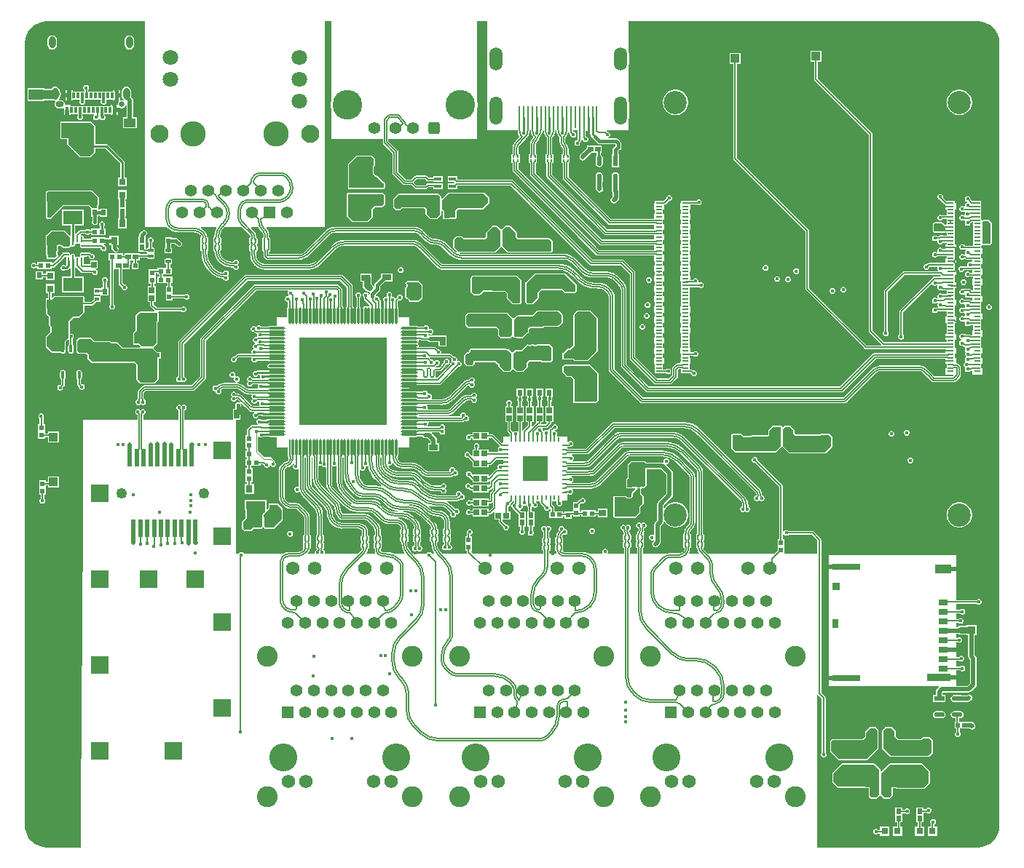
<source format=gtl>
G04*
G04 #@! TF.GenerationSoftware,Altium Limited,Altium Designer,24.9.1 (31)*
G04*
G04 Layer_Physical_Order=1*
G04 Layer_Color=255*
%FSLAX44Y44*%
%MOMM*%
G71*
G04*
G04 #@! TF.SameCoordinates,5CB356DA-BA5B-4781-A63E-117D8A58D640*
G04*
G04*
G04 #@! TF.FilePolarity,Positive*
G04*
G01*
G75*
%ADD16C,0.2540*%
%ADD28R,1.1061X0.9582*%
%ADD29R,1.0000X0.8000*%
%ADD30R,0.9000X0.7500*%
G04:AMPARAMS|DCode=31|XSize=0.565mm|YSize=0.2mm|CornerRadius=0.05mm|HoleSize=0mm|Usage=FLASHONLY|Rotation=90.000|XOffset=0mm|YOffset=0mm|HoleType=Round|Shape=RoundedRectangle|*
%AMROUNDEDRECTD31*
21,1,0.5650,0.1000,0,0,90.0*
21,1,0.4650,0.2000,0,0,90.0*
1,1,0.1000,0.0500,0.2325*
1,1,0.1000,0.0500,-0.2325*
1,1,0.1000,-0.0500,-0.2325*
1,1,0.1000,-0.0500,0.2325*
%
%ADD31ROUNDEDRECTD31*%
%ADD32R,2.3062X1.5549*%
G04:AMPARAMS|DCode=33|XSize=0.2725mm|YSize=1.9552mm|CornerRadius=0.1362mm|HoleSize=0mm|Usage=FLASHONLY|Rotation=90.000|XOffset=0mm|YOffset=0mm|HoleType=Round|Shape=RoundedRectangle|*
%AMROUNDEDRECTD33*
21,1,0.2725,1.6828,0,0,90.0*
21,1,0.0000,1.9552,0,0,90.0*
1,1,0.2725,0.8414,0.0000*
1,1,0.2725,0.8414,0.0000*
1,1,0.2725,-0.8414,0.0000*
1,1,0.2725,-0.8414,0.0000*
%
%ADD33ROUNDEDRECTD33*%
G04:AMPARAMS|DCode=34|XSize=1.9552mm|YSize=0.2725mm|CornerRadius=0.1362mm|HoleSize=0mm|Usage=FLASHONLY|Rotation=90.000|XOffset=0mm|YOffset=0mm|HoleType=Round|Shape=RoundedRectangle|*
%AMROUNDEDRECTD34*
21,1,1.9552,0.0000,0,0,90.0*
21,1,1.6828,0.2725,0,0,90.0*
1,1,0.2725,0.0000,0.8414*
1,1,0.2725,0.0000,-0.8414*
1,1,0.2725,0.0000,-0.8414*
1,1,0.2725,0.0000,0.8414*
%
%ADD34ROUNDEDRECTD34*%
%ADD35R,0.2725X1.9552*%
%ADD36R,0.5000X0.2500*%
%ADD37R,0.2500X0.5000*%
%ADD38R,0.7500X0.9000*%
%ADD39R,0.2800X2.6000*%
%ADD40R,0.9000X0.4000*%
%ADD41R,0.9000X1.0000*%
%ADD42R,0.5811X0.5121*%
%ADD43R,0.4000X0.5000*%
%ADD44R,0.5200X0.5200*%
%ADD45R,1.0000X0.9000*%
%ADD46R,0.5121X0.5811*%
%ADD47R,0.8000X1.0000*%
%ADD48R,0.7000X0.2000*%
%ADD49R,1.0500X0.6500*%
%ADD50R,0.6500X1.0500*%
%ADD51R,0.6000X0.5500*%
%ADD52R,0.5500X0.6000*%
%ADD53R,0.5200X0.5200*%
G04:AMPARAMS|DCode=54|XSize=0.45mm|YSize=0.3mm|CornerRadius=0.0495mm|HoleSize=0mm|Usage=FLASHONLY|Rotation=180.000|XOffset=0mm|YOffset=0mm|HoleType=Round|Shape=RoundedRectangle|*
%AMROUNDEDRECTD54*
21,1,0.4500,0.2010,0,0,180.0*
21,1,0.3510,0.3000,0,0,180.0*
1,1,0.0990,-0.1755,0.1005*
1,1,0.0990,0.1755,0.1005*
1,1,0.0990,0.1755,-0.1005*
1,1,0.0990,-0.1755,-0.1005*
%
%ADD54ROUNDEDRECTD54*%
%ADD55R,0.9582X1.1061*%
G04:AMPARAMS|DCode=56|XSize=0.25mm|YSize=0.675mm|CornerRadius=0.05mm|HoleSize=0mm|Usage=FLASHONLY|Rotation=180.000|XOffset=0mm|YOffset=0mm|HoleType=Round|Shape=RoundedRectangle|*
%AMROUNDEDRECTD56*
21,1,0.2500,0.5750,0,0,180.0*
21,1,0.1500,0.6750,0,0,180.0*
1,1,0.1000,-0.0750,0.2875*
1,1,0.1000,0.0750,0.2875*
1,1,0.1000,0.0750,-0.2875*
1,1,0.1000,-0.0750,-0.2875*
%
%ADD56ROUNDEDRECTD56*%
G04:AMPARAMS|DCode=57|XSize=1.225mm|YSize=0.25mm|CornerRadius=0.05mm|HoleSize=0mm|Usage=FLASHONLY|Rotation=180.000|XOffset=0mm|YOffset=0mm|HoleType=Round|Shape=RoundedRectangle|*
%AMROUNDEDRECTD57*
21,1,1.2250,0.1500,0,0,180.0*
21,1,1.1250,0.2500,0,0,180.0*
1,1,0.1000,-0.5625,0.0750*
1,1,0.1000,0.5625,0.0750*
1,1,0.1000,0.5625,-0.0750*
1,1,0.1000,-0.5625,-0.0750*
%
%ADD57ROUNDEDRECTD57*%
G04:AMPARAMS|DCode=58|XSize=0.25mm|YSize=0.975mm|CornerRadius=0.05mm|HoleSize=0mm|Usage=FLASHONLY|Rotation=180.000|XOffset=0mm|YOffset=0mm|HoleType=Round|Shape=RoundedRectangle|*
%AMROUNDEDRECTD58*
21,1,0.2500,0.8750,0,0,180.0*
21,1,0.1500,0.9750,0,0,180.0*
1,1,0.1000,-0.0750,0.4375*
1,1,0.1000,0.0750,0.4375*
1,1,0.1000,0.0750,-0.4375*
1,1,0.1000,-0.0750,-0.4375*
%
%ADD58ROUNDEDRECTD58*%
G04:AMPARAMS|DCode=59|XSize=0.625mm|YSize=0.25mm|CornerRadius=0.05mm|HoleSize=0mm|Usage=FLASHONLY|Rotation=180.000|XOffset=0mm|YOffset=0mm|HoleType=Round|Shape=RoundedRectangle|*
%AMROUNDEDRECTD59*
21,1,0.6250,0.1500,0,0,180.0*
21,1,0.5250,0.2500,0,0,180.0*
1,1,0.1000,-0.2625,0.0750*
1,1,0.1000,0.2625,0.0750*
1,1,0.1000,0.2625,-0.0750*
1,1,0.1000,-0.2625,-0.0750*
%
%ADD59ROUNDEDRECTD59*%
%ADD60R,0.6000X0.6500*%
%ADD61R,0.4500X0.6750*%
%ADD62R,1.6039X1.8062*%
%ADD63R,0.5500X0.4500*%
%ADD64R,0.6500X0.6500*%
%ADD65R,0.8000X0.8000*%
%ADD66R,2.4000X1.6500*%
%ADD67O,0.4000X0.9000*%
%ADD68R,0.6750X0.4500*%
%ADD69R,0.8000X0.9000*%
%ADD70R,1.7062X1.2034*%
%ADD71R,1.3500X1.0000*%
G04:AMPARAMS|DCode=72|XSize=0.4mm|YSize=0.65mm|CornerRadius=0.05mm|HoleSize=0mm|Usage=FLASHONLY|Rotation=90.000|XOffset=0mm|YOffset=0mm|HoleType=Round|Shape=RoundedRectangle|*
%AMROUNDEDRECTD72*
21,1,0.4000,0.5500,0,0,90.0*
21,1,0.3000,0.6500,0,0,90.0*
1,1,0.1000,0.2750,0.1500*
1,1,0.1000,0.2750,-0.1500*
1,1,0.1000,-0.2750,-0.1500*
1,1,0.1000,-0.2750,0.1500*
%
%ADD72ROUNDEDRECTD72*%
%ADD73R,0.6500X0.6000*%
%ADD74R,0.6500X0.7000*%
%ADD75R,0.7000X0.6500*%
%ADD76R,0.2300X0.3000*%
G04:AMPARAMS|DCode=77|XSize=1.2196mm|YSize=0.5885mm|CornerRadius=0.2942mm|HoleSize=0mm|Usage=FLASHONLY|Rotation=270.000|XOffset=0mm|YOffset=0mm|HoleType=Round|Shape=RoundedRectangle|*
%AMROUNDEDRECTD77*
21,1,1.2196,0.0000,0,0,270.0*
21,1,0.6311,0.5885,0,0,270.0*
1,1,0.5885,0.0000,-0.3156*
1,1,0.5885,0.0000,0.3156*
1,1,0.5885,0.0000,0.3156*
1,1,0.5885,0.0000,-0.3156*
%
%ADD77ROUNDEDRECTD77*%
%ADD78R,0.5885X1.2196*%
%ADD79R,0.3000X0.3000*%
%ADD80R,0.6725X0.7154*%
%ADD81R,0.9000X0.8000*%
%ADD82R,0.3000X0.3000*%
%ADD83R,0.7154X0.6725*%
%ADD84R,0.8000X0.8000*%
%ADD85R,0.9300X0.9000*%
%ADD86R,0.7800X1.0500*%
%ADD87R,1.8300X1.1400*%
%ADD88R,3.3000X0.7000*%
%ADD89R,2.8000X0.8600*%
%ADD90R,1.1000X0.7000*%
G04:AMPARAMS|DCode=91|XSize=1.2196mm|YSize=0.5885mm|CornerRadius=0.2942mm|HoleSize=0mm|Usage=FLASHONLY|Rotation=0.000|XOffset=0mm|YOffset=0mm|HoleType=Round|Shape=RoundedRectangle|*
%AMROUNDEDRECTD91*
21,1,1.2196,0.0000,0,0,0.0*
21,1,0.6311,0.5885,0,0,0.0*
1,1,0.5885,0.3156,0.0000*
1,1,0.5885,-0.3156,0.0000*
1,1,0.5885,-0.3156,0.0000*
1,1,0.5885,0.3156,0.0000*
%
%ADD91ROUNDEDRECTD91*%
%ADD92R,1.2196X0.5885*%
%ADD93R,0.5153X0.4725*%
%ADD94R,0.9051X0.9062*%
%ADD95R,0.3000X0.7000*%
%ADD96R,0.5000X2.0000*%
%ADD97R,1.0000X1.0500*%
%ADD98R,1.0500X2.2000*%
G04:AMPARAMS|DCode=100|XSize=0.565mm|YSize=0.4mm|CornerRadius=0.05mm|HoleSize=0mm|Usage=FLASHONLY|Rotation=90.000|XOffset=0mm|YOffset=0mm|HoleType=Round|Shape=RoundedRectangle|*
%AMROUNDEDRECTD100*
21,1,0.5650,0.3000,0,0,90.0*
21,1,0.4650,0.4000,0,0,90.0*
1,1,0.1000,0.1500,0.2325*
1,1,0.1000,0.1500,-0.2325*
1,1,0.1000,-0.1500,-0.2325*
1,1,0.1000,-0.1500,0.2325*
%
%ADD100ROUNDEDRECTD100*%
%ADD101R,2.2000X1.0500*%
%ADD102R,1.0500X1.0000*%
%ADD103R,10.1500X10.1500*%
G04:AMPARAMS|DCode=116|XSize=1mm|YSize=1.6mm|CornerRadius=0.05mm|HoleSize=0mm|Usage=FLASHONLY|Rotation=180.000|XOffset=0mm|YOffset=0mm|HoleType=Round|Shape=RoundedRectangle|*
%AMROUNDEDRECTD116*
21,1,1.0000,1.5000,0,0,180.0*
21,1,0.9000,1.6000,0,0,180.0*
1,1,0.1000,-0.4500,0.7500*
1,1,0.1000,0.4500,0.7500*
1,1,0.1000,0.4500,-0.7500*
1,1,0.1000,-0.4500,-0.7500*
%
%ADD116ROUNDEDRECTD116*%
%ADD138C,3.2512*%
%ADD139C,2.4248*%
%ADD140C,1.5660*%
%ADD141R,1.3890X1.3890*%
%ADD142C,1.3890*%
G04:AMPARAMS|DCode=149|XSize=0.8mm|YSize=1.4mm|CornerRadius=0.4mm|HoleSize=0mm|Usage=FLASHONLY|Rotation=180.000|XOffset=0mm|YOffset=0mm|HoleType=Round|Shape=RoundedRectangle|*
%AMROUNDEDRECTD149*
21,1,0.8000,0.6000,0,0,180.0*
21,1,0.0000,1.4000,0,0,180.0*
1,1,0.8000,0.0000,0.3000*
1,1,0.8000,0.0000,0.3000*
1,1,0.8000,0.0000,-0.3000*
1,1,0.8000,0.0000,-0.3000*
%
%ADD149ROUNDEDRECTD149*%
G04:AMPARAMS|DCode=150|XSize=0.95mm|YSize=0.65mm|CornerRadius=0.325mm|HoleSize=0mm|Usage=FLASHONLY|Rotation=180.000|XOffset=0mm|YOffset=0mm|HoleType=Round|Shape=RoundedRectangle|*
%AMROUNDEDRECTD150*
21,1,0.9500,0.0000,0,0,180.0*
21,1,0.3000,0.6500,0,0,180.0*
1,1,0.6500,-0.1500,0.0000*
1,1,0.6500,0.1500,0.0000*
1,1,0.6500,0.1500,0.0000*
1,1,0.6500,-0.1500,0.0000*
%
%ADD150ROUNDEDRECTD150*%
%ADD151C,0.6500*%
%ADD160C,0.5000*%
%ADD162C,0.1366*%
%ADD163C,0.1524*%
%ADD164C,0.1366*%
%ADD165R,3.0000X3.0000*%
G04:AMPARAMS|DCode=166|XSize=0.2mm|YSize=0.2mm|CornerRadius=0.05mm|HoleSize=0mm|Usage=FLASHONLY|Rotation=0.000|XOffset=0mm|YOffset=0mm|HoleType=Round|Shape=RoundedRectangle|*
%AMROUNDEDRECTD166*
21,1,0.2000,0.1000,0,0,0.0*
21,1,0.1000,0.2000,0,0,0.0*
1,1,0.1000,0.0500,-0.0500*
1,1,0.1000,-0.0500,-0.0500*
1,1,0.1000,-0.0500,0.0500*
1,1,0.1000,0.0500,0.0500*
%
%ADD166ROUNDEDRECTD166*%
%ADD167C,0.2032*%
%ADD168C,0.1847*%
%ADD169C,0.5080*%
%ADD170C,0.1263*%
%ADD171C,0.3810*%
%ADD172C,0.7620*%
%ADD173C,0.3048*%
%ADD174C,1.0160*%
%ADD175O,1.5000X2.7000*%
%ADD176O,1.5000X3.3000*%
%ADD177R,2.0000X2.0000*%
%ADD178C,2.7000*%
%ADD179C,1.4200*%
G04:AMPARAMS|DCode=180|XSize=1.42mm|YSize=1.42mm|CornerRadius=0.355mm|HoleSize=0mm|Usage=FLASHONLY|Rotation=180.000|XOffset=0mm|YOffset=0mm|HoleType=Round|Shape=RoundedRectangle|*
%AMROUNDEDRECTD180*
21,1,1.4200,0.7100,0,0,180.0*
21,1,0.7100,1.4200,0,0,180.0*
1,1,0.7100,-0.3550,0.3550*
1,1,0.7100,0.3550,0.3550*
1,1,0.7100,0.3550,-0.3550*
1,1,0.7100,-0.3550,-0.3550*
%
%ADD180ROUNDEDRECTD180*%
%ADD181C,3.4500*%
%ADD182C,1.4000*%
%ADD183R,1.4000X1.4000*%
%ADD184C,2.1000*%
%ADD185C,1.8000*%
%ADD186C,2.9500*%
%ADD187C,1.2500*%
%ADD188C,0.4064*%
%ADD189C,0.3000*%
%ADD190C,4.0000*%
G36*
X593021Y838350D02*
X593480Y836838D01*
X593504Y836639D01*
X594100Y834814D01*
X594096Y834813D01*
X594187Y834354D01*
X594551Y833810D01*
X595353Y832609D01*
X595353Y832609D01*
X595988Y831717D01*
X596191Y831335D01*
X594893Y830037D01*
X594864Y830066D01*
X593386Y828140D01*
X592456Y825896D01*
X592139Y823489D01*
X592181D01*
X592181Y823489D01*
Y811680D01*
X590670D01*
Y801140D01*
X592181D01*
Y798785D01*
X592273Y798322D01*
Y787578D01*
X592424Y786816D01*
X592856Y786170D01*
X649508Y729518D01*
X667288Y711738D01*
X667288Y711738D01*
X672718Y706308D01*
X673364Y705876D01*
X674126Y705725D01*
X735946D01*
Y700343D01*
X672803D01*
X669428Y703718D01*
X669428Y703718D01*
X578571Y794575D01*
Y799968D01*
X578589Y800059D01*
Y801222D01*
X580100D01*
Y811761D01*
X578589D01*
Y819150D01*
X578598D01*
X578916Y820748D01*
X579821Y822103D01*
X579815Y822109D01*
X586243Y828537D01*
X586280Y828500D01*
X587267Y829702D01*
X587414Y829821D01*
X589342Y832144D01*
X589374Y832202D01*
X590338Y833645D01*
X590499Y834456D01*
X590562Y834594D01*
X591253Y837533D01*
Y837533D01*
X591441Y838156D01*
X591595Y839710D01*
X592887D01*
X593021Y838350D01*
D02*
G37*
G36*
X608020Y837997D02*
X608607Y836062D01*
X608862Y835220D01*
X608862Y835220D01*
X609243Y834271D01*
X609802Y833365D01*
X609829Y833325D01*
X609962Y833125D01*
X610211Y832698D01*
X610230Y832661D01*
X611511Y831101D01*
Y811760D01*
X610000D01*
Y801220D01*
X610416D01*
X611046Y800621D01*
X611354Y800077D01*
X611323Y799922D01*
Y786308D01*
X611474Y785546D01*
X611906Y784900D01*
X660938Y735868D01*
X660938Y735868D01*
X678498Y718308D01*
X679144Y717876D01*
X679906Y717725D01*
X735946D01*
Y712343D01*
X676043D01*
X598891Y789495D01*
Y799784D01*
X598849Y799997D01*
X599473Y801140D01*
X600310D01*
Y811680D01*
X598799D01*
Y823482D01*
X598838D01*
X599026Y824431D01*
X599605Y825335D01*
X599605Y825389D01*
X600882Y826666D01*
X600882Y826666D01*
X600902Y826646D01*
X602138Y828257D01*
X602916Y830134D01*
X603062Y831243D01*
X603465Y831768D01*
X603583Y831867D01*
X604431Y832917D01*
X604492Y833035D01*
X605374Y834354D01*
X605417Y834570D01*
X605381Y834584D01*
X605852Y835848D01*
X605872Y835973D01*
X606347Y837118D01*
X606688Y839710D01*
X607851D01*
X608020Y837997D01*
D02*
G37*
G36*
X1117838Y965819D02*
X1122489Y964408D01*
X1126776Y962117D01*
X1130533Y959033D01*
X1133617Y955275D01*
X1135908Y950989D01*
X1137319Y946337D01*
X1137821Y941245D01*
Y30254D01*
X1137319Y25162D01*
X1135908Y20511D01*
X1133617Y16224D01*
X1130533Y12466D01*
X1126776Y9383D01*
X1122489Y7092D01*
X1117837Y5681D01*
X1112746Y5179D01*
X925830D01*
Y181946D01*
X926252Y182220D01*
X926973Y182384D01*
X931214Y178144D01*
Y115463D01*
X930651Y114900D01*
X930148Y113687D01*
Y112373D01*
X930651Y111160D01*
X931580Y110231D01*
X932793Y109728D01*
X934107D01*
X935320Y110231D01*
X936249Y111160D01*
X936752Y112373D01*
Y113687D01*
X936249Y114900D01*
X935686Y115463D01*
Y179070D01*
X935516Y179926D01*
X935031Y180651D01*
X930606Y185076D01*
Y363220D01*
X930436Y364076D01*
X929951Y364801D01*
X922100Y372652D01*
X921375Y373137D01*
X920519Y373307D01*
X892582D01*
X892019Y373870D01*
X890806Y374373D01*
X889492D01*
X888278Y373870D01*
X887349Y372942D01*
X887299Y372820D01*
X886156Y373048D01*
Y425450D01*
X885986Y426306D01*
X885501Y427031D01*
X856742Y455791D01*
Y456587D01*
X856239Y457800D01*
X855310Y458729D01*
X854097Y459232D01*
X852783D01*
X851570Y458729D01*
X850641Y457800D01*
X850138Y456587D01*
Y455273D01*
X850641Y454060D01*
X851570Y453131D01*
X852783Y452628D01*
X853579D01*
X881684Y424524D01*
Y364120D01*
X879900D01*
Y355580D01*
Y350243D01*
X876367Y346710D01*
X799106D01*
X794201Y351615D01*
X793409Y352438D01*
X793340Y352604D01*
X793474Y353531D01*
X793761Y353950D01*
X794096Y354174D01*
X794487Y354759D01*
X794625Y355450D01*
Y360100D01*
X794487Y360791D01*
X794096Y361376D01*
Y362524D01*
X794487Y363109D01*
X794625Y363800D01*
Y368450D01*
X794487Y369141D01*
X794096Y369726D01*
X793511Y370117D01*
X793129Y370193D01*
Y441974D01*
X793187D01*
X792805Y444870D01*
X791688Y447568D01*
X789910Y449886D01*
X789869Y449845D01*
X772232Y467482D01*
X771462Y468329D01*
X771462Y468329D01*
X767880Y471388D01*
X763863Y473850D01*
X759511Y475652D01*
X754931Y476752D01*
X750235Y477122D01*
Y477067D01*
X701033D01*
Y477121D01*
X698239Y476754D01*
X695635Y475675D01*
X693399Y473959D01*
X693437Y473921D01*
X664357Y444841D01*
X663382Y444413D01*
X663382Y444413D01*
X659132Y444079D01*
X659130Y444079D01*
X635940D01*
Y447461D01*
X655205D01*
X656027Y447461D01*
X656042Y447456D01*
X656316Y447368D01*
X657383Y447630D01*
X657428Y447646D01*
X657479Y447664D01*
X658406Y447755D01*
X658941Y447917D01*
X660054Y448176D01*
X661786Y448577D01*
X661936Y448645D01*
X662099Y448677D01*
X662287Y448803D01*
X662494Y448896D01*
X662607Y449017D01*
X662745Y449109D01*
X693558Y479922D01*
X693581Y479899D01*
X693586Y479903D01*
X694958Y480956D01*
X696561Y481620D01*
X698282Y481847D01*
Y481879D01*
X758012D01*
X758101Y481896D01*
X761583Y481438D01*
X764911Y480059D01*
X766892Y478539D01*
X767748Y477846D01*
X768539Y477055D01*
X837031Y408563D01*
X837033Y408562D01*
X837034Y408560D01*
X837035Y408559D01*
X837096Y408518D01*
X838388Y406584D01*
X838843Y404300D01*
X838828Y404225D01*
Y402082D01*
X838813D01*
X837600Y401579D01*
X836671Y400650D01*
X836168Y399437D01*
Y398123D01*
X836671Y396910D01*
X837600Y395981D01*
X838813Y395478D01*
X840127D01*
X841340Y395981D01*
X842137Y396777D01*
X842934Y395981D01*
X844147Y395478D01*
X845461D01*
X846674Y395981D01*
X847603Y396910D01*
X848106Y398123D01*
Y399437D01*
X847603Y400650D01*
X846674Y401579D01*
X846221Y401767D01*
X845183Y406800D01*
X845176Y406817D01*
X845081Y407544D01*
X843800Y410638D01*
X843331Y411248D01*
X843319Y411277D01*
X842737Y412159D01*
X842595Y412303D01*
X842483Y412471D01*
X841768Y413186D01*
X841768Y413286D01*
X841767Y413286D01*
X841761Y413294D01*
X841756Y413298D01*
X841756Y413298D01*
X841656Y413298D01*
X840910Y414044D01*
X772259Y482695D01*
X771656Y483298D01*
X771652Y483307D01*
X771545Y483551D01*
X770654Y484104D01*
X770510Y484178D01*
X769372Y485111D01*
X765837Y487001D01*
X762001Y488165D01*
X760537Y488309D01*
X760383Y488359D01*
X759339Y488483D01*
X759221Y488474D01*
X759104Y488497D01*
X697384D01*
Y488555D01*
X694488Y488173D01*
X691790Y487056D01*
X690358Y485957D01*
X689472Y485278D01*
X689513Y485237D01*
X660054Y455779D01*
X659279Y455059D01*
X659024Y454953D01*
X659024Y454952D01*
X657816Y454452D01*
X654954Y454075D01*
X654935Y454079D01*
X641346D01*
X641119Y455222D01*
X641591Y455418D01*
X642520Y456347D01*
X643023Y457561D01*
Y458874D01*
X642520Y460088D01*
X641591Y461017D01*
X640864Y461318D01*
X641092Y462461D01*
X658762D01*
X659524Y462612D01*
X660170Y463044D01*
X690435Y493309D01*
X769620D01*
X769687Y493322D01*
X774021Y492895D01*
X778252Y491612D01*
X782152Y489527D01*
X784711Y487427D01*
X785556Y486708D01*
X786348Y485916D01*
X854439Y417825D01*
X854417Y417804D01*
X855076Y416818D01*
X855259Y415898D01*
X855278Y415563D01*
X854989Y414644D01*
X854110Y414279D01*
X853181Y413350D01*
X852678Y412137D01*
Y410823D01*
X853181Y409610D01*
X854110Y408681D01*
X855323Y408178D01*
X856637D01*
X857850Y408681D01*
X858647Y409477D01*
X859444Y408681D01*
X860657Y408178D01*
X861971D01*
X863184Y408681D01*
X864113Y409610D01*
X864616Y410823D01*
Y412137D01*
X864113Y413350D01*
X863184Y414279D01*
X861971Y414782D01*
X861956D01*
Y416201D01*
X861990D01*
X861704Y418376D01*
X860864Y420402D01*
X859529Y422143D01*
X859505Y422119D01*
X859505Y422119D01*
X789338Y492286D01*
X789338Y492286D01*
X789400Y492348D01*
X785433Y495603D01*
X780908Y498022D01*
X775997Y499512D01*
X770890Y500015D01*
Y499927D01*
X688518D01*
X687756Y499776D01*
X687110Y499344D01*
X656845Y469079D01*
X635940D01*
Y471279D01*
X637870D01*
X638632Y471430D01*
X638749Y471508D01*
X638752Y471507D01*
X640066D01*
X641279Y472010D01*
X642208Y472939D01*
X642711Y474152D01*
Y475466D01*
X642208Y476679D01*
X641279Y477608D01*
X640066Y478111D01*
X638752D01*
X637539Y477608D01*
X636813Y476883D01*
X635856Y477123D01*
X635670Y477233D01*
Y483270D01*
X628190D01*
Y483540D01*
X624168D01*
X623917Y483821D01*
X623525Y484683D01*
X623908Y485608D01*
Y486922D01*
X623406Y488135D01*
X622477Y489064D01*
X621437Y489495D01*
X621092Y490057D01*
X620865Y490710D01*
X620884Y490739D01*
X621676D01*
X622889Y491242D01*
X623818Y492171D01*
X624321Y493384D01*
Y494698D01*
X623818Y495912D01*
X622889Y496841D01*
X621676Y497343D01*
X620362D01*
X619148Y496841D01*
X618219Y495912D01*
X617717Y494698D01*
Y494285D01*
X617206Y493774D01*
X616664D01*
X615902Y493623D01*
X615256Y493191D01*
X614290Y492225D01*
X613858Y491579D01*
X613750Y491034D01*
X613056Y490660D01*
X612564Y490541D01*
X611457Y490999D01*
X610144D01*
X608930Y490496D01*
X608160Y489726D01*
X607779Y489571D01*
X607527Y489576D01*
X606599Y490325D01*
Y491639D01*
X606381Y492166D01*
X607134Y493309D01*
X611210D01*
X611972Y493460D01*
X612618Y493892D01*
X616088Y497362D01*
X616520Y498008D01*
X616671Y498770D01*
Y499750D01*
X619200D01*
Y509250D01*
Y518790D01*
X616916D01*
Y524240D01*
X617636Y524960D01*
X618139Y526173D01*
Y527487D01*
X617692Y528567D01*
X617917Y529166D01*
X618243Y529710D01*
X618950D01*
Y538750D01*
X610410D01*
Y529710D01*
X611431D01*
X611758Y529166D01*
X611982Y528567D01*
X611535Y527487D01*
Y526173D01*
X612038Y524960D01*
X612444Y524554D01*
Y518790D01*
X610160D01*
Y509250D01*
Y499750D01*
X611227D01*
X611701Y498607D01*
X610385Y497291D01*
X605404D01*
X605146Y497592D01*
X604840Y498434D01*
X605090Y498808D01*
X605241Y499570D01*
Y499750D01*
X607770D01*
Y509250D01*
Y518790D01*
X605486D01*
Y524617D01*
X606049Y525180D01*
X606552Y526393D01*
Y527707D01*
X606196Y528567D01*
X606653Y529505D01*
X606865Y529710D01*
X607520D01*
Y538750D01*
X598980D01*
Y529710D01*
X599635D01*
X599847Y529505D01*
X600304Y528567D01*
X599948Y527707D01*
Y526393D01*
X600451Y525180D01*
X601014Y524617D01*
Y518790D01*
X598730D01*
Y509250D01*
Y499750D01*
X598730D01*
X599044Y498991D01*
X594883Y494829D01*
X593979Y495226D01*
X593811Y495374D01*
Y499750D01*
X596340D01*
Y509250D01*
Y518790D01*
X594056D01*
Y523921D01*
X594619Y524484D01*
X595122Y525698D01*
Y527011D01*
X594619Y528225D01*
X594277Y528567D01*
X594590Y529710D01*
X596090D01*
Y538750D01*
X587550D01*
Y529710D01*
X589050D01*
X589363Y528567D01*
X589021Y528225D01*
X588518Y527011D01*
Y525698D01*
X589021Y524484D01*
X589584Y523921D01*
Y518790D01*
X587300D01*
Y509250D01*
Y499750D01*
X589829D01*
Y496125D01*
X584262Y490558D01*
X583830Y489912D01*
X583804Y489781D01*
X582661Y489893D01*
Y499750D01*
X584910D01*
Y509250D01*
Y518790D01*
X582626D01*
Y523826D01*
X583189Y524389D01*
X583692Y525602D01*
Y526916D01*
X583189Y528130D01*
X582752Y528567D01*
X582930Y529710D01*
X584660D01*
Y538750D01*
X576120D01*
Y529710D01*
X577850D01*
X578028Y528567D01*
X577591Y528130D01*
X577088Y526916D01*
Y525602D01*
X577591Y524389D01*
X578154Y523826D01*
Y518790D01*
X575870D01*
Y509250D01*
Y499750D01*
X578679D01*
Y489371D01*
X577536Y488898D01*
X577401Y489033D01*
X576187Y489535D01*
X574873D01*
X573660Y489033D01*
X573382Y488754D01*
X572099Y488650D01*
X571930Y488796D01*
X569681Y491045D01*
Y499750D01*
X572210D01*
Y509250D01*
Y518790D01*
X569926D01*
Y520163D01*
X570441Y520678D01*
X570943Y521891D01*
Y523205D01*
X570441Y524419D01*
X569512Y525348D01*
X568298Y525850D01*
X566985D01*
X565771Y525348D01*
X564842Y524419D01*
X564339Y523205D01*
Y521891D01*
X564842Y520678D01*
X565454Y520066D01*
Y518790D01*
X563170D01*
Y509250D01*
Y499750D01*
X565699D01*
Y490220D01*
X565850Y489458D01*
X566282Y488812D01*
X568679Y486415D01*
Y483540D01*
X568150D01*
Y483270D01*
X560670D01*
Y476587D01*
X559671Y475926D01*
X559339Y475987D01*
X550048Y485278D01*
X549402Y485710D01*
X548640Y485861D01*
X544190D01*
Y488390D01*
X525150D01*
Y486106D01*
X522588D01*
X521732Y485936D01*
X521006Y485451D01*
X520965Y485410D01*
X520169D01*
X518955Y484908D01*
X518027Y483979D01*
X517524Y482765D01*
Y481451D01*
X518027Y480238D01*
X518955Y479309D01*
X520169Y478806D01*
X521483D01*
X522696Y479309D01*
X523625Y480238D01*
X524007Y481160D01*
X525150Y480932D01*
Y479350D01*
X544190D01*
Y481879D01*
X547815D01*
X557002Y472692D01*
X556707Y471371D01*
X556134Y471133D01*
X555205Y470204D01*
X554702Y468991D01*
Y467677D01*
X555205Y466464D01*
X555264Y466404D01*
X554791Y465261D01*
X544190D01*
Y468070D01*
X532156D01*
Y469453D01*
X532855Y470151D01*
X533358Y471365D01*
Y472678D01*
X532855Y473892D01*
X531926Y474821D01*
X530712Y475324D01*
X529399D01*
X528185Y474821D01*
X527256Y473892D01*
X526754Y472678D01*
Y471365D01*
X527256Y470151D01*
X527684Y469724D01*
Y468070D01*
X525150D01*
Y461296D01*
X524094Y460858D01*
X522510Y462443D01*
Y462592D01*
X522007Y463806D01*
X521078Y464735D01*
X519865Y465237D01*
X518551D01*
X517337Y464735D01*
X516409Y463806D01*
X515906Y462592D01*
Y461279D01*
X516409Y460065D01*
X517337Y459136D01*
X518551Y458633D01*
X519865D01*
X519956Y458671D01*
X525150Y453477D01*
Y447600D01*
X544190D01*
Y450129D01*
X546100D01*
X546862Y450280D01*
X547508Y450712D01*
X553075Y456279D01*
X560400D01*
Y455750D01*
X560670D01*
Y451346D01*
X560183Y451032D01*
X559705Y450844D01*
X559292Y450876D01*
X558474Y451214D01*
X557161D01*
X555947Y450712D01*
X555018Y449783D01*
X554515Y448569D01*
Y447256D01*
X554868Y446404D01*
X554305Y445261D01*
X553760D01*
X552998Y445110D01*
X552352Y444678D01*
X545246Y437572D01*
X544190Y438009D01*
Y438860D01*
X525150D01*
X524317Y439609D01*
Y440136D01*
X523815Y441350D01*
X522886Y442279D01*
X521672Y442781D01*
X520359D01*
X519145Y442279D01*
X518216Y441350D01*
X517713Y440136D01*
Y438823D01*
X518216Y437609D01*
X519145Y436680D01*
X520359Y436177D01*
X521155D01*
X524573Y432759D01*
X525150Y432374D01*
Y429820D01*
X544190D01*
Y431311D01*
X544380Y431369D01*
X545379Y430530D01*
Y427324D01*
X545333Y427294D01*
X544190Y427430D01*
Y427430D01*
X525150D01*
Y426645D01*
X524027Y426061D01*
X523918Y426122D01*
X523401Y426523D01*
X522958Y427591D01*
X522029Y428520D01*
X520816Y429023D01*
X519502D01*
X518289Y428520D01*
X517360Y427591D01*
X516857Y426378D01*
Y425064D01*
X517360Y423851D01*
X518289Y422922D01*
X519502Y422419D01*
X520816D01*
X520874Y422443D01*
X521989Y421329D01*
X522714Y420844D01*
X523570Y420674D01*
X525150D01*
Y418390D01*
X544190D01*
Y420919D01*
X544830D01*
X545592Y421070D01*
X546238Y421502D01*
X548046Y423310D01*
X549189Y422836D01*
Y421195D01*
X545962Y417968D01*
X545530Y417322D01*
X545379Y416560D01*
Y409661D01*
X544190D01*
Y410920D01*
X525150D01*
Y408636D01*
X523454D01*
X523268Y408822D01*
X522055Y409325D01*
X520741D01*
X519528Y408822D01*
X518599Y407893D01*
X518096Y406680D01*
Y405366D01*
X518599Y404152D01*
X519528Y403223D01*
X520741Y402721D01*
X522055D01*
X523268Y403223D01*
X524007Y403962D01*
X524905Y403751D01*
X525150Y403612D01*
Y401880D01*
X544190D01*
Y405679D01*
X546570D01*
X547332Y405830D01*
X547978Y406262D01*
X548046Y406330D01*
X549189Y405856D01*
Y400875D01*
X545333Y397019D01*
X544190Y397101D01*
Y399490D01*
X525150D01*
Y397206D01*
X523427D01*
X522752Y397881D01*
X521539Y398384D01*
X520225D01*
X519011Y397881D01*
X518083Y396953D01*
X517580Y395739D01*
Y394425D01*
X518083Y393212D01*
X519011Y392283D01*
X520225Y391780D01*
X521539D01*
X522752Y392283D01*
X523203Y392734D01*
X525150D01*
Y390450D01*
X544190D01*
Y392979D01*
X546100D01*
X546862Y393130D01*
X547508Y393562D01*
X549407Y395461D01*
X550550Y394987D01*
Y386640D01*
X555661D01*
Y384197D01*
X555831Y383341D01*
X556315Y382616D01*
X561111Y377820D01*
Y377024D01*
X561614Y375810D01*
X562543Y374881D01*
X563756Y374378D01*
X565070D01*
X566284Y374881D01*
X567212Y375810D01*
X567715Y377024D01*
Y378337D01*
X567212Y379551D01*
X566284Y380480D01*
X565070Y380982D01*
X564274D01*
X560133Y385123D01*
Y386640D01*
X569590D01*
Y395680D01*
X567056D01*
Y401828D01*
X567077D01*
X568290Y402331D01*
X569219Y403260D01*
X569722Y404473D01*
Y405616D01*
X571511Y407405D01*
X571909Y408000D01*
X573679D01*
Y405892D01*
X573383D01*
X572170Y405389D01*
X571241Y404460D01*
X570738Y403247D01*
Y401933D01*
X571241Y400720D01*
X572170Y399791D01*
X572347Y399717D01*
X572398Y399460D01*
X572883Y398735D01*
X578660Y392957D01*
Y387080D01*
Y378580D01*
X580694D01*
Y374671D01*
X580381Y374359D01*
X579879Y373145D01*
Y371831D01*
X580381Y370618D01*
X581310Y369689D01*
X582524Y369186D01*
X583838D01*
X585051Y369689D01*
X585980Y370618D01*
X586483Y371831D01*
Y373145D01*
X585980Y374359D01*
X585166Y375172D01*
Y378580D01*
X587200D01*
Y387080D01*
Y396120D01*
X581823D01*
X580515Y397428D01*
X580988Y398571D01*
X581387D01*
X582600Y399073D01*
X583529Y400002D01*
X584032Y401216D01*
Y401741D01*
X585053Y402555D01*
X585088Y402555D01*
X586367D01*
X587457Y403007D01*
X587632Y403039D01*
X588759Y402620D01*
X589021Y401990D01*
X589584Y401427D01*
Y396120D01*
X588820D01*
Y387080D01*
Y378580D01*
X590854D01*
Y373696D01*
X590140Y372982D01*
X589638Y371769D01*
Y370455D01*
X590140Y369241D01*
X591069Y368313D01*
X592283Y367810D01*
X593597D01*
X594810Y368313D01*
X595739Y369241D01*
X596242Y370455D01*
Y371769D01*
X595739Y372982D01*
X595326Y373395D01*
Y378580D01*
X597360D01*
Y387080D01*
Y396120D01*
X594056D01*
Y401190D01*
X595080Y401713D01*
X595554Y401430D01*
X596012Y400972D01*
X597225Y400469D01*
X598539D01*
X599753Y400972D01*
X600681Y401901D01*
X601184Y403115D01*
Y404428D01*
X600681Y405642D01*
X599753Y406571D01*
X599061Y406857D01*
X599289Y408000D01*
X603679D01*
Y406520D01*
X603830Y405758D01*
X604262Y405112D01*
X608663Y400711D01*
Y399568D01*
X609166Y398355D01*
X610094Y397426D01*
X611308Y396923D01*
X612622D01*
X613835Y397426D01*
X614764Y398355D01*
X615937Y398246D01*
X616064Y398189D01*
Y396300D01*
X614430D01*
Y388560D01*
X621287D01*
X622170Y388560D01*
X623313Y388560D01*
X630170D01*
Y390194D01*
X632250D01*
Y387330D01*
X640290D01*
Y391464D01*
X641949D01*
Y389976D01*
X649989D01*
Y391464D01*
X651880D01*
Y389680D01*
X668920D01*
Y391464D01*
X670780D01*
Y388800D01*
X682320D01*
Y399340D01*
X670780D01*
Y395936D01*
X668920D01*
Y397720D01*
X651880D01*
Y395936D01*
X649989D01*
Y403853D01*
X651944Y405808D01*
X652695Y405497D01*
X654009D01*
X655222Y405999D01*
X656151Y406928D01*
X656654Y408142D01*
Y409455D01*
X656151Y410669D01*
X655222Y411598D01*
X654009Y412101D01*
X652695D01*
X651481Y411598D01*
X650552Y410669D01*
X650444Y410409D01*
X649767Y409956D01*
X646827Y407016D01*
X641949D01*
Y395936D01*
X638120D01*
X637787Y395870D01*
X632250D01*
Y394666D01*
X630170D01*
Y396300D01*
X623313D01*
X622430Y396300D01*
X621344Y396300D01*
X620536Y397108D01*
Y399997D01*
X620366Y400852D01*
X619881Y401578D01*
X617906Y403553D01*
Y408000D01*
X622574D01*
X622724Y407867D01*
X623243Y406857D01*
X622908Y406048D01*
Y404734D01*
X623411Y403520D01*
X624339Y402592D01*
X625553Y402089D01*
X626867D01*
X628080Y402592D01*
X629009Y403520D01*
X629512Y404734D01*
Y406048D01*
X629065Y407127D01*
X629290Y407728D01*
X629617Y408270D01*
X635670D01*
Y414719D01*
X635940Y415750D01*
X636907Y416175D01*
X637083Y416241D01*
X638153Y415798D01*
X639467D01*
X640680Y416301D01*
X641609Y417230D01*
X642112Y418443D01*
Y419757D01*
X641609Y420970D01*
X641262Y421318D01*
X641735Y422461D01*
X660822D01*
X661686Y422461D01*
X661691Y422459D01*
X661935Y422359D01*
X663003Y422602D01*
X663052Y422618D01*
X663157Y422652D01*
X664620Y422796D01*
X668491Y423970D01*
X672059Y425877D01*
X673200Y426814D01*
X673344Y426887D01*
X674196Y427560D01*
X674273Y427649D01*
X674371Y427715D01*
X705732Y459076D01*
X705739Y459069D01*
X707079Y459965D01*
X708660Y460279D01*
Y460289D01*
X745155D01*
X745236Y460305D01*
X749727Y459863D01*
X754123Y458529D01*
X758174Y456364D01*
X761662Y453501D01*
X761708Y453433D01*
X775543Y439597D01*
X775527Y439581D01*
X776741Y437998D01*
X777505Y436154D01*
X777765Y434176D01*
X777789D01*
Y385535D01*
X777806Y385450D01*
X777540Y383429D01*
X777326Y382361D01*
X777299Y382296D01*
X776833Y381326D01*
X776068Y380181D01*
X776009Y380141D01*
X773741Y377873D01*
X773596Y377656D01*
X773424Y377459D01*
X772837Y376537D01*
X772837Y376537D01*
X771814Y374068D01*
X771814Y374068D01*
X771849Y374008D01*
X771579Y373006D01*
X771575Y372945D01*
X771551Y372888D01*
X770960Y370004D01*
X770544Y369726D01*
X770153Y369141D01*
X770015Y368450D01*
Y363800D01*
X770153Y363109D01*
X770544Y362524D01*
Y361376D01*
X770153Y360791D01*
X770015Y360100D01*
Y355450D01*
X770153Y354759D01*
X770544Y354174D01*
X771129Y353783D01*
X771511Y353707D01*
Y351346D01*
X771453Y351323D01*
X771411Y351220D01*
X771435Y351163D01*
X769042Y348770D01*
X769042Y348770D01*
X769041Y348771D01*
X767559Y347780D01*
X765810Y347432D01*
Y347431D01*
X755193D01*
Y347505D01*
X751822Y347061D01*
X750975Y346710D01*
X723199D01*
Y353336D01*
X723234D01*
X723240Y353350D01*
X723581Y353418D01*
X724166Y353809D01*
X724557Y354394D01*
X724695Y355085D01*
Y359735D01*
X724557Y360426D01*
X724166Y361011D01*
Y362159D01*
X724557Y362744D01*
X724695Y363435D01*
Y368085D01*
X724557Y368776D01*
X724166Y369361D01*
X723684Y369683D01*
X724408Y370767D01*
X724876Y373124D01*
X724796D01*
Y376428D01*
X724811D01*
X726024Y376931D01*
X726953Y377860D01*
X727456Y379073D01*
Y380387D01*
X726953Y381600D01*
X726024Y382529D01*
X724811Y383032D01*
X723497D01*
X722284Y382529D01*
X721487Y381733D01*
X720690Y382529D01*
X719477Y383032D01*
X718163D01*
X716950Y382529D01*
X716021Y381600D01*
X715518Y380387D01*
Y379073D01*
X716021Y377860D01*
X716950Y376931D01*
X718163Y376428D01*
X718178D01*
Y374190D01*
X717913Y373157D01*
X717913Y373157D01*
X716888Y371623D01*
X716529Y369818D01*
X716199Y369752D01*
X715614Y369361D01*
X715223Y368776D01*
X715085Y368085D01*
Y363435D01*
X715223Y362744D01*
X715614Y362159D01*
Y361011D01*
X715223Y360426D01*
X715085Y359735D01*
Y355085D01*
X715223Y354394D01*
X715614Y353809D01*
X716199Y353418D01*
X716540Y353350D01*
X716546Y353336D01*
X716581D01*
Y346710D01*
X708199D01*
Y353336D01*
X708234D01*
X708240Y353350D01*
X708581Y353418D01*
X709166Y353809D01*
X709557Y354394D01*
X709695Y355085D01*
Y359735D01*
X709557Y360426D01*
X709166Y361011D01*
Y362159D01*
X709557Y362744D01*
X709695Y363435D01*
Y368085D01*
X709557Y368776D01*
X709166Y369361D01*
X708864Y369563D01*
X708247Y370450D01*
D01*
X707905Y372169D01*
X707409Y372913D01*
X707804Y374314D01*
X707990Y374391D01*
X708919Y375320D01*
X709422Y376533D01*
Y377847D01*
X708919Y379060D01*
X707990Y379989D01*
X706777Y380492D01*
X705463D01*
X704250Y379989D01*
X703453Y379193D01*
X702656Y379989D01*
X701443Y380492D01*
X700129D01*
X698916Y379989D01*
X697987Y379060D01*
X697484Y377847D01*
Y376533D01*
X697987Y375320D01*
X698916Y374391D01*
X699923Y373973D01*
X700092Y372901D01*
X700092D01*
X700448Y371113D01*
X701260Y369898D01*
X701199Y369752D01*
X700614Y369361D01*
X700223Y368776D01*
X700085Y368085D01*
Y363435D01*
X700223Y362744D01*
X700614Y362159D01*
Y361011D01*
X700223Y360426D01*
X700085Y359735D01*
Y355085D01*
X700223Y354394D01*
X700614Y353809D01*
X701199Y353418D01*
X701540Y353350D01*
X701546Y353336D01*
X701581D01*
Y346710D01*
X683073D01*
X682445Y347853D01*
X682752Y348593D01*
Y349907D01*
X682249Y351120D01*
X681320Y352049D01*
X680107Y352552D01*
X678793D01*
X677580Y352049D01*
X676651Y351120D01*
X676148Y349907D01*
Y348593D01*
X676455Y347853D01*
X675827Y346710D01*
X660697D01*
X659347Y347432D01*
X656108Y348414D01*
X652739Y348746D01*
Y348701D01*
X632460D01*
Y348707D01*
X630811Y349035D01*
X630573Y349194D01*
X630487Y349522D01*
X630456Y350648D01*
X630657Y350949D01*
X630795Y351640D01*
Y356290D01*
X630657Y356981D01*
X630266Y357566D01*
Y358714D01*
X630657Y359299D01*
X630795Y359990D01*
Y364640D01*
X630657Y365331D01*
X630266Y365916D01*
X630024Y366078D01*
X629626Y366576D01*
X629445Y367468D01*
X629447Y367485D01*
X629538Y367942D01*
X629883Y368460D01*
X630178Y368815D01*
X631129Y369087D01*
X631803Y368808D01*
X633117D01*
X634330Y369311D01*
X635259Y370240D01*
X635762Y371453D01*
Y372767D01*
X635259Y373980D01*
X634330Y374909D01*
X633117Y375412D01*
X631990D01*
Y376539D01*
X631488Y377752D01*
X630559Y378681D01*
X629345Y379184D01*
X628032D01*
X626818Y378681D01*
X625889Y377752D01*
X625386Y376539D01*
Y375225D01*
X625889Y374011D01*
X625899Y374001D01*
X625035Y373137D01*
X624993Y373137D01*
X624993Y373137D01*
X623722Y371481D01*
X622923Y369552D01*
X622651Y367483D01*
X622651D01*
X622646Y366389D01*
X622640Y366375D01*
X622299Y366307D01*
X621714Y365916D01*
X621323Y365331D01*
X621185Y364640D01*
Y359990D01*
X621323Y359299D01*
X621714Y358714D01*
Y357566D01*
X621323Y356981D01*
X621185Y356290D01*
Y351640D01*
X621323Y350949D01*
X621714Y350364D01*
X622040Y350146D01*
X622629Y349247D01*
D01*
X622907Y347853D01*
X622215Y346710D01*
X614299D01*
Y349891D01*
X614334D01*
X614340Y349905D01*
X614681Y349973D01*
X615266Y350364D01*
X615657Y350949D01*
X615795Y351640D01*
Y356290D01*
X615657Y356981D01*
X615266Y357566D01*
Y358714D01*
X615657Y359299D01*
X615795Y359990D01*
Y364640D01*
X615657Y365331D01*
X615266Y365916D01*
X614681Y366307D01*
X614340Y366375D01*
X614334Y366389D01*
X614299D01*
Y372618D01*
X614314D01*
X615527Y373121D01*
X616456Y374050D01*
X616959Y375263D01*
Y376577D01*
X616456Y377790D01*
X615527Y378719D01*
X614314Y379222D01*
X613000D01*
X611787Y378719D01*
X610990Y377923D01*
X610193Y378719D01*
X608980Y379222D01*
X607666D01*
X606453Y378719D01*
X605524Y377790D01*
X605021Y376577D01*
Y375263D01*
X605524Y374050D01*
X606453Y373121D01*
X607666Y372618D01*
X607681D01*
Y366389D01*
X607646D01*
X607640Y366375D01*
X607299Y366307D01*
X606714Y365916D01*
X606323Y365331D01*
X606185Y364640D01*
Y359990D01*
X606323Y359299D01*
X606714Y358714D01*
Y357566D01*
X606323Y356981D01*
X606185Y356290D01*
Y351640D01*
X606323Y350949D01*
X606714Y350364D01*
X607299Y349973D01*
X607640Y349905D01*
X607646Y349891D01*
X607681D01*
Y346710D01*
X526149D01*
X524088Y348771D01*
X524561Y349914D01*
X524760D01*
Y358414D01*
Y366954D01*
X522977D01*
Y368953D01*
X523840Y369311D01*
X524769Y370240D01*
X525272Y371453D01*
Y372767D01*
X524769Y373980D01*
X523840Y374909D01*
X522627Y375412D01*
X521313D01*
X520100Y374909D01*
X519171Y373980D01*
X518668Y372767D01*
Y371453D01*
X518751Y371252D01*
X518674Y371136D01*
X518504Y370280D01*
Y366954D01*
X516720D01*
Y358414D01*
Y349914D01*
X518504D01*
Y348956D01*
X518674Y348100D01*
X518839Y347853D01*
X518253Y346710D01*
X490496D01*
X488689Y348517D01*
X488697Y348524D01*
X486690Y350971D01*
X485198Y353762D01*
X484279Y356790D01*
X483971Y359916D01*
X483993Y359940D01*
X484339Y360022D01*
X484924Y360413D01*
X484925Y360413D01*
X484934Y360427D01*
X485316Y360998D01*
X485453Y361689D01*
Y366339D01*
X485316Y367029D01*
X484925Y367615D01*
Y368763D01*
X485316Y369348D01*
X485453Y370039D01*
Y374689D01*
X485316Y375379D01*
X484925Y375965D01*
X484339Y376356D01*
X483958Y376432D01*
Y377794D01*
X483988D01*
X483715Y379871D01*
X482913Y381807D01*
X481637Y383470D01*
X481615Y383448D01*
X470529Y394534D01*
X470568Y394573D01*
X466986Y397632D01*
X462969Y400094D01*
X458617Y401896D01*
X454037Y402996D01*
X451828Y403170D01*
X451873Y404313D01*
X453125D01*
X453206Y404329D01*
X457696Y403887D01*
X462092Y402553D01*
X466143Y400388D01*
X469623Y397532D01*
X469666Y397468D01*
X471496Y395638D01*
X471595Y395572D01*
X471672Y395481D01*
X472531Y394806D01*
X472672Y394734D01*
X473780Y393825D01*
X477315Y391935D01*
X481151Y390771D01*
X482578Y390631D01*
X482728Y390582D01*
X483813Y390453D01*
X483931Y390462D01*
X484048Y390439D01*
X485358Y390439D01*
X485358Y390439D01*
Y390407D01*
X485367Y390406D01*
X487079Y390180D01*
X488682Y389516D01*
X490059Y388460D01*
X490059Y388459D01*
X490059Y388459D01*
X490760Y387561D01*
X491287Y386874D01*
X492054Y385021D01*
X492316Y383033D01*
X492339D01*
Y376432D01*
X491958Y376356D01*
X491372Y375965D01*
X490981Y375379D01*
X490844Y374689D01*
Y370039D01*
X490981Y369348D01*
X491372Y368763D01*
Y367615D01*
X490981Y367029D01*
X490844Y366339D01*
Y361689D01*
X490981Y360998D01*
X491372Y360413D01*
X491958Y360022D01*
X492299Y359954D01*
X492304Y359940D01*
X492339D01*
Y357632D01*
X492325D01*
X491111Y357129D01*
X490182Y356200D01*
X489679Y354987D01*
Y353673D01*
X490182Y352460D01*
X491111Y351531D01*
X492325Y351028D01*
X493638D01*
X494852Y351531D01*
X495648Y352327D01*
X496445Y351531D01*
X497659Y351028D01*
X498972D01*
X500186Y351531D01*
X501115Y352460D01*
X501618Y353673D01*
Y354987D01*
X501115Y356200D01*
X500186Y357129D01*
X498972Y357632D01*
X498958D01*
Y359940D01*
X498993D01*
X498998Y359954D01*
X499339Y360022D01*
X499925Y360413D01*
X500316Y360998D01*
X500453Y361689D01*
Y366339D01*
X500316Y367029D01*
X499925Y367615D01*
Y368763D01*
X500316Y369348D01*
X500453Y370039D01*
Y374689D01*
X500316Y375379D01*
X499925Y375965D01*
X499339Y376356D01*
X498958Y376432D01*
Y383063D01*
X499042D01*
X498554Y386773D01*
X497122Y390231D01*
X495475Y392376D01*
X494843Y393200D01*
X494843D01*
X493939Y393893D01*
X492039Y395351D01*
X488831Y396680D01*
X485388Y397133D01*
Y397133D01*
X484250Y397145D01*
X481569Y397498D01*
X478241Y398877D01*
X476273Y400386D01*
X476133Y400500D01*
X475404Y401090D01*
X474667Y401827D01*
X475248Y402863D01*
X478073Y402184D01*
X482776Y401814D01*
Y401869D01*
X482776Y401869D01*
X488662D01*
Y401861D01*
X491104Y401539D01*
X493379Y400597D01*
X495333Y399098D01*
X495339Y399103D01*
X500131Y394311D01*
X500121Y394300D01*
X499618Y393087D01*
Y391773D01*
X500121Y390560D01*
X501050Y389631D01*
X502263Y389128D01*
X503577D01*
X504790Y389631D01*
X505719Y390560D01*
X506222Y391773D01*
Y392900D01*
X507349D01*
X508562Y393402D01*
X509491Y394331D01*
X509994Y395545D01*
Y396858D01*
X509491Y398072D01*
X508562Y399001D01*
X507349Y399504D01*
X506035D01*
X504821Y399001D01*
X504811Y398991D01*
X500002Y403799D01*
X500030Y403827D01*
X497598Y405822D01*
X495433Y406980D01*
X495719Y408123D01*
X506934D01*
Y408051D01*
X509133Y408488D01*
X510998Y409734D01*
X512089Y409609D01*
X512385Y409486D01*
X513699D01*
X514912Y409989D01*
X515841Y410918D01*
X516344Y412132D01*
Y413445D01*
X515841Y414659D01*
X514912Y415588D01*
X513699Y416090D01*
X512572D01*
Y417217D01*
X512069Y418430D01*
X511140Y419359D01*
X509927Y419862D01*
X508613D01*
X507400Y419359D01*
X506471Y418430D01*
X505968Y417217D01*
Y415903D01*
X505976Y415884D01*
X505212Y414741D01*
X485419D01*
X485338Y414725D01*
X480847Y415168D01*
X476452Y416501D01*
X472400Y418666D01*
X468912Y421529D01*
X468866Y421598D01*
X463814Y426650D01*
X463038Y427491D01*
X463038Y427491D01*
X460375Y429677D01*
X457337Y431301D01*
X454041Y432301D01*
X450612Y432638D01*
Y432592D01*
X440980D01*
X440899Y432576D01*
X436409Y433018D01*
X432013Y434352D01*
X427962Y436517D01*
X424474Y439380D01*
X424428Y439448D01*
X421778Y442098D01*
X421719Y442137D01*
X419686Y444787D01*
X418381Y447937D01*
X417945Y451248D01*
X417959Y451317D01*
Y458695D01*
X418650Y459095D01*
X419341Y458695D01*
Y452402D01*
X419259D01*
X419738Y448759D01*
X421144Y445364D01*
X423381Y442448D01*
X423381Y442448D01*
X424266Y441739D01*
X426740Y439709D01*
X430550Y437673D01*
X434684Y436418D01*
X438984Y435995D01*
Y436063D01*
X453840D01*
X453925Y436080D01*
X456284Y435611D01*
X458284Y434274D01*
X458332Y434202D01*
X466988Y425546D01*
X466988Y425546D01*
X466944Y425503D01*
X470095Y422916D01*
X473690Y420995D01*
X477591Y419812D01*
X481648Y419412D01*
Y419474D01*
X488188D01*
Y419459D01*
X488691Y418246D01*
X489620Y417317D01*
X490833Y416814D01*
X492147D01*
X493360Y417317D01*
X494289Y418246D01*
X494792Y419459D01*
Y420773D01*
X494289Y421987D01*
X493493Y422783D01*
X494289Y423580D01*
X494792Y424793D01*
Y426107D01*
X494289Y427321D01*
X493360Y428249D01*
X492147Y428752D01*
X490833D01*
X489620Y428249D01*
X488691Y427321D01*
X488188Y426107D01*
Y426092D01*
X482194D01*
Y426107D01*
X479186Y426403D01*
X476294Y427280D01*
X473628Y428705D01*
X471292Y430622D01*
X471282Y430612D01*
X463814Y438080D01*
X463057Y438940D01*
X463057Y438940D01*
X460360Y441010D01*
X457219Y442311D01*
X453849Y442754D01*
Y442681D01*
X438984D01*
Y442696D01*
X435992Y442991D01*
X433115Y443864D01*
X430463Y445281D01*
X428147Y447182D01*
X428146Y447196D01*
X428146Y447196D01*
X428146Y447196D01*
X426973Y448724D01*
X426955Y448770D01*
X427830Y449645D01*
X427962Y449590D01*
X429276D01*
X430489Y450093D01*
X431418Y451021D01*
X431873Y452121D01*
X432198Y452269D01*
X433064Y452374D01*
X434180Y450919D01*
X434840Y450049D01*
Y450049D01*
X437599Y447932D01*
X440812Y446601D01*
X444260Y446147D01*
Y446223D01*
X453801D01*
X453859Y446234D01*
X457062Y445813D01*
X460100Y444554D01*
X461850Y443211D01*
X462709Y442526D01*
X462710Y442524D01*
X462710Y442524D01*
X463516Y441718D01*
X465954Y439280D01*
X465954Y439280D01*
X465914Y439240D01*
X468201Y437486D01*
X470864Y436383D01*
X473721Y436007D01*
Y436063D01*
X473721Y436063D01*
X499314D01*
Y435991D01*
X501513Y436428D01*
X503378Y437674D01*
X504469Y437549D01*
X504765Y437426D01*
X506078D01*
X507292Y437929D01*
X508221Y438858D01*
X508724Y440071D01*
Y441385D01*
X508221Y442599D01*
X507292Y443528D01*
X506078Y444030D01*
X504952D01*
Y445157D01*
X504449Y446371D01*
X503520Y447299D01*
X502307Y447802D01*
X500993D01*
X499780Y447299D01*
X498851Y446371D01*
X498348Y445157D01*
Y443843D01*
X498356Y443824D01*
X497592Y442681D01*
X473724D01*
Y442686D01*
X472052Y443019D01*
X470635Y443965D01*
X470632Y443962D01*
X467375Y447219D01*
X467413Y447257D01*
X464496Y449651D01*
X461168Y451430D01*
X457557Y452526D01*
X453801Y452896D01*
Y452841D01*
X444260D01*
Y452874D01*
X442553Y453098D01*
X440962Y453757D01*
X439596Y454806D01*
X439585Y454820D01*
X438937Y455696D01*
X438358Y456562D01*
X438168Y457521D01*
X437999Y458596D01*
X437995Y458625D01*
X437959Y459768D01*
Y459910D01*
X438548Y460303D01*
X439130Y461174D01*
X439334Y462201D01*
Y470615D01*
X451405D01*
Y482686D01*
X459819D01*
X460846Y482890D01*
X461068Y483039D01*
X467337D01*
X467801Y482345D01*
X469061Y481503D01*
X470548Y481207D01*
X472639D01*
X476175Y477671D01*
Y475300D01*
X473540D01*
Y466260D01*
X486580D01*
Y475300D01*
X483945D01*
Y479280D01*
X483649Y480767D01*
X482807Y482027D01*
X477916Y486918D01*
X478389Y488061D01*
X486918D01*
Y488046D01*
X487421Y486833D01*
X488350Y485904D01*
X489563Y485401D01*
X490877D01*
X492090Y485904D01*
X493019Y486833D01*
X493522Y488046D01*
Y489360D01*
X493019Y490573D01*
X492223Y491370D01*
X493019Y492167D01*
X493522Y493380D01*
Y494694D01*
X493019Y495907D01*
X492090Y496836D01*
X490877Y497339D01*
X489563D01*
X488350Y496836D01*
X487421Y495907D01*
X486918Y494694D01*
Y494679D01*
X473550D01*
X473077Y495822D01*
X473303Y496049D01*
X473806Y497262D01*
Y498576D01*
X473664Y498918D01*
X474428Y500061D01*
X512864D01*
Y500005D01*
X514731Y500377D01*
X516285Y501415D01*
X517465Y500926D01*
X518778D01*
X519992Y501429D01*
X520921Y502358D01*
X521424Y503572D01*
Y504885D01*
X520921Y506099D01*
X519992Y507028D01*
X518778Y507530D01*
X517652D01*
Y508657D01*
X517149Y509870D01*
X516220Y510799D01*
X515007Y511302D01*
X513693D01*
X512480Y510799D01*
X511551Y509870D01*
X511048Y508657D01*
Y507343D01*
X510604Y506679D01*
X463325D01*
X462925Y507370D01*
X463325Y508061D01*
X496374D01*
Y508011D01*
X499049Y508363D01*
X501542Y509395D01*
X503683Y511038D01*
X503647Y511073D01*
X515007Y522433D01*
X515812Y523238D01*
X515814Y523241D01*
X516694Y523874D01*
X517901Y524680D01*
X520293Y525156D01*
X520383Y525138D01*
X523748D01*
Y525123D01*
X524251Y523910D01*
X525180Y522981D01*
X526393Y522478D01*
X527707D01*
X528920Y522981D01*
X529849Y523910D01*
X530352Y525123D01*
Y526437D01*
X529849Y527650D01*
X529053Y528447D01*
X529849Y529244D01*
X530352Y530457D01*
Y531771D01*
X529849Y532985D01*
X528920Y533913D01*
X527707Y534416D01*
X526393D01*
X525180Y533913D01*
X524251Y532985D01*
X523748Y531771D01*
Y531756D01*
X520383D01*
Y531830D01*
X516982Y531383D01*
X513812Y530070D01*
X511090Y527981D01*
X511143Y527929D01*
X511143Y527929D01*
X498972Y515758D01*
X498959Y515771D01*
X497770Y514977D01*
X496368Y514698D01*
Y514679D01*
X473796D01*
X473032Y515822D01*
X473202Y516233D01*
Y517547D01*
X472699Y518760D01*
X472542Y518918D01*
X473016Y520061D01*
X488572D01*
Y519996D01*
X492740Y520407D01*
X496748Y521622D01*
X500441Y523597D01*
X503679Y526253D01*
X503633Y526299D01*
X519773Y542439D01*
X519814Y542398D01*
X520152Y542623D01*
X521224Y542469D01*
X521587Y541989D01*
X521711Y541690D01*
X522640Y540761D01*
X523853Y540258D01*
X525167D01*
X526380Y540761D01*
X527309Y541690D01*
X527812Y542903D01*
Y544217D01*
X527309Y545430D01*
X526513Y546227D01*
X527309Y547024D01*
X527812Y548237D01*
Y549551D01*
X527309Y550765D01*
X526380Y551693D01*
X525167Y552196D01*
X523853D01*
X522640Y551693D01*
X521711Y550765D01*
X521368Y549938D01*
X520383Y549558D01*
Y549557D01*
X518582Y549320D01*
X516905Y548625D01*
X515464Y547520D01*
X515479Y547505D01*
X515479Y547505D01*
X498972Y530998D01*
X498907Y530901D01*
X495937Y528622D01*
X492372Y527145D01*
X488660Y526657D01*
X488545Y526679D01*
X478393D01*
X478101Y527095D01*
X477806Y527822D01*
X478229Y528843D01*
Y530157D01*
X477726Y531370D01*
X476797Y532299D01*
X475584Y532802D01*
X474270D01*
X473202Y533596D01*
Y534057D01*
X472699Y535270D01*
X471770Y536199D01*
X470557Y536702D01*
X469243D01*
X468030Y536199D01*
X467546Y535716D01*
X461046D01*
X460846Y535850D01*
X459819Y536054D01*
X451405D01*
Y542686D01*
X459819D01*
X460846Y542890D01*
X461577Y543379D01*
X486950D01*
X487712Y543530D01*
X488358Y543962D01*
X508784Y564388D01*
X509927D01*
X511140Y564891D01*
X512069Y565820D01*
X512572Y567033D01*
Y568347D01*
X512069Y569560D01*
X511140Y570489D01*
X509927Y570992D01*
X508613D01*
X508174Y570810D01*
X507299Y571685D01*
X507516Y572208D01*
Y573521D01*
X507013Y574735D01*
X506084Y575664D01*
X504870Y576167D01*
X503728D01*
X501037Y578858D01*
X500391Y579290D01*
X499629Y579441D01*
X489361D01*
X488597Y580584D01*
X488677Y580778D01*
Y582092D01*
X488175Y583305D01*
X487246Y584234D01*
X486032Y584737D01*
X484889D01*
X482848Y586778D01*
X482202Y587210D01*
X481440Y587361D01*
X463017D01*
X462502Y588065D01*
X462330Y588504D01*
X462503Y589370D01*
X462298Y590397D01*
X462257Y590459D01*
X461771Y591370D01*
X462257Y592281D01*
X462298Y592343D01*
X462503Y593370D01*
X462330Y594236D01*
X462502Y594675D01*
X463017Y595379D01*
X465075D01*
X465551Y595060D01*
X466313Y594909D01*
X472998D01*
X473503Y594153D01*
X474763Y593311D01*
X476250Y593015D01*
X486090D01*
Y587840D01*
X495130D01*
Y600880D01*
X486090D01*
Y600785D01*
X476250D01*
X474970Y600530D01*
X474340Y600877D01*
X474201Y601416D01*
X474231Y601646D01*
X475369Y602327D01*
X475817Y602141D01*
X477131D01*
X478344Y602644D01*
X479273Y603573D01*
X479776Y604786D01*
Y606100D01*
X479273Y607313D01*
X478344Y608242D01*
X477131Y608745D01*
X475817D01*
X475528Y608625D01*
X475400Y608664D01*
X474472Y609425D01*
Y610257D01*
X473969Y611470D01*
X473040Y612399D01*
X471827Y612902D01*
X470513D01*
X469300Y612399D01*
X468371Y611470D01*
X468326Y611361D01*
X461577D01*
X460846Y611850D01*
X459819Y612054D01*
X451405D01*
Y622300D01*
X439334D01*
Y632539D01*
X439130Y633566D01*
X438641Y634297D01*
Y640295D01*
X440204Y641858D01*
X441347D01*
X442560Y642361D01*
X443489Y643290D01*
X443992Y644503D01*
Y645817D01*
X443489Y647030D01*
X442560Y647959D01*
X441347Y648462D01*
X440033D01*
X438820Y647959D01*
X437891Y647030D01*
X437388Y645817D01*
Y644681D01*
X436552Y643933D01*
X436037Y644035D01*
X435383Y644285D01*
X434603Y645064D01*
X433390Y645567D01*
X432076D01*
X431913Y645500D01*
X431266Y646469D01*
X431357Y646559D01*
X431859Y647773D01*
Y649087D01*
X431357Y650300D01*
X430428Y651229D01*
X429214Y651732D01*
X427901D01*
X426687Y651229D01*
X425758Y650300D01*
X425255Y649087D01*
Y647773D01*
X425575Y647001D01*
X424921Y645952D01*
X424879Y645922D01*
X424106D01*
X422893Y645419D01*
X421964Y644490D01*
X421461Y643277D01*
Y641963D01*
X421964Y640750D01*
X422376Y640338D01*
Y633873D01*
X422170Y633566D01*
X421966Y632539D01*
Y622300D01*
X419334D01*
Y632539D01*
X419130Y633566D01*
X418973Y633800D01*
Y640590D01*
X418796Y641482D01*
X418291Y642238D01*
X417143Y643386D01*
Y644217D01*
X416640Y645430D01*
X415711Y646359D01*
X414498Y646862D01*
X413184D01*
X412646Y647876D01*
X412632Y648550D01*
X416829Y652747D01*
X417531Y653797D01*
X417777Y655036D01*
Y658159D01*
X423508Y663890D01*
X431970D01*
Y672930D01*
X418930D01*
Y668468D01*
X412251Y661789D01*
X411549Y660739D01*
X411303Y659500D01*
Y657456D01*
X410160Y657343D01*
X409915Y658572D01*
X408792Y660253D01*
X407939Y661105D01*
Y667460D01*
X407840Y667960D01*
Y672540D01*
X404579D01*
X404182Y672805D01*
X402200Y673199D01*
X401320D01*
X399338Y672805D01*
X398941Y672540D01*
X394800D01*
Y663500D01*
X397580D01*
Y658960D01*
X397975Y656978D01*
X399098Y655297D01*
X401468Y652927D01*
X403148Y651805D01*
X405130Y651411D01*
X405141Y651397D01*
X405797Y650378D01*
X405586Y649320D01*
Y648584D01*
X404527Y648381D01*
X404025Y649594D01*
X403096Y650523D01*
X401882Y651026D01*
X400568D01*
X399355Y650523D01*
X398426Y649594D01*
X397923Y648381D01*
Y647067D01*
X398426Y645853D01*
X399044Y645235D01*
Y643643D01*
X399222Y642751D01*
X399727Y641995D01*
X405503Y636218D01*
X404940Y635165D01*
X404650Y635223D01*
X403623Y635018D01*
X403561Y634977D01*
X402650Y634491D01*
X401739Y634977D01*
X401677Y635018D01*
X400650Y635223D01*
X399623Y635018D01*
X398752Y634436D01*
X398170Y633566D01*
X397966Y632539D01*
Y622300D01*
X395334D01*
Y632539D01*
X395130Y633566D01*
X394548Y634436D01*
X394531Y634448D01*
Y645132D01*
X395229Y645830D01*
X395732Y647043D01*
Y648357D01*
X395229Y649570D01*
X394300Y650499D01*
X393087Y651002D01*
X391773D01*
X390560Y650499D01*
X389631Y649570D01*
X389128Y648357D01*
Y647043D01*
X389631Y645830D01*
X390549Y644911D01*
Y634132D01*
X390170Y633566D01*
X389966Y632539D01*
Y622300D01*
X387334D01*
Y632539D01*
X387130Y633566D01*
X386548Y634436D01*
X385959Y634830D01*
Y658620D01*
X385808Y659382D01*
X385376Y660028D01*
X374610Y670794D01*
X373964Y671226D01*
X373202Y671377D01*
X261620D01*
X260858Y671226D01*
X260212Y670794D01*
X183837Y594419D01*
X183405Y593773D01*
X183254Y593011D01*
Y553212D01*
X183239D01*
X182026Y552709D01*
X181097Y551781D01*
X180594Y550567D01*
Y549253D01*
X181097Y548040D01*
X182026Y547111D01*
X183239Y546608D01*
X184553D01*
X185766Y547111D01*
X186563Y547907D01*
X187360Y547111D01*
X188573Y546608D01*
X189887D01*
X191100Y547111D01*
X192029Y548040D01*
X192532Y549253D01*
Y550567D01*
X192029Y551781D01*
X191100Y552709D01*
X189887Y553212D01*
X189872D01*
Y591094D01*
X263537Y664759D01*
X371285D01*
X375782Y660262D01*
X375782Y660262D01*
X379341Y656703D01*
Y634830D01*
X378752Y634436D01*
X378170Y633566D01*
X377966Y632539D01*
Y622300D01*
X375334D01*
Y632539D01*
X375130Y633566D01*
X374548Y634436D01*
X373959Y634830D01*
Y654110D01*
X373808Y654872D01*
X373376Y655518D01*
X370302Y658592D01*
X370302Y658592D01*
X369530Y659364D01*
X368884Y659796D01*
X368122Y659947D01*
X271958D01*
X271196Y659796D01*
X270550Y659364D01*
X209316Y598130D01*
X208884Y597484D01*
X208733Y596722D01*
Y553179D01*
X198565Y543011D01*
X143592D01*
X142830Y542860D01*
X142184Y542428D01*
X136926Y537170D01*
X136494Y536524D01*
X136343Y535762D01*
Y527875D01*
X136093Y527625D01*
X135662Y526979D01*
X135510Y526217D01*
Y526203D01*
X135115Y526039D01*
X134186Y525111D01*
X133683Y523897D01*
Y522583D01*
X134186Y521370D01*
X135115Y520441D01*
X136328Y519938D01*
X137642D01*
X138855Y520441D01*
X139652Y521237D01*
X140449Y520441D01*
X141662Y519938D01*
X142976D01*
X144189Y520441D01*
X145118Y521370D01*
X145621Y522583D01*
Y523897D01*
X145118Y525111D01*
X144189Y526039D01*
X143794Y526203D01*
Y526217D01*
X143642Y526979D01*
X143211Y527625D01*
X142961Y527875D01*
Y533845D01*
X145509Y536393D01*
X200482D01*
X201244Y536544D01*
X201890Y536976D01*
X214768Y549854D01*
X215200Y550500D01*
X215351Y551262D01*
Y594805D01*
X273875Y653329D01*
X310493D01*
X310966Y652186D01*
X310891Y652110D01*
X310388Y650897D01*
Y649583D01*
X310891Y648370D01*
X311375Y647885D01*
X310901Y646742D01*
X310062D01*
X308848Y646240D01*
X307920Y645311D01*
X307417Y644097D01*
Y642784D01*
X307920Y641570D01*
X308848Y640641D01*
X310062Y640138D01*
X310659D01*
Y634297D01*
X310170Y633566D01*
X309966Y632539D01*
Y622300D01*
X297895D01*
Y612054D01*
X289481D01*
X288454Y611850D01*
X287731Y611366D01*
X279543D01*
X278730Y612179D01*
X277517Y612682D01*
X276203D01*
X274990Y612179D01*
X274061Y611250D01*
X274007Y611120D01*
X272658Y610852D01*
X272380Y611129D01*
X271167Y611632D01*
X269853D01*
X268640Y611129D01*
X267711Y610200D01*
X267208Y608987D01*
Y607673D01*
X267711Y606460D01*
X268640Y605531D01*
X269853Y605028D01*
X270996D01*
X272037Y603987D01*
X272683Y603555D01*
X273445Y603404D01*
X274145D01*
X274908Y602261D01*
X274828Y602067D01*
Y600753D01*
X274951Y600457D01*
X274843Y599521D01*
X273824Y598884D01*
X273707Y598932D01*
X272393D01*
X271180Y598429D01*
X270251Y597500D01*
X269748Y596287D01*
Y594973D01*
X270251Y593760D01*
X271180Y592831D01*
X272240Y592392D01*
X272297Y591992D01*
Y591648D01*
X272240Y591249D01*
X271180Y590809D01*
X270251Y589880D01*
X269748Y588667D01*
Y587353D01*
X270251Y586140D01*
X270464Y585926D01*
X270196Y584578D01*
X269910Y584459D01*
X268981Y583530D01*
X268478Y582317D01*
Y581003D01*
X268688Y580497D01*
X267924Y579354D01*
X252422D01*
X251660Y579202D01*
X251014Y578770D01*
X248313Y576069D01*
X248307Y576072D01*
X246993D01*
X245780Y575569D01*
X244851Y574640D01*
X244348Y573427D01*
Y572113D01*
X244851Y570900D01*
X245780Y569971D01*
X246993Y569468D01*
X248307D01*
X249520Y569971D01*
X250449Y570900D01*
X250952Y572113D01*
Y573076D01*
X253247Y575371D01*
X268218D01*
X268810Y574228D01*
X268478Y573427D01*
Y572113D01*
X268981Y570900D01*
X269910Y569971D01*
X271123Y569468D01*
X272437D01*
X273650Y569971D01*
X274579Y570900D01*
X274778Y571379D01*
X287723D01*
X288454Y570890D01*
X289481Y570686D01*
X297895D01*
Y568054D01*
X289481D01*
X288454Y567850D01*
X287584Y567268D01*
X287002Y566397D01*
X286797Y565370D01*
X287002Y564343D01*
X287584Y563472D01*
X288454Y562890D01*
X289481Y562686D01*
X297895D01*
Y560054D01*
X289481D01*
X289008Y559960D01*
X274890D01*
X273899Y559763D01*
X273599Y559562D01*
X272393D01*
X271180Y559059D01*
X270251Y558130D01*
X269748Y556917D01*
Y555603D01*
X270251Y554390D01*
X271180Y553461D01*
X272393Y552958D01*
X273707D01*
X274920Y553461D01*
X275849Y554390D01*
X276011Y554780D01*
X277785D01*
X278549Y553637D01*
X278473Y553455D01*
Y552141D01*
X278605Y551822D01*
X277841Y550679D01*
X269774D01*
Y550694D01*
X269272Y551907D01*
X268343Y552836D01*
X267129Y553339D01*
X265816D01*
X264602Y552836D01*
X263673Y551907D01*
X263170Y550694D01*
Y549380D01*
X263673Y548167D01*
X264470Y547370D01*
X263673Y546573D01*
X263170Y545360D01*
Y544046D01*
X263673Y542833D01*
X264602Y541904D01*
X265816Y541401D01*
X267129D01*
X268343Y541904D01*
X269272Y542833D01*
X269774Y544046D01*
Y544061D01*
X275633D01*
X275930Y543626D01*
X276213Y542918D01*
X275786Y541887D01*
Y540573D01*
X276097Y539822D01*
X275476Y538679D01*
X266472D01*
Y538696D01*
X264286Y538984D01*
X262249Y539827D01*
X261348Y540519D01*
X260490Y541206D01*
X260490Y541206D01*
X258174Y543107D01*
X255532Y544519D01*
X252665Y545389D01*
X251892Y545465D01*
X251949Y546608D01*
X252117D01*
X253330Y547111D01*
X254259Y548040D01*
X254762Y549253D01*
Y550567D01*
X254259Y551780D01*
X253330Y552709D01*
X252117Y553212D01*
X250803D01*
X250383Y553038D01*
X249508Y553913D01*
X249682Y554333D01*
Y555647D01*
X249179Y556860D01*
X248250Y557789D01*
X247037Y558292D01*
X245723D01*
X244510Y557789D01*
X243581Y556860D01*
X243078Y555647D01*
Y554333D01*
X243581Y553120D01*
X244510Y552191D01*
X245723Y551688D01*
X247037D01*
X247457Y551862D01*
X248332Y550987D01*
X248158Y550567D01*
Y549253D01*
X248661Y548040D01*
X249590Y547111D01*
X250446Y546756D01*
X250165Y545635D01*
X249683Y545683D01*
Y545647D01*
X237249D01*
Y545723D01*
X233802Y545269D01*
X230589Y543938D01*
X228141Y542060D01*
X226937Y542558D01*
X225624D01*
X224410Y542056D01*
X223481Y541127D01*
X222978Y539913D01*
Y538599D01*
X223481Y537386D01*
X224410Y536457D01*
X225624Y535954D01*
X226750D01*
Y534828D01*
X227253Y533614D01*
X228182Y532685D01*
X229395Y532183D01*
X230709D01*
X231923Y532685D01*
X232852Y533614D01*
X233354Y534828D01*
Y536141D01*
X232880Y537287D01*
X233948Y538106D01*
X235551Y538770D01*
X237272Y538997D01*
Y539029D01*
X249650D01*
Y539014D01*
X251900Y538718D01*
X253997Y537850D01*
X254941Y537126D01*
X255799Y536439D01*
X255799Y536439D01*
X258082Y534565D01*
X260686Y533173D01*
X263512Y532316D01*
X266451Y532026D01*
Y532061D01*
X267807D01*
X268571Y530918D01*
X268478Y530694D01*
Y529380D01*
X268981Y528167D01*
X269777Y527370D01*
X268981Y526573D01*
X268478Y525360D01*
Y524046D01*
X268981Y522833D01*
X269910Y521904D01*
X271123Y521401D01*
X272437D01*
X273650Y521904D01*
X274579Y522833D01*
X275082Y524046D01*
Y524061D01*
X277390D01*
X277864Y522918D01*
X277700Y522754D01*
X277198Y521541D01*
Y520227D01*
X277365Y519822D01*
X276602Y518679D01*
X274064D01*
X274064Y518679D01*
X271308D01*
Y518679D01*
X269545Y519030D01*
X268050Y520029D01*
X268050Y520029D01*
X268050Y520029D01*
X266117Y521962D01*
X266117Y521962D01*
X266102Y521977D01*
X266102Y521977D01*
X256447Y531632D01*
X256447Y531703D01*
X256445Y531707D01*
X254927Y532722D01*
X253136Y533078D01*
Y533026D01*
X250952D01*
Y533041D01*
X250449Y534254D01*
X249520Y535183D01*
X248307Y535686D01*
X246993D01*
X245780Y535183D01*
X244851Y534254D01*
X244348Y533041D01*
Y531727D01*
X244851Y530514D01*
X245647Y529717D01*
X244851Y528921D01*
X244348Y527707D01*
Y526393D01*
X244851Y525180D01*
X245780Y524251D01*
X246993Y523748D01*
X248307D01*
X249520Y524251D01*
X250449Y525180D01*
X250859Y526169D01*
X251704Y526348D01*
X252067Y526326D01*
X252583Y526113D01*
X253399Y525321D01*
X255287Y523432D01*
X254610Y522569D01*
X253396Y523072D01*
X252083D01*
X250869Y522569D01*
X249940Y521640D01*
X249665Y520976D01*
X249424Y520616D01*
X249178Y519377D01*
Y515790D01*
X246550D01*
Y502750D01*
X190371D01*
Y513588D01*
X190386D01*
X191599Y514091D01*
X192528Y515020D01*
X193031Y516233D01*
Y517547D01*
X192528Y518760D01*
X191599Y519689D01*
X190386Y520192D01*
X189072D01*
X187859Y519689D01*
X187062Y518893D01*
X186265Y519689D01*
X185052Y520192D01*
X183738D01*
X182525Y519689D01*
X181596Y518760D01*
X181093Y517547D01*
Y516233D01*
X181596Y515020D01*
X182525Y514091D01*
X183738Y513588D01*
X183753D01*
Y502750D01*
X142371D01*
Y508508D01*
X142386D01*
X143600Y509011D01*
X144528Y509940D01*
X145031Y511153D01*
Y512467D01*
X144528Y513680D01*
X143600Y514609D01*
X142386Y515112D01*
X141072D01*
X139859Y514609D01*
X139062Y513813D01*
X138265Y514609D01*
X137052Y515112D01*
X135738D01*
X134525Y514609D01*
X133596Y513680D01*
X133093Y512467D01*
Y511153D01*
X133596Y509940D01*
X134525Y509011D01*
X135738Y508508D01*
X135753D01*
Y502750D01*
X72390D01*
Y379730D01*
X69850Y53340D01*
Y5179D01*
X30254D01*
X25163Y5681D01*
X20511Y7092D01*
X16224Y9383D01*
X12467Y12467D01*
X9383Y16224D01*
X7092Y20511D01*
X5681Y25162D01*
X5179Y30254D01*
Y941245D01*
X5681Y946337D01*
X7092Y950989D01*
X9383Y955275D01*
X12467Y959033D01*
X16224Y962116D01*
X20511Y964408D01*
X25162Y965819D01*
X30254Y966320D01*
X144470D01*
Y726660D01*
X170135D01*
X171085Y726195D01*
X171088Y726191D01*
X171952Y725482D01*
X173826Y723945D01*
X176949Y722275D01*
X180338Y721247D01*
X183862Y720900D01*
Y720949D01*
X200873D01*
X200917Y720958D01*
X204002Y720552D01*
X206918Y719344D01*
X208599Y718054D01*
X209440Y717320D01*
X209820Y716335D01*
X209789Y715557D01*
X209204Y715166D01*
X209204Y715166D01*
X209190Y715145D01*
X208813Y714581D01*
X208675Y713890D01*
Y709240D01*
X208813Y708549D01*
X209204Y707964D01*
Y706816D01*
X208813Y706231D01*
X208675Y705540D01*
Y700890D01*
X208813Y700199D01*
X209204Y699614D01*
X209789Y699223D01*
X210283Y699125D01*
Y696691D01*
X210233D01*
X210585Y692220D01*
X211632Y687859D01*
X213348Y683716D01*
X215691Y679892D01*
X218604Y676482D01*
X218604Y676482D01*
X219447Y675709D01*
X222803Y672353D01*
X222769Y672319D01*
X225482Y670093D01*
X228577Y668438D01*
X231935Y667420D01*
X235427Y667076D01*
X235869Y666116D01*
X235961Y665896D01*
X236890Y664967D01*
X238103Y664464D01*
X239417D01*
X240630Y664967D01*
X241559Y665896D01*
X242062Y667109D01*
Y668423D01*
X241559Y669637D01*
X240763Y670433D01*
X241559Y671230D01*
X242062Y672443D01*
Y673757D01*
X241559Y674970D01*
X240630Y675899D01*
X239417Y676402D01*
X238103D01*
X236890Y675899D01*
X235961Y674970D01*
X235458Y673757D01*
X234365Y673877D01*
X232526Y674119D01*
X229802Y675248D01*
X227481Y677028D01*
X227468Y677048D01*
X223334Y681182D01*
X223286Y681214D01*
X220589Y684501D01*
X218557Y688301D01*
X217307Y692424D01*
X216905Y696501D01*
X216932Y696636D01*
Y699175D01*
X217171Y699223D01*
X217756Y699614D01*
X218147Y700199D01*
X218285Y700890D01*
Y705540D01*
X218147Y706231D01*
X217756Y706816D01*
Y707964D01*
X218147Y708549D01*
X218285Y709240D01*
Y713890D01*
X218147Y714581D01*
X217760Y715160D01*
X217756Y715166D01*
X217756Y715166D01*
X217171Y715557D01*
X217170Y715557D01*
X216828Y715671D01*
X216521Y718008D01*
X215618Y720185D01*
X214822Y721224D01*
X214394Y721783D01*
X214130Y722127D01*
X214129Y722129D01*
X214129Y722129D01*
X211288Y724460D01*
X209311Y725517D01*
X209597Y726660D01*
X227136D01*
X227724Y725680D01*
X226733Y723827D01*
X225517Y719817D01*
X225106Y715646D01*
X224790Y715557D01*
X224789Y715557D01*
X224204Y715166D01*
X223813Y714581D01*
X223675Y713890D01*
Y709240D01*
X223813Y708549D01*
X224204Y707964D01*
Y706816D01*
X223813Y706231D01*
X223675Y705540D01*
Y700890D01*
X223813Y700199D01*
X224204Y699614D01*
X224240Y699589D01*
X225123Y698960D01*
X225466Y695473D01*
X226484Y692119D01*
X228136Y689028D01*
X230359Y686320D01*
X230375Y686275D01*
X231249Y685558D01*
X233707Y683541D01*
X237509Y681509D01*
X241633Y680258D01*
X242804Y680142D01*
X242889Y680114D01*
X243203Y680074D01*
X243382Y680087D01*
X245944Y679835D01*
X245944Y679835D01*
X246999Y679621D01*
X247391Y678675D01*
X248320Y677746D01*
X249533Y677243D01*
X250847D01*
X252060Y677746D01*
X252989Y678675D01*
X253492Y679888D01*
Y681202D01*
X252989Y682415D01*
X252193Y683212D01*
X252989Y684009D01*
X253492Y685222D01*
Y686536D01*
X252989Y687749D01*
X252060Y688678D01*
X250847Y689181D01*
X249533D01*
X248320Y688678D01*
X247391Y687749D01*
X246988Y686777D01*
X246007Y686551D01*
X245753Y686555D01*
X242952Y686831D01*
X240075Y687704D01*
X237423Y689121D01*
X235099Y691029D01*
X234412Y691887D01*
X233291Y693347D01*
X232166Y696065D01*
X231907Y698032D01*
X231824Y699141D01*
X231830Y699155D01*
X232171Y699223D01*
X232756Y699614D01*
X233147Y700199D01*
X233285Y700890D01*
Y705540D01*
X233147Y706231D01*
X232756Y706816D01*
Y707964D01*
X233147Y708549D01*
X233285Y709240D01*
Y713890D01*
X233147Y714581D01*
X232756Y715166D01*
X232171Y715557D01*
X231830Y715625D01*
X231824Y715639D01*
X231898Y716751D01*
X232254Y719457D01*
X233728Y723014D01*
X235398Y725190D01*
X236099Y726042D01*
X236973Y726660D01*
X257396D01*
X266402Y717654D01*
X266375Y717626D01*
X266940Y716781D01*
X267078Y716087D01*
X266875Y715246D01*
X266674Y714834D01*
X266210Y714523D01*
X265819Y713938D01*
X265681Y713247D01*
Y708597D01*
X265819Y707907D01*
X266210Y707321D01*
Y706173D01*
X265819Y705588D01*
X265681Y704897D01*
Y700247D01*
X265819Y699557D01*
X266210Y698971D01*
X266795Y698580D01*
X267176Y698504D01*
Y694062D01*
X267140D01*
X267437Y691044D01*
X268318Y688142D01*
X269747Y685468D01*
X271668Y683127D01*
X271668Y683127D01*
X272485Y682327D01*
X272780Y682011D01*
X272784Y682007D01*
X273633Y681311D01*
X275207Y680019D01*
X277971Y678541D01*
X280971Y677631D01*
X284090Y677324D01*
Y677363D01*
X334507D01*
Y677309D01*
X338216Y677675D01*
X341782Y678756D01*
X345068Y680513D01*
X347084Y682167D01*
X347943Y682873D01*
X347944Y682873D01*
X347948Y682877D01*
X347952Y682882D01*
X348708Y683712D01*
X365666Y700670D01*
X365673Y700662D01*
X368119Y702668D01*
X370908Y704159D01*
X373935Y705078D01*
X377083Y705388D01*
Y705399D01*
X455835D01*
Y705375D01*
X457805Y705116D01*
X459640Y704356D01*
X461216Y703146D01*
X461233Y703163D01*
X463590Y700806D01*
X463590Y700806D01*
X467898Y696498D01*
X467898Y696498D01*
X481274Y683122D01*
X481274Y683122D01*
X485642Y678755D01*
Y678681D01*
X485642Y678681D01*
X487160Y677667D01*
X488950Y677311D01*
Y677363D01*
X614844D01*
X625390Y677363D01*
X625428Y677370D01*
X629445Y676975D01*
X633344Y675792D01*
X636937Y673871D01*
X639245Y671977D01*
X640092Y671265D01*
X640094Y671263D01*
X640094Y671263D01*
X640900Y670457D01*
X647181Y664176D01*
X647181Y664176D01*
X647143Y664137D01*
X650730Y661073D01*
X654753Y658608D01*
X659111Y656803D01*
X663542Y655739D01*
X663699Y655702D01*
X664188Y655663D01*
X665105Y655555D01*
X665255Y655531D01*
X665255D01*
X665256Y655531D01*
X665276Y655535D01*
X666402Y655582D01*
X667050D01*
X667088Y655590D01*
X668263Y655474D01*
Y655474D01*
X668339Y655542D01*
X672022Y655323D01*
X673159Y655190D01*
X673159Y655190D01*
X675124Y654931D01*
X677536Y653932D01*
X679591Y652355D01*
Y652355D01*
X679599Y652355D01*
X681361Y650592D01*
X681361Y650565D01*
X681361Y650565D01*
X681361Y650565D01*
X682676Y648852D01*
X683357Y647207D01*
X683605Y646102D01*
X683652Y645773D01*
X683792Y644690D01*
X683792D01*
X683809Y644673D01*
Y561244D01*
X683757D01*
X684113Y559453D01*
X685127Y557935D01*
X685164Y557972D01*
X687353Y555783D01*
X687353Y555783D01*
X702848Y540288D01*
X715665Y527471D01*
X719817Y523319D01*
X719817Y523248D01*
X719819Y523244D01*
X721337Y522229D01*
X723128Y521873D01*
Y521925D01*
X957082D01*
Y521873D01*
X958873Y522229D01*
X960391Y523244D01*
X960393Y523248D01*
X961151Y524077D01*
X993516Y556442D01*
X993516Y556442D01*
X993518Y556439D01*
X995573Y558016D01*
X997966Y559007D01*
X1000534Y559345D01*
Y559349D01*
X1044269D01*
Y559316D01*
X1045972Y559092D01*
X1047558Y558435D01*
X1048921Y557390D01*
X1048921Y557390D01*
X1048967Y557390D01*
X1051463Y554893D01*
X1051463Y554893D01*
X1054638Y551718D01*
X1054638Y551718D01*
X1058448Y547908D01*
X1058448Y547908D01*
X1058411Y547872D01*
X1059930Y546857D01*
X1061720Y546501D01*
Y546553D01*
X1084580D01*
Y546501D01*
X1086371Y546857D01*
X1087889Y547872D01*
X1087891Y547876D01*
X1088649Y548705D01*
X1091623Y551679D01*
X1091694Y551679D01*
X1091699Y551682D01*
X1092713Y553200D01*
X1093069Y554990D01*
X1093017D01*
Y563702D01*
X1092866Y564464D01*
X1092434Y565110D01*
X1091662Y565882D01*
X1091662Y565882D01*
X1089784Y567760D01*
X1089138Y568192D01*
X1088376Y568343D01*
X1087226D01*
Y574574D01*
X1085956D01*
Y579494D01*
X1087226D01*
Y586574D01*
X1085956D01*
Y595494D01*
X1087226D01*
Y602574D01*
X1085956D01*
Y615494D01*
X1087226D01*
Y622574D01*
X1085956D01*
Y635494D01*
X1087226D01*
Y642574D01*
X1085956D01*
Y655494D01*
X1087226D01*
Y662574D01*
X1085956D01*
Y671494D01*
X1087226D01*
Y678574D01*
X1085956D01*
Y683494D01*
X1087226D01*
Y690574D01*
X1085956D01*
Y699494D01*
X1087226D01*
Y706574D01*
X1085956D01*
Y712764D01*
Y724764D01*
Y736764D01*
Y747494D01*
X1087226D01*
Y754574D01*
X1085956D01*
Y757304D01*
X1076416D01*
X1075503Y757860D01*
X1072206Y761158D01*
X1072388Y761597D01*
Y762911D01*
X1071885Y764124D01*
X1070956Y765053D01*
X1069743Y765556D01*
X1068429D01*
X1067216Y765053D01*
X1066287Y764124D01*
X1065784Y762911D01*
Y761597D01*
X1066287Y760384D01*
X1067216Y759455D01*
X1068429Y758952D01*
X1068552D01*
X1073935Y753569D01*
X1074607Y753120D01*
X1075146Y753013D01*
Y747494D01*
X1076416D01*
Y740868D01*
X1071012D01*
X1070956Y740923D01*
X1069743Y741426D01*
X1068429D01*
X1067216Y740923D01*
X1066287Y739994D01*
X1065784Y738781D01*
Y737467D01*
X1066287Y736254D01*
X1067216Y735325D01*
X1068429Y734822D01*
X1069743D01*
X1070956Y735325D01*
X1071885Y736254D01*
X1072080Y736724D01*
X1076416D01*
Y730060D01*
X1075273Y729356D01*
X1075146Y729409D01*
X1074665D01*
X1071582Y732492D01*
X1070610Y732895D01*
X1070610Y732895D01*
X1062990D01*
X1062990Y732895D01*
X1062018Y732492D01*
X1062018Y732492D01*
X1060748Y731222D01*
X1060345Y730250D01*
X1060345Y730250D01*
Y722630D01*
X1060345Y722630D01*
X1060748Y721658D01*
X1060748Y721658D01*
X1061344Y721062D01*
X1062316Y720659D01*
X1062316Y720659D01*
X1075146D01*
X1075273Y720712D01*
X1076416Y720008D01*
Y717106D01*
X1073501D01*
X1073393Y717178D01*
X1072600Y717336D01*
X1072600Y717336D01*
X1068942D01*
X1068942Y717336D01*
X1068149Y717178D01*
X1067477Y716729D01*
X1067477Y716729D01*
X1067067Y716320D01*
X1065040D01*
X1064606Y716753D01*
X1063393Y717256D01*
X1062079D01*
X1060866Y716753D01*
X1059937Y715824D01*
X1059434Y714611D01*
Y713297D01*
X1059937Y712084D01*
X1060866Y711155D01*
X1062079Y710652D01*
X1063393D01*
X1064606Y711155D01*
X1064728Y711276D01*
X1065464Y710973D01*
X1065784Y710716D01*
Y709527D01*
X1066287Y708314D01*
X1067216Y707385D01*
X1068429Y706882D01*
X1069743D01*
X1070956Y707385D01*
X1071885Y708314D01*
X1072055Y708724D01*
X1076416D01*
Y706574D01*
X1075146D01*
Y701270D01*
X1072144D01*
X1071885Y701894D01*
X1070956Y702823D01*
X1069743Y703326D01*
X1068429D01*
X1067216Y702823D01*
X1066287Y701894D01*
X1065784Y700681D01*
Y699367D01*
X1065965Y698932D01*
X1065295Y697652D01*
X1064795Y697555D01*
X1064606Y697743D01*
X1063393Y698246D01*
X1062079D01*
X1060866Y697743D01*
X1059937Y696814D01*
X1059434Y695601D01*
Y694287D01*
X1059937Y693074D01*
X1060866Y692145D01*
X1062079Y691642D01*
X1063393D01*
X1064606Y692145D01*
X1065334Y692872D01*
X1076416D01*
Y690574D01*
X1075146D01*
Y685270D01*
X1055744D01*
X1054888Y685100D01*
X1054163Y684615D01*
X1053545Y683998D01*
X1053487Y684022D01*
X1052173D01*
X1050960Y683519D01*
X1050031Y682590D01*
X1049528Y681377D01*
Y680063D01*
X1050031Y678850D01*
X1050960Y677921D01*
X1052173Y677418D01*
X1053487D01*
X1054700Y677921D01*
X1055629Y678850D01*
X1056132Y680063D01*
Y680259D01*
X1056670Y680798D01*
X1065389D01*
X1066152Y679655D01*
X1066038Y679379D01*
Y678065D01*
X1066541Y676851D01*
X1066659Y676733D01*
X1066185Y675590D01*
X1026414D01*
X1025558Y675420D01*
X1024833Y674935D01*
X1004259Y654361D01*
X1003774Y653636D01*
X1003604Y652780D01*
Y605684D01*
X1003041Y605120D01*
X1002538Y603907D01*
Y602593D01*
X1003041Y601380D01*
X1003970Y600451D01*
X1005183Y599948D01*
X1006497D01*
X1007710Y600451D01*
X1008639Y601380D01*
X1009142Y602593D01*
Y603907D01*
X1008639Y605120D01*
X1008076Y605684D01*
Y651854D01*
X1027340Y671118D01*
X1068832D01*
X1069543Y670247D01*
X1069132Y669255D01*
X1061855D01*
X1061000Y669085D01*
X1060274Y668600D01*
X1022039Y630365D01*
X1021554Y629639D01*
X1021384Y628783D01*
Y601874D01*
X1020821Y601310D01*
X1020318Y600097D01*
Y598783D01*
X1020821Y597570D01*
X1021750Y596641D01*
X1022963Y596138D01*
X1024277D01*
X1025490Y596641D01*
X1026419Y597570D01*
X1026922Y598783D01*
Y600097D01*
X1026419Y601310D01*
X1025856Y601874D01*
Y627857D01*
X1058510Y660511D01*
X1059858Y660243D01*
X1059937Y660054D01*
X1060866Y659125D01*
X1062079Y658622D01*
X1063393D01*
X1064606Y659125D01*
X1064666Y659184D01*
X1065387Y659208D01*
X1065537Y659037D01*
X1065971Y657951D01*
X1065784Y657501D01*
Y656187D01*
X1066287Y654974D01*
X1067216Y654045D01*
X1068429Y653542D01*
X1069743D01*
X1070416Y653821D01*
X1070668Y653569D01*
X1070668Y653569D01*
X1071340Y653120D01*
X1072133Y652962D01*
X1072133Y652962D01*
X1076416D01*
Y648931D01*
X1071509D01*
X1070956Y649483D01*
X1069743Y649986D01*
X1068429D01*
X1067216Y649483D01*
X1066287Y648554D01*
X1065784Y647341D01*
Y646027D01*
X1066188Y645051D01*
X1065626Y643981D01*
X1064753Y643876D01*
X1064606Y644022D01*
X1063393Y644525D01*
X1062079D01*
X1060866Y644022D01*
X1059937Y643093D01*
X1059434Y641880D01*
Y640566D01*
X1059937Y639353D01*
X1060866Y638424D01*
X1062079Y637921D01*
X1063393D01*
X1064606Y638424D01*
X1065196Y639013D01*
X1065654Y638968D01*
X1065901Y638584D01*
X1066196Y637767D01*
X1065784Y636771D01*
Y635457D01*
X1066287Y634244D01*
X1065808Y633106D01*
X1064287D01*
X1063393Y633476D01*
X1062079D01*
X1060866Y632973D01*
X1059937Y632044D01*
X1059434Y630831D01*
Y629517D01*
X1059937Y628304D01*
X1060866Y627375D01*
X1062079Y626872D01*
X1063393D01*
X1064606Y627375D01*
X1065535Y628304D01*
X1065808Y628962D01*
X1076416D01*
Y622574D01*
X1075146D01*
Y615494D01*
X1076416D01*
Y602574D01*
X1075146D01*
Y595494D01*
X1076416D01*
Y593365D01*
X1069280D01*
X1068805Y593270D01*
X1003742D01*
X990296Y606716D01*
Y835660D01*
X990126Y836516D01*
X989641Y837241D01*
X926796Y900086D01*
Y919310D01*
X930830D01*
Y932350D01*
X918290D01*
Y919310D01*
X922324D01*
Y899160D01*
X922494Y898304D01*
X922979Y897579D01*
X985824Y834734D01*
Y605790D01*
X985994Y604934D01*
X986479Y604209D01*
X1000439Y590249D01*
X999965Y589106D01*
X983544D01*
X916472Y656178D01*
Y722630D01*
X916472Y722630D01*
X916314Y723423D01*
X915865Y724095D01*
X915865Y724095D01*
X832652Y807308D01*
Y916760D01*
X836850D01*
Y929800D01*
X824310D01*
Y916760D01*
X828508D01*
Y806450D01*
X828508Y806450D01*
X828666Y805657D01*
X829115Y804985D01*
X912328Y721772D01*
Y655320D01*
X912328Y655320D01*
X912486Y654527D01*
X912935Y653855D01*
X981221Y585569D01*
X981893Y585120D01*
X982686Y584962D01*
X982686Y584962D01*
X1059046D01*
X1059046Y584962D01*
X1059839Y585120D01*
X1059923Y585176D01*
X1071684D01*
X1071769Y585120D01*
X1072561Y584962D01*
X1072562Y584962D01*
X1075146D01*
Y580343D01*
X992372D01*
X991610Y580192D01*
X990964Y579760D01*
X952447Y541243D01*
X730303D01*
X719524Y552022D01*
X719524Y552022D01*
X704397Y567149D01*
Y651414D01*
X704397Y653584D01*
Y654351D01*
X704398Y654354D01*
X704479Y654688D01*
X704200Y655743D01*
X704187Y655778D01*
X704132Y656336D01*
X703234Y659295D01*
X701777Y662022D01*
X701404Y662476D01*
X701385Y662518D01*
X700765Y663374D01*
X700649Y663482D01*
X700560Y663614D01*
X695330Y668844D01*
X694574Y669600D01*
X694574Y669670D01*
X694574Y669670D01*
X694567Y669680D01*
X694557Y669687D01*
X694557Y669687D01*
X694487Y669687D01*
X694113Y670061D01*
X693758Y670416D01*
X693757Y670418D01*
X693626Y670682D01*
X692722Y671231D01*
X692607Y671288D01*
X691740Y672000D01*
X688516Y673723D01*
X685017Y674784D01*
X683903Y674894D01*
X683782Y674935D01*
X682731Y675074D01*
X682600Y675066D01*
X682471Y675091D01*
X664935D01*
X664887Y675082D01*
X661768Y675492D01*
X658816Y676715D01*
X656326Y678626D01*
X656301Y678663D01*
X656300Y678664D01*
X656296Y678666D01*
X656293Y678671D01*
X647766Y687198D01*
X647766Y687198D01*
X645350Y689614D01*
X644575Y690456D01*
X644571Y690460D01*
X643769Y691195D01*
X643654Y691272D01*
X643562Y691375D01*
X642717Y692014D01*
X642619Y692061D01*
X641875Y692672D01*
X638794Y694319D01*
X635452Y695333D01*
X634484Y695428D01*
X634380Y695464D01*
X633342Y695609D01*
X633203Y695601D01*
X633067Y695628D01*
X512991D01*
X512920Y695613D01*
X510116Y695982D01*
X510191Y697125D01*
X550930D01*
X550931Y697125D01*
X551903Y697528D01*
X551903Y697528D01*
X558222Y703848D01*
X559378D01*
X565697Y697528D01*
X566669Y697125D01*
X566670Y697125D01*
X615950D01*
X615950Y697125D01*
X616922Y697528D01*
X616922Y697528D01*
X618192Y698798D01*
X618595Y699770D01*
X618595Y699770D01*
Y709930D01*
X618595Y709930D01*
X618192Y710902D01*
X615362Y713732D01*
X614390Y714135D01*
X614390Y714135D01*
X578499D01*
X576805Y715829D01*
Y720511D01*
X576805Y720511D01*
X576402Y721483D01*
X570251Y727634D01*
Y728230D01*
X569233D01*
X568981Y728335D01*
X568981Y728335D01*
X563859D01*
X563859Y728335D01*
X563607Y728230D01*
X562589D01*
Y727634D01*
X559547Y724591D01*
X558800Y724229D01*
X558053Y724591D01*
X555011Y727634D01*
Y728230D01*
X553993D01*
X553741Y728335D01*
X553741Y728335D01*
X548619D01*
X548367Y728230D01*
X547349D01*
Y727432D01*
X541198Y721281D01*
X540795Y720309D01*
X540795Y720309D01*
Y715829D01*
X539101Y714135D01*
X515499D01*
X513652Y715982D01*
X512680Y716385D01*
X512680Y716385D01*
X506730D01*
X505758Y715982D01*
X505758Y715982D01*
X503218Y713442D01*
X502815Y712470D01*
X502815Y712470D01*
Y703580D01*
X502815Y703580D01*
X503218Y702608D01*
X503218Y702608D01*
X507098Y698728D01*
X506639Y697571D01*
X506168Y697557D01*
X503751Y699411D01*
X503711Y699472D01*
X496447Y706736D01*
X496447Y706736D01*
X495665Y707517D01*
X495704Y707556D01*
X492761Y709971D01*
X489401Y711767D01*
X485755Y712873D01*
X481964Y713247D01*
Y713247D01*
X480862Y713211D01*
X480862Y713210D01*
X478756Y713488D01*
X476794Y714300D01*
X475112Y715591D01*
X475109Y715593D01*
X475095Y715580D01*
X467417Y723258D01*
X467417Y723258D01*
X467471Y723312D01*
X464696Y725441D01*
X461461Y726781D01*
X457990Y727238D01*
Y727161D01*
X366029D01*
Y727209D01*
X362552Y726866D01*
X359210Y725852D01*
X356129Y724205D01*
X353430Y721991D01*
X353464Y721958D01*
X330039Y698533D01*
X330036Y698536D01*
X327983Y696960D01*
X325591Y695969D01*
X323024Y695631D01*
Y695628D01*
X288795D01*
Y698504D01*
X289176Y698580D01*
X289762Y698971D01*
X290153Y699557D01*
X290291Y700247D01*
Y704897D01*
X290153Y705588D01*
X289977Y705851D01*
Y707643D01*
X290153Y707907D01*
X290291Y708597D01*
Y713247D01*
X290153Y713938D01*
X289762Y714523D01*
X289176Y714915D01*
X288836Y714982D01*
X288830Y714996D01*
X288795D01*
Y717557D01*
X288856D01*
X288462Y720548D01*
X287307Y723335D01*
X285633Y725517D01*
X285956Y726611D01*
X285983Y726660D01*
X353370D01*
Y966320D01*
X360820D01*
Y873564D01*
X360280Y870849D01*
Y866951D01*
X360820Y864236D01*
Y829700D01*
X420958D01*
Y825062D01*
X421110Y824300D01*
X421541Y823654D01*
X432253Y812942D01*
Y789531D01*
X432404Y788769D01*
X432836Y788123D01*
X444540Y776419D01*
X445186Y775987D01*
X445948Y775836D01*
X454248D01*
X458061Y772022D01*
X458707Y771590D01*
X459469Y771439D01*
X471521D01*
X472283Y771590D01*
X472929Y772022D01*
X474209Y773303D01*
X474886Y773437D01*
X475149Y773613D01*
X479370D01*
Y771430D01*
X490910D01*
Y777970D01*
X479370D01*
Y777596D01*
X475149D01*
X474886Y777772D01*
X474195Y777909D01*
X473195D01*
X472505Y777772D01*
X471919Y777381D01*
X471528Y776795D01*
X471393Y776119D01*
X470696Y775421D01*
X460294D01*
X457142Y778574D01*
Y779716D01*
X460294Y782869D01*
X470415D01*
X471393Y781890D01*
X471528Y781214D01*
X471919Y780628D01*
X472505Y780237D01*
X473195Y780100D01*
X474195D01*
X474886Y780237D01*
X475149Y780413D01*
X479370D01*
Y779430D01*
X490910D01*
Y785970D01*
X479370D01*
Y784396D01*
X475149D01*
X474886Y784572D01*
X474209Y784706D01*
X472648Y786268D01*
X472002Y786700D01*
X471240Y786851D01*
X459469D01*
X458707Y786700D01*
X458061Y786268D01*
X454248Y782454D01*
X447865D01*
X438871Y791448D01*
Y814859D01*
X438720Y815621D01*
X438288Y816267D01*
X427576Y826978D01*
Y829700D01*
X530720D01*
Y864236D01*
X531260Y866951D01*
Y870849D01*
X530720Y873564D01*
Y966320D01*
X542760D01*
Y932011D01*
X542478Y931331D01*
X542133Y928710D01*
Y916710D01*
X542478Y914089D01*
X542760Y913409D01*
Y875011D01*
X542478Y874331D01*
X542133Y871710D01*
Y853710D01*
X542478Y851089D01*
X542760Y850409D01*
Y839710D01*
X576614D01*
X577696Y839561D01*
X578139Y836189D01*
X579038Y834019D01*
X579441Y833047D01*
X579689Y832724D01*
X580061Y831715D01*
X575126Y826780D01*
X575088Y826819D01*
X573367Y824576D01*
X572285Y821965D01*
X571916Y819162D01*
X571971D01*
X571971Y819162D01*
Y811761D01*
X570460D01*
Y801222D01*
X571879D01*
X571953Y801132D01*
Y792658D01*
X572104Y791896D01*
X572536Y791250D01*
X648238Y715548D01*
X669478Y694308D01*
X670124Y693876D01*
X670886Y693725D01*
X735946D01*
Y687494D01*
X737216D01*
Y682574D01*
X735946D01*
Y675494D01*
X737216D01*
Y670574D01*
X735946D01*
Y663494D01*
X737216D01*
Y658574D01*
X735946D01*
Y651494D01*
X737216D01*
Y646574D01*
X735946D01*
Y639494D01*
X737216D01*
Y634574D01*
X735946D01*
Y627494D01*
X737216D01*
Y622574D01*
X735946D01*
Y615494D01*
X737216D01*
Y610574D01*
X735946D01*
Y603494D01*
X737216D01*
Y598574D01*
X735946D01*
Y591494D01*
X737216D01*
Y586574D01*
X735946D01*
Y579494D01*
X737216D01*
Y574574D01*
X735946D01*
Y567494D01*
X737216D01*
Y556764D01*
X746756D01*
Y556972D01*
X750268D01*
X750986Y556255D01*
X752199Y555752D01*
X753513D01*
X754726Y556255D01*
X755655Y557184D01*
X756158Y558397D01*
Y559711D01*
X755655Y560924D01*
X754726Y561853D01*
X753513Y562356D01*
X752199D01*
X750986Y561853D01*
X750248Y561116D01*
X746756D01*
Y567494D01*
X748026D01*
Y574574D01*
X746756D01*
Y579494D01*
X748026D01*
Y586574D01*
X746756D01*
Y591494D01*
X748026D01*
Y598574D01*
X746756D01*
Y603494D01*
X748026D01*
Y610574D01*
X746756D01*
Y615494D01*
X748026D01*
Y622574D01*
X746756D01*
Y627494D01*
X748026D01*
Y634574D01*
X746756D01*
Y639494D01*
X748026D01*
Y646574D01*
X746756D01*
Y651494D01*
X748026D01*
Y658574D01*
X746756D01*
Y663494D01*
X748026D01*
Y670574D01*
X746756D01*
Y675494D01*
X748026D01*
Y682574D01*
X746756D01*
Y687494D01*
X748026D01*
Y694574D01*
X746756D01*
Y699494D01*
X748026D01*
Y706574D01*
X746756D01*
Y711494D01*
X748026D01*
Y718574D01*
X746756D01*
Y723494D01*
X748026D01*
Y730574D01*
X746756D01*
Y735494D01*
X748026D01*
Y742574D01*
X746756D01*
Y747494D01*
X748026D01*
Y751856D01*
X748176Y752962D01*
X748969Y753120D01*
X749641Y753569D01*
X753754Y757682D01*
X754783D01*
X755996Y758185D01*
X756925Y759114D01*
X757428Y760327D01*
Y761641D01*
X756925Y762854D01*
X755996Y763783D01*
X754783Y764286D01*
X753469D01*
X752256Y763783D01*
X751327Y762854D01*
X750824Y761641D01*
Y760612D01*
X747787Y757575D01*
X746756Y757304D01*
X746756Y757304D01*
Y757304D01*
X746756Y757304D01*
X737216D01*
Y754574D01*
X735946D01*
Y747494D01*
X737216D01*
Y742574D01*
X735946D01*
Y736343D01*
X686333D01*
X678318Y744358D01*
X678318Y744358D01*
X636991Y785685D01*
Y800993D01*
X637112Y801140D01*
X638410D01*
Y811680D01*
X636899D01*
Y817820D01*
X636932D01*
X636648Y819975D01*
X635817Y821983D01*
X634494Y823707D01*
X634494Y823707D01*
X633856Y824586D01*
X633375Y825306D01*
X632999Y827198D01*
X633002Y827216D01*
Y831451D01*
X633985Y832424D01*
X634036Y832373D01*
X634062Y832390D01*
X634660Y833286D01*
X635374Y834354D01*
X635492Y834946D01*
X635517Y834993D01*
X636156Y837179D01*
X636381Y837361D01*
X636717Y837328D01*
X637598Y836877D01*
X637694Y836394D01*
X638179Y835669D01*
X639318Y834529D01*
Y833733D01*
X639821Y832520D01*
X640750Y831591D01*
X641963Y831088D01*
X643277D01*
X644490Y831591D01*
X645419Y832520D01*
X645922Y833733D01*
Y835047D01*
X645419Y836260D01*
X644490Y837189D01*
X643277Y837692D01*
X642481D01*
X641996Y838176D01*
Y839710D01*
X647524D01*
Y828438D01*
X647164Y828077D01*
X646367D01*
X645154Y827575D01*
X644225Y826646D01*
X643722Y825432D01*
Y824119D01*
X644225Y822905D01*
X645154Y821976D01*
X646367Y821473D01*
X647681D01*
X648895Y821976D01*
X649823Y822905D01*
X650326Y824119D01*
Y824915D01*
X651341Y825930D01*
X651826Y826656D01*
X651996Y827511D01*
Y828054D01*
X653139Y828648D01*
X653393Y828470D01*
X653896Y827257D01*
X654825Y826328D01*
X656038Y825825D01*
X657352D01*
X658565Y826328D01*
X659494Y827257D01*
X659997Y828470D01*
Y829784D01*
X659494Y830998D01*
X658565Y831926D01*
X657352Y832429D01*
X656996D01*
Y839170D01*
X662170D01*
Y835110D01*
X662367Y834119D01*
X662929Y833279D01*
X664718Y831489D01*
Y831193D01*
X665221Y829980D01*
X666150Y829051D01*
X666306Y828986D01*
X670811Y824481D01*
X671861Y823779D01*
X673100Y823533D01*
X691022D01*
X691358Y823197D01*
Y821166D01*
X689096Y818904D01*
X688394Y817854D01*
X688148Y816615D01*
Y811550D01*
X687173D01*
Y796814D01*
X695597D01*
Y811550D01*
X694622D01*
Y815274D01*
X695998Y816650D01*
X697960D01*
Y824190D01*
X697832D01*
Y824538D01*
X697586Y825777D01*
X696884Y826827D01*
X694652Y829059D01*
X693602Y829761D01*
X692363Y830007D01*
X682797D01*
X682647Y831088D01*
X683860Y831591D01*
X684789Y832520D01*
X685292Y833733D01*
Y835047D01*
X684789Y836260D01*
X683860Y837189D01*
X682647Y837692D01*
X681618D01*
X680915Y838395D01*
X680658Y838567D01*
X681005Y839710D01*
X706760D01*
Y850409D01*
X707042Y851089D01*
X707387Y853710D01*
Y871710D01*
X707042Y874331D01*
X706760Y875011D01*
Y913409D01*
X707042Y914089D01*
X707387Y916710D01*
Y928710D01*
X707042Y931331D01*
X706760Y932011D01*
Y966320D01*
X1112746D01*
X1117838Y965819D01*
D02*
G37*
G36*
X623175Y837277D02*
X623600Y836250D01*
X623614Y836160D01*
X624157Y834649D01*
X624130Y834640D01*
X624187Y834354D01*
X624646Y833667D01*
X625293Y832699D01*
X625306Y832710D01*
X626369Y831508D01*
X626379Y831501D01*
X626384Y831495D01*
Y827204D01*
X626322D01*
X626719Y824193D01*
X627881Y821387D01*
X629730Y818977D01*
Y818977D01*
X630181Y818021D01*
X630224Y817808D01*
X630281D01*
Y811680D01*
X628770D01*
Y801140D01*
X630281D01*
Y799993D01*
X630373Y799530D01*
Y783768D01*
X630524Y783006D01*
X630956Y782360D01*
X652048Y761268D01*
X683008Y730308D01*
X683654Y729876D01*
X684416Y729725D01*
X735946D01*
Y724343D01*
X681823D01*
X677048Y729118D01*
X677048Y729118D01*
X617941Y788225D01*
Y798064D01*
X618148Y798564D01*
X618148D01*
X618060Y798672D01*
X618129Y799018D01*
Y801220D01*
X619640D01*
Y811760D01*
X618129D01*
Y831063D01*
X619902Y833373D01*
X621344Y836856D01*
X621720Y839710D01*
X622855D01*
X623175Y837277D01*
D02*
G37*
G36*
X1074096Y728034D02*
X1075146D01*
Y723494D01*
Y722034D01*
X1062316D01*
X1061720Y722630D01*
Y730250D01*
X1062990Y731520D01*
X1070610D01*
X1074096Y728034D01*
D02*
G37*
G36*
X557570Y723131D02*
Y705139D01*
X550931Y698500D01*
X509270D01*
X504190Y703580D01*
Y712470D01*
X506730Y715010D01*
X512680D01*
X514930Y712760D01*
X539670D01*
X542170Y715260D01*
Y720309D01*
X548619Y726758D01*
Y726960D01*
X553741D01*
X557570Y723131D01*
D02*
G37*
G36*
X575430Y720511D02*
Y715260D01*
X577930Y712760D01*
X614390D01*
X617220Y709930D01*
Y699770D01*
X615950Y698500D01*
X566669D01*
X560031Y705139D01*
Y723131D01*
X563859Y726960D01*
X568981D01*
X575430Y720511D01*
D02*
G37*
G36*
X277318Y724802D02*
X279222Y722482D01*
X279222Y722482D01*
X280055Y721699D01*
X280743Y721011D01*
X280755Y721003D01*
X281809Y719425D01*
X282179Y717564D01*
X282176Y717550D01*
Y714996D01*
X282176Y714996D01*
X282141D01*
X282136Y714982D01*
X281795Y714915D01*
X281210Y714523D01*
X280819Y713938D01*
X280681Y713247D01*
Y708597D01*
X280819Y707907D01*
X280994Y707643D01*
Y705851D01*
X280819Y705588D01*
X280681Y704897D01*
Y700247D01*
X280819Y699557D01*
X281210Y698971D01*
X281795Y698580D01*
X282176Y698504D01*
Y693345D01*
X282328Y692583D01*
X282760Y691937D01*
X285104Y689592D01*
X285750Y689161D01*
X286512Y689009D01*
X323024D01*
Y688967D01*
X326259Y689286D01*
X329370Y690229D01*
X332236Y691762D01*
X333885Y693115D01*
X334749Y693824D01*
X334751Y693826D01*
X335518Y694652D01*
X358142Y717276D01*
X358153Y717293D01*
X360448Y719054D01*
X363140Y720169D01*
X366009Y720547D01*
X366029Y720543D01*
X457990D01*
Y720511D01*
X459720Y720283D01*
X461333Y719616D01*
X462717Y718553D01*
X462739Y718576D01*
X468449Y712866D01*
X468449Y712866D01*
X470385Y710930D01*
X470385Y710884D01*
X470392Y710876D01*
X471247Y710175D01*
X472635Y709035D01*
X475195Y707667D01*
X477973Y706824D01*
X480862Y706540D01*
Y706573D01*
X481964D01*
X482026Y706585D01*
X485272Y706158D01*
X488355Y704881D01*
X490952Y702888D01*
X490987Y702835D01*
X498607Y695215D01*
X499402Y694413D01*
X499402Y694414D01*
X501991Y692289D01*
X505414Y690459D01*
X509128Y689332D01*
X512991Y688952D01*
Y689009D01*
X523401Y689009D01*
X523401Y689009D01*
X631976D01*
X631996Y689013D01*
X634864Y688635D01*
X637555Y687521D01*
X639845Y685763D01*
X639855Y685749D01*
X639856Y685749D01*
X639859Y685747D01*
X639861Y685743D01*
X651372Y674232D01*
X651372Y674232D01*
X653731Y671873D01*
X654021Y671679D01*
X654303Y671474D01*
X657021Y670215D01*
X657050Y670209D01*
X657705Y669858D01*
X661249Y668783D01*
X662382Y668671D01*
X662504Y668630D01*
X663587Y668489D01*
X663716Y668498D01*
X663844Y668473D01*
X681379D01*
X681421Y668481D01*
X684483Y668078D01*
X687376Y666880D01*
X689819Y665005D01*
X689839Y664975D01*
X689841Y664974D01*
X689846Y664970D01*
X689850Y664964D01*
X690155Y664659D01*
X690155Y664659D01*
X694552Y660262D01*
X695101Y659698D01*
X696548Y657812D01*
X697458Y655616D01*
X697768Y653259D01*
X697779D01*
Y565232D01*
X697930Y564470D01*
X698362Y563824D01*
X713008Y549178D01*
X713008Y549178D01*
X726978Y535208D01*
X727624Y534776D01*
X728386Y534625D01*
X954364D01*
X955126Y534776D01*
X955772Y535208D01*
X994289Y573725D01*
X1075146D01*
Y567494D01*
X1076416D01*
Y562574D01*
X1075146D01*
Y555494D01*
X1084585D01*
X1085022Y554438D01*
X1083755Y553171D01*
X1062545D01*
X1059318Y556398D01*
X1059318Y556398D01*
X1054317Y561399D01*
X1053340Y562376D01*
X1052851Y562865D01*
X1052849Y562868D01*
X1052606Y563199D01*
X1051670Y563703D01*
X1051634Y563718D01*
X1051594Y563744D01*
X1050921Y564260D01*
X1047713Y565589D01*
X1046837Y565705D01*
X1046786Y565726D01*
X1045744Y565930D01*
X1045551Y565929D01*
X1045361Y565967D01*
X1000760D01*
X999442Y565967D01*
X999437Y565969D01*
X999121Y566053D01*
X998093Y565786D01*
X998025Y565762D01*
X997298Y565690D01*
X994187Y564746D01*
X992268Y563721D01*
X992125Y563671D01*
X990544Y562740D01*
X990356Y562572D01*
X990146Y562432D01*
X989509Y561795D01*
X956257Y528543D01*
X723953D01*
X690895Y561601D01*
X690427Y562732D01*
X690427Y645029D01*
X690427Y645782D01*
X690432Y645804D01*
X690504Y646135D01*
X690499Y646153D01*
X690210Y647246D01*
X690173Y647615D01*
X689320Y650428D01*
X689064Y650907D01*
X688674Y651645D01*
X688658Y651724D01*
X688534Y651910D01*
X687992Y652912D01*
X687934Y653020D01*
X686780Y654426D01*
X686529Y654732D01*
X686476Y654820D01*
X686071Y655290D01*
X686048Y655266D01*
X686047Y655266D01*
X685095Y656219D01*
X684327Y657045D01*
X684319Y657055D01*
X683475Y657747D01*
X681794Y659127D01*
X678913Y660667D01*
X675787Y661615D01*
X674786Y661714D01*
X674669Y661737D01*
X674630Y661729D01*
X673682Y661822D01*
X673524Y661864D01*
X668678Y662152D01*
X668524Y662131D01*
X667050Y662247D01*
Y662201D01*
X665570D01*
X665513Y662266D01*
Y662266D01*
X663837Y662431D01*
X659442Y663764D01*
X655390Y665929D01*
X651902Y668792D01*
X651856Y668861D01*
X644759Y675958D01*
X644791Y675991D01*
X641517Y678788D01*
X637846Y681037D01*
X633869Y682685D01*
X629682Y683690D01*
X625390Y684028D01*
Y683981D01*
X619753D01*
X615950Y683981D01*
X490437D01*
X489308Y684449D01*
X465652Y708104D01*
X465141Y708615D01*
X465139Y708618D01*
X464923Y708933D01*
X463997Y709449D01*
X463905Y709489D01*
X463004Y710181D01*
X459546Y711613D01*
X458410Y711763D01*
X458316Y711800D01*
X457279Y711986D01*
X457102Y711983D01*
X456927Y712017D01*
X377083D01*
Y712089D01*
X372628Y711650D01*
X368344Y710351D01*
X364395Y708240D01*
X361805Y706115D01*
X360940Y705405D01*
X360940Y705404D01*
X360935Y705400D01*
X360931Y705395D01*
X360193Y704557D01*
X343231Y687595D01*
X343202Y687551D01*
X340684Y685619D01*
X337705Y684385D01*
X334558Y683971D01*
X334507Y683981D01*
X284090D01*
Y683990D01*
X281677Y684308D01*
X279429Y685239D01*
X277581Y686657D01*
X277163Y687060D01*
X276697Y687532D01*
X275154Y689543D01*
X274142Y691986D01*
X273797Y694608D01*
X273795D01*
Y698504D01*
X274176Y698580D01*
X274762Y698971D01*
X275153Y699557D01*
X275291Y700247D01*
Y704897D01*
X275153Y705588D01*
X274762Y706173D01*
Y707321D01*
X275153Y707907D01*
X275291Y708597D01*
Y713247D01*
X275153Y713938D01*
X274762Y714523D01*
X274176Y714915D01*
X273795Y714990D01*
Y716330D01*
X273825D01*
X273553Y718394D01*
X272757Y720318D01*
X271489Y721969D01*
X271468Y721948D01*
X267812Y725604D01*
X268249Y726660D01*
X276325D01*
X277318Y724802D01*
D02*
G37*
G36*
X500912Y573351D02*
Y572208D01*
X501102Y571748D01*
X501049Y570489D01*
X500121Y569560D01*
X499618Y568347D01*
Y567204D01*
X483775Y551361D01*
X482594D01*
X482113Y552261D01*
X482113Y552504D01*
X482402Y553959D01*
X482364D01*
Y559303D01*
X482423Y559327D01*
X482447Y559386D01*
X487718D01*
X488479Y559538D01*
X489126Y559969D01*
X491077Y561921D01*
X491077Y561921D01*
X492659Y563503D01*
X493090Y564149D01*
X493242Y564911D01*
Y565356D01*
X494814Y566928D01*
X495957D01*
X497170Y567431D01*
X498099Y568360D01*
X498602Y569573D01*
Y570887D01*
X498099Y572100D01*
X497170Y573029D01*
X495957Y573532D01*
X494643D01*
X493430Y573029D01*
X492501Y572100D01*
X491998Y570887D01*
Y569744D01*
X489843Y567589D01*
X489411Y566943D01*
X489259Y566181D01*
Y565735D01*
X488261Y564737D01*
X488261Y564737D01*
X486893Y563369D01*
X482711D01*
X482246Y564307D01*
X482229Y564503D01*
X483384Y565658D01*
X484527D01*
X485740Y566161D01*
X486669Y567090D01*
X487172Y568303D01*
Y569617D01*
X486669Y570830D01*
X485740Y571759D01*
X484527Y572262D01*
X483213D01*
X482000Y571759D01*
X481530Y571290D01*
X480419Y571231D01*
X480146Y571399D01*
X479390Y572154D01*
X478177Y572657D01*
X477034D01*
X475372Y574319D01*
X475849Y575458D01*
X498804D01*
X500912Y573351D01*
D02*
G37*
G36*
X260650Y518069D02*
X260659Y518063D01*
X260665Y518054D01*
X263756Y514963D01*
X263756Y514963D01*
X265254Y513465D01*
X265254Y513398D01*
X265266Y513379D01*
X266784Y512365D01*
X268575Y512009D01*
Y512061D01*
X271238D01*
X271465Y510918D01*
X271180Y510799D01*
X270251Y509870D01*
X269748Y508657D01*
Y507343D01*
X270251Y506130D01*
X271180Y505201D01*
X272393Y504698D01*
X273707D01*
X274920Y505201D01*
X275849Y506130D01*
X276108Y506753D01*
X276373Y506931D01*
X276885Y507442D01*
X280225D01*
X281053Y506889D01*
X282044Y506692D01*
X289263D01*
X289357Y506711D01*
X289481Y506686D01*
X297895D01*
Y504054D01*
X289481D01*
X288517Y503862D01*
X287865D01*
X286874Y503665D01*
X286034Y503104D01*
X285937Y503007D01*
X279677D01*
X279468Y503216D01*
X278254Y503719D01*
X276940D01*
X275727Y503216D01*
X274798Y502287D01*
X274295Y501074D01*
Y499760D01*
X274798Y498546D01*
X275347Y497998D01*
X274873Y496855D01*
X269014D01*
X268158Y496684D01*
X267432Y496199D01*
X263828Y492595D01*
X263343Y491870D01*
X263173Y491014D01*
Y484702D01*
X261539D01*
Y477845D01*
X261539Y476962D01*
X261539Y475819D01*
Y468962D01*
X263173D01*
Y466730D01*
X260993D01*
Y458690D01*
X263194D01*
Y457041D01*
X261643D01*
Y449001D01*
X263194D01*
Y446670D01*
X261410D01*
Y438130D01*
Y429630D01*
X263194D01*
Y427770D01*
X260530D01*
Y416230D01*
X271070D01*
Y427770D01*
X267666D01*
Y429630D01*
X269450D01*
Y438130D01*
Y446670D01*
X267666D01*
Y449001D01*
X278683D01*
Y450785D01*
X281742D01*
X282935Y449591D01*
Y449395D01*
X283438Y448181D01*
X284367Y447253D01*
X285580Y446750D01*
X286894D01*
X288107Y447253D01*
X289036Y448181D01*
X289350Y448939D01*
X290571Y448979D01*
X291500Y448051D01*
X292713Y447548D01*
X294027D01*
X295240Y448051D01*
X296169Y448980D01*
X296672Y450193D01*
Y451507D01*
X296169Y452720D01*
X295240Y453649D01*
X295193Y453669D01*
Y454776D01*
X295045Y455518D01*
X294625Y456147D01*
X292201Y458571D01*
X291572Y458991D01*
X290830Y459139D01*
X283355D01*
X275994Y466500D01*
Y482721D01*
X277137Y483126D01*
X277779Y482484D01*
X278993Y481981D01*
X280306D01*
X281520Y482484D01*
X281816Y482780D01*
X289008D01*
X289481Y482686D01*
X297895D01*
Y470615D01*
X310018D01*
Y459569D01*
X311402D01*
Y456830D01*
X311361D01*
X311173Y455887D01*
X310639Y455088D01*
X309880Y454316D01*
X309698Y454241D01*
X308809Y454096D01*
X307876Y453973D01*
X306023Y453205D01*
X304435Y451987D01*
X304431Y451984D01*
X304451Y451965D01*
X302820Y450334D01*
X302766Y450334D01*
X302766Y450334D01*
X301338Y448474D01*
X300440Y446306D01*
X300134Y443981D01*
X300173D01*
X300173Y443981D01*
Y412735D01*
X300119D01*
X300486Y409946D01*
X301562Y407347D01*
X303275Y405115D01*
X303313Y405153D01*
X303313Y405153D01*
X306608Y401858D01*
X306583Y401833D01*
X308379Y400455D01*
X310470Y399588D01*
X312714Y399293D01*
Y399329D01*
X318899D01*
X320040Y399321D01*
X320795Y399009D01*
X321607Y398207D01*
X328325Y391489D01*
X328319Y391483D01*
X329224Y390128D01*
X329542Y388529D01*
X329551D01*
Y368929D01*
X329516D01*
X329510Y368915D01*
X329169Y368847D01*
X328584Y368456D01*
X328193Y367871D01*
X328055Y367180D01*
Y362530D01*
X328193Y361839D01*
X328584Y361254D01*
Y360106D01*
X328193Y359521D01*
X328055Y358830D01*
Y354180D01*
X328193Y353489D01*
X328584Y352904D01*
X328639Y352344D01*
X327338Y351044D01*
X327304Y351044D01*
X327304Y351044D01*
X325733Y349838D01*
X323903Y349080D01*
X321939Y348821D01*
Y348797D01*
X312195D01*
Y348873D01*
X308738Y348418D01*
X305516Y347084D01*
X305029Y346710D01*
X259588D01*
X259339Y347310D01*
X258410Y348239D01*
X257197Y348742D01*
X255883D01*
X254670Y348239D01*
X253741Y347310D01*
X253492Y346710D01*
X250286D01*
Y502750D01*
X255590D01*
Y510302D01*
X255652Y510615D01*
Y518174D01*
X256041Y519113D01*
Y520427D01*
X255539Y521640D01*
X256401Y522318D01*
X260650Y518069D01*
D02*
G37*
G36*
X754781Y470023D02*
X759176Y468689D01*
X763227Y466524D01*
X766716Y463661D01*
X766761Y463592D01*
X785182Y445172D01*
X785182Y445172D01*
X785181Y445171D01*
X786164Y443699D01*
X786509Y441964D01*
X786511D01*
Y424746D01*
Y370193D01*
X786129Y370117D01*
X785544Y369726D01*
X785153Y369141D01*
X785015Y368450D01*
Y363800D01*
X785153Y363109D01*
X785544Y362524D01*
Y361376D01*
X785153Y360791D01*
X785015Y360100D01*
Y355450D01*
X785153Y354759D01*
X785544Y354174D01*
X785883Y353947D01*
X786485Y353053D01*
X786741Y351105D01*
X787493Y349289D01*
X788595Y347853D01*
X788417Y347043D01*
X788279Y346710D01*
X777626D01*
X777121Y347735D01*
X777268Y347927D01*
X777924Y349510D01*
X778147Y351208D01*
X778129D01*
Y353707D01*
X778511Y353783D01*
X779096Y354174D01*
X779487Y354759D01*
X779625Y355450D01*
Y360100D01*
X779487Y360791D01*
X779096Y361376D01*
Y362524D01*
X779487Y363109D01*
X779625Y363800D01*
Y368450D01*
X779487Y369141D01*
X779096Y369726D01*
X778511Y370117D01*
X778129Y370193D01*
Y371397D01*
X778149D01*
X778424Y372779D01*
X779207Y373952D01*
X779193Y373965D01*
X780685Y375457D01*
X780735Y375407D01*
X781418Y376297D01*
X782766Y378054D01*
X784043Y381136D01*
X784478Y384443D01*
X784407D01*
Y434186D01*
X784492D01*
X784003Y437899D01*
X782570Y441359D01*
X780290Y444330D01*
X780230Y444270D01*
X766370Y458130D01*
X766370Y458131D01*
X766408Y458169D01*
X762826Y461228D01*
X758810Y463690D01*
X754457Y465492D01*
X749877Y466592D01*
X745181Y466962D01*
Y466907D01*
X708648D01*
Y466961D01*
X705857Y466594D01*
X703256Y465516D01*
X701022Y463802D01*
X701060Y463764D01*
X701060Y463764D01*
X670463Y433167D01*
X670461Y433163D01*
X670457Y433161D01*
X670406Y433085D01*
X667588Y430922D01*
X664214Y429525D01*
X660688Y429061D01*
X660594Y429079D01*
X640739D01*
X640512Y430222D01*
X641218Y430515D01*
X642147Y431444D01*
X642649Y432657D01*
Y433971D01*
X642147Y435185D01*
X641218Y436113D01*
X640725Y436318D01*
X640952Y437461D01*
X656483D01*
X658031Y437461D01*
X659130Y437461D01*
X659130Y437461D01*
Y437389D01*
X659174Y437392D01*
X659242Y437461D01*
X660222Y437461D01*
X660359Y437336D01*
X661440Y437536D01*
X661487Y437548D01*
X661626Y437585D01*
X662831Y437680D01*
X662967Y437668D01*
X664258Y437808D01*
X664336Y437832D01*
X664418Y437832D01*
X666649Y438259D01*
X666837Y438335D01*
X667037Y438375D01*
X667194Y438480D01*
X667369Y438551D01*
X667514Y438694D01*
X667682Y438806D01*
X680104Y451227D01*
X680104Y451227D01*
X698112Y469236D01*
X698112Y469236D01*
X698119Y469229D01*
X699459Y470125D01*
X701040Y470439D01*
Y470449D01*
X750209D01*
X750290Y470465D01*
X754781Y470023D01*
D02*
G37*
G36*
X318059Y452213D02*
Y450999D01*
X317241Y450180D01*
X316738Y448967D01*
Y447653D01*
X317241Y446440D01*
X318170Y445511D01*
X319383Y445008D01*
X320697D01*
X321910Y445511D01*
X322198Y445798D01*
X323341Y445325D01*
Y425610D01*
X322362Y424884D01*
X322164Y424860D01*
X321967Y424942D01*
X320653D01*
X319440Y424439D01*
X318511Y423510D01*
X318008Y422297D01*
Y420983D01*
X318511Y419770D01*
X319440Y418841D01*
X320653Y418338D01*
X321967D01*
X323180Y418841D01*
X323279Y418939D01*
X324561Y418651D01*
X326092Y415785D01*
X328153Y413274D01*
X328153Y413274D01*
X328991Y412495D01*
X334840Y406646D01*
X335005Y406399D01*
X340069Y401335D01*
X340069Y401334D01*
X340059Y401324D01*
X341960Y399008D01*
X343372Y396365D01*
X344242Y393498D01*
X344536Y390516D01*
X344551D01*
Y368929D01*
X344516D01*
X344510Y368915D01*
X344169Y368847D01*
X343584Y368456D01*
X343193Y367871D01*
X343055Y367180D01*
Y362530D01*
X343193Y361839D01*
X343584Y361254D01*
Y360106D01*
X343193Y359521D01*
X343055Y358830D01*
Y354180D01*
X343193Y353489D01*
X343584Y352904D01*
X344045Y352596D01*
X344126Y352027D01*
X344066Y351368D01*
X343323Y351060D01*
X342394Y350131D01*
X341891Y348917D01*
Y347604D01*
X341294Y346710D01*
X333858D01*
X333421Y347766D01*
X333992Y348337D01*
X334837Y349108D01*
X334841Y349113D01*
X335862Y350642D01*
X336221Y352447D01*
X336551Y352513D01*
X337136Y352904D01*
X337527Y353489D01*
X337665Y354180D01*
Y358830D01*
X337527Y359521D01*
X337136Y360106D01*
Y361254D01*
X337527Y361839D01*
X337665Y362530D01*
Y367180D01*
X337527Y367871D01*
X337136Y368456D01*
X336551Y368847D01*
X336210Y368915D01*
X336204Y368929D01*
X336169D01*
Y388546D01*
X336224D01*
X335855Y391346D01*
X334774Y393955D01*
X333055Y396196D01*
X333017Y396157D01*
X325469Y403705D01*
X325488Y403725D01*
X323897Y404945D01*
X322044Y405713D01*
X320056Y405975D01*
Y405947D01*
X312714D01*
Y405998D01*
X311962Y406148D01*
X311324Y406574D01*
X311288Y406538D01*
X311288Y406538D01*
X308812Y409014D01*
X308011Y409829D01*
X307115Y411169D01*
X306801Y412750D01*
X306791D01*
Y443974D01*
X306836D01*
X307011Y444854D01*
X307509Y445601D01*
X307478Y445632D01*
X308923Y447077D01*
X309890Y447501D01*
X309890Y447502D01*
X312389Y447999D01*
X314507Y449414D01*
X314507Y449414D01*
X314507Y449414D01*
X314507Y449537D01*
X315360Y450390D01*
X315388Y450362D01*
X316838Y452252D01*
X316916Y452440D01*
X318059Y452213D01*
D02*
G37*
G36*
X350261Y448980D02*
X351190Y448051D01*
X352403Y447548D01*
X353717D01*
X354198Y447747D01*
X355341Y446983D01*
Y427983D01*
X355275D01*
X355689Y424837D01*
X356904Y421905D01*
X358835Y419388D01*
X358882Y419434D01*
X376163Y402153D01*
X376112Y402101D01*
X379605Y399235D01*
X383590Y397105D01*
X387914Y395793D01*
X392411Y395350D01*
Y395423D01*
X403784D01*
X403792Y395424D01*
X406551Y395061D01*
X409129Y393993D01*
X411337Y392299D01*
X411342Y392292D01*
X418078Y385555D01*
X418079Y385555D01*
X418020Y385497D01*
X420938Y383258D01*
X424337Y381851D01*
X427983Y381370D01*
Y381453D01*
X427983Y381453D01*
X437856D01*
Y381402D01*
X438304Y381312D01*
X439246Y380826D01*
X439318Y380826D01*
X441259Y378885D01*
X441833Y377979D01*
D01*
X442141Y376428D01*
X441614Y376076D01*
X441223Y375491D01*
X441085Y374800D01*
Y370150D01*
X441223Y369459D01*
X441614Y368874D01*
Y367726D01*
X441223Y367141D01*
X441085Y366450D01*
Y361800D01*
X441223Y361109D01*
X441589Y360561D01*
X441614Y360524D01*
X441614Y360524D01*
X442199Y360133D01*
X442200Y360133D01*
X442513Y360032D01*
X442935Y355753D01*
X444183Y351639D01*
X446210Y347847D01*
X446295Y347743D01*
X445806Y346710D01*
X434477D01*
X434298Y346806D01*
X429412Y348288D01*
X424331Y348788D01*
Y348701D01*
X422620D01*
Y348733D01*
X420899Y348960D01*
X419296Y349624D01*
X418479Y350250D01*
Y352431D01*
X418514D01*
X418520Y352445D01*
X418861Y352513D01*
X419446Y352904D01*
X419837Y353489D01*
X419975Y354180D01*
Y358830D01*
X419837Y359521D01*
X419446Y360106D01*
Y361254D01*
X419837Y361839D01*
X419975Y362530D01*
Y367180D01*
X419837Y367871D01*
X419446Y368456D01*
X418861Y368847D01*
X418479Y368923D01*
Y374218D01*
X418546D01*
X418128Y377395D01*
X416902Y380355D01*
X415633Y382009D01*
X414964Y382881D01*
X414951Y382898D01*
X414904Y382850D01*
X409204Y388550D01*
X408447Y389410D01*
X408447Y389410D01*
X405750Y391480D01*
X402609Y392781D01*
X399239Y393224D01*
Y393151D01*
X374327D01*
X373064Y394797D01*
X372014Y397331D01*
X371798Y398970D01*
X371713Y400077D01*
X371713D01*
X371340Y402911D01*
X370246Y405551D01*
X368506Y407818D01*
X368467Y407779D01*
X350658Y425588D01*
X350666Y425596D01*
X348673Y428026D01*
X347191Y430797D01*
X346279Y433804D01*
X345971Y436932D01*
X345959D01*
Y448897D01*
X347102Y449661D01*
X347447Y449519D01*
X348760D01*
X349850Y449970D01*
X350261Y448980D01*
D02*
G37*
G36*
X366866Y448993D02*
X367341Y448685D01*
Y431695D01*
X367271D01*
X367703Y427306D01*
X368983Y423086D01*
X371062Y419196D01*
X373860Y415787D01*
X373860Y415787D01*
X374718Y415028D01*
X382665Y407081D01*
X382608Y407024D01*
X384897Y405268D01*
X384275Y404304D01*
X383321Y404814D01*
X380837Y406853D01*
X380830Y406846D01*
X363567Y424109D01*
X363531Y424134D01*
X362361Y425883D01*
X361951Y427947D01*
X361959Y427990D01*
Y448488D01*
X363102Y449121D01*
X363833Y448818D01*
X365147D01*
X366198Y449253D01*
X366866Y448993D01*
D02*
G37*
G36*
X404051Y448368D02*
X404758Y445425D01*
X406563Y441067D01*
X409028Y437044D01*
X412092Y433457D01*
X412131Y433495D01*
X418553Y427073D01*
X418553Y427073D01*
X418515Y427034D01*
X419656Y426059D01*
X419096Y425035D01*
X416712Y425758D01*
X411631Y426258D01*
Y426171D01*
X403860D01*
Y426200D01*
X402039Y426440D01*
X400342Y427142D01*
X398885Y428260D01*
X398865Y428240D01*
X397648Y429457D01*
X397599Y429490D01*
X395630Y432056D01*
X394370Y435098D01*
X393948Y438305D01*
X393959Y438363D01*
Y444305D01*
X395102Y444778D01*
X395640Y444241D01*
X396853Y443738D01*
X398167D01*
X399380Y444241D01*
X400309Y445170D01*
X400812Y446383D01*
Y447697D01*
X401161Y448219D01*
X401631D01*
X402796Y448701D01*
X402995Y448755D01*
X404051Y448368D01*
D02*
G37*
G36*
X375341Y458695D02*
Y440715D01*
X375287D01*
X375654Y436046D01*
X376748Y431493D01*
X378540Y427166D01*
X380987Y423173D01*
X384028Y419612D01*
X384028Y419612D01*
X384874Y418842D01*
X387745Y415971D01*
X387688Y415914D01*
X390560Y413710D01*
X393905Y412325D01*
X397495Y411852D01*
Y411933D01*
X409608D01*
Y411916D01*
X412536Y411628D01*
X415351Y410774D01*
X417946Y409387D01*
X420220Y407520D01*
X420232Y407532D01*
X424274Y403489D01*
X424274Y403489D01*
X424222Y403437D01*
X427750Y400542D01*
X431775Y398391D01*
X436142Y397066D01*
X438496Y396834D01*
X438440Y395691D01*
X435610D01*
Y395700D01*
X432373Y396019D01*
X429260Y396963D01*
X426391Y398497D01*
X423876Y400560D01*
X423870Y400554D01*
X419807Y404617D01*
X419807Y404617D01*
X419839Y404649D01*
X417222Y406796D01*
X414237Y408392D01*
X410998Y409374D01*
X407629Y409706D01*
Y409661D01*
X392415D01*
Y409689D01*
X390566Y409932D01*
X388843Y410646D01*
X387364Y411781D01*
X387345Y411761D01*
X387345Y411761D01*
X378600Y420506D01*
X378600Y420525D01*
X378600D01*
X376639Y422915D01*
X375176Y425651D01*
X374276Y428620D01*
X373972Y431707D01*
X373959D01*
Y458695D01*
X374650Y459095D01*
X375341Y458695D01*
D02*
G37*
G36*
X453886Y396267D02*
X458282Y394933D01*
X462333Y392768D01*
X465822Y389905D01*
X465868Y389837D01*
X476549Y379155D01*
X476549Y379155D01*
X476523Y379128D01*
X477099Y378265D01*
X477246Y377527D01*
X477037Y376676D01*
X476857Y376289D01*
X476372Y375965D01*
X475981Y375379D01*
X475844Y374689D01*
Y370039D01*
X475981Y369348D01*
X476372Y368763D01*
Y367615D01*
X475981Y367029D01*
X475844Y366339D01*
Y361689D01*
X475981Y360998D01*
X476343Y360456D01*
X476372Y360413D01*
X476373Y360413D01*
X476958Y360022D01*
X476958Y360022D01*
X477268Y359928D01*
X477706Y355477D01*
X479004Y351197D01*
X480792Y347853D01*
X480109Y346710D01*
X478028D01*
X477779Y347310D01*
X476850Y348239D01*
X475637Y348742D01*
X474323D01*
X473110Y348239D01*
X472181Y347310D01*
X471932Y346710D01*
X456206D01*
X453688Y349228D01*
X453688Y349249D01*
X453688D01*
X451789Y351563D01*
X450377Y354205D01*
X449508Y357071D01*
X449216Y360031D01*
X449234Y360051D01*
X449581Y360133D01*
X450166Y360524D01*
X450166Y360524D01*
X450176Y360538D01*
X450557Y361109D01*
X450695Y361800D01*
Y366450D01*
X450557Y367141D01*
X450166Y367726D01*
Y368874D01*
X450557Y369459D01*
X450695Y370150D01*
Y374800D01*
X450557Y375491D01*
X450166Y376076D01*
X449581Y376467D01*
X449272Y376529D01*
X449126Y377611D01*
X449126D01*
X448896Y379357D01*
X448223Y380984D01*
X447151Y382381D01*
X447137Y382367D01*
X444764Y384740D01*
X443981Y385574D01*
X443981Y385574D01*
X442189Y386948D01*
X440103Y387812D01*
X439212Y387930D01*
X439286Y389073D01*
X441535D01*
X442678Y389052D01*
X442678Y389052D01*
X442678Y389052D01*
X445560Y388768D01*
X448372Y387915D01*
X450963Y386530D01*
X453234Y384667D01*
X453242Y384656D01*
X453254Y384668D01*
X453256Y384668D01*
X455728Y382196D01*
X456519Y381370D01*
X457286Y380221D01*
X457561Y378839D01*
X457581D01*
Y377222D01*
X457456Y376518D01*
X457199Y376467D01*
X456614Y376076D01*
X456223Y375491D01*
X456085Y374800D01*
Y370150D01*
X456223Y369459D01*
X456614Y368874D01*
Y367726D01*
X456223Y367141D01*
X456085Y366450D01*
Y361800D01*
X456223Y361109D01*
X456614Y360524D01*
X457199Y360133D01*
X457540Y360065D01*
X457546Y360051D01*
X457581D01*
Y356362D01*
X457566D01*
X456353Y355859D01*
X455424Y354930D01*
X454921Y353717D01*
Y352403D01*
X455424Y351190D01*
X456353Y350261D01*
X457566Y349758D01*
X458880D01*
X460093Y350261D01*
X460890Y351057D01*
X461687Y350261D01*
X462900Y349758D01*
X464214D01*
X465427Y350261D01*
X466356Y351190D01*
X466859Y352403D01*
Y353717D01*
X466356Y354930D01*
X465427Y355859D01*
X464214Y356362D01*
X464199D01*
Y360051D01*
X464234D01*
X464240Y360065D01*
X464581Y360133D01*
X465166Y360524D01*
X465557Y361109D01*
X465695Y361800D01*
Y366450D01*
X465557Y367141D01*
X465166Y367726D01*
Y368874D01*
X465557Y369459D01*
X465695Y370150D01*
Y374800D01*
X465557Y375491D01*
X465166Y376076D01*
X464581Y376467D01*
X464199Y376543D01*
Y378839D01*
X464249D01*
X463898Y381505D01*
X462869Y383989D01*
X461232Y386122D01*
X461197Y386087D01*
X458734Y388550D01*
X457972Y389405D01*
X457972Y389405D01*
X454686Y392103D01*
X450936Y394107D01*
X446868Y395341D01*
X444746Y395550D01*
X444802Y396693D01*
X449315D01*
X449396Y396709D01*
X453886Y396267D01*
D02*
G37*
G36*
X887349Y369201D02*
X888278Y368272D01*
X889492Y367769D01*
X890806D01*
X892019Y368272D01*
X892582Y368835D01*
X919593D01*
X926134Y362294D01*
Y347727D01*
X925830Y346710D01*
X924991Y346710D01*
X888930D01*
X887940Y347080D01*
Y355580D01*
Y364120D01*
X886156D01*
Y369095D01*
X887299Y369322D01*
X887349Y369201D01*
D02*
G37*
G36*
X339341Y458695D02*
Y436920D01*
X339270D01*
X339706Y432491D01*
X340998Y428232D01*
X343096Y424307D01*
X345919Y420866D01*
X345970Y420916D01*
X345970Y420916D01*
X363768Y403118D01*
X363764Y403114D01*
X364703Y401708D01*
X364822Y401115D01*
X364994Y400043D01*
X364994Y400043D01*
X365324Y396697D01*
X366300Y393480D01*
X367885Y390515D01*
X370018Y387916D01*
X370018Y387916D01*
X370074Y387850D01*
X371589Y386837D01*
X373377Y386481D01*
Y386533D01*
X399230D01*
X399315Y386550D01*
X401674Y386081D01*
X403674Y384744D01*
X403722Y384672D01*
X409064Y379330D01*
X409059Y379325D01*
X410575Y377349D01*
X411529Y375047D01*
X411854Y372578D01*
X411861D01*
Y368923D01*
X411479Y368847D01*
X410894Y368456D01*
X410503Y367871D01*
X410365Y367180D01*
Y362530D01*
X410503Y361839D01*
X410894Y361254D01*
Y360106D01*
X410503Y359521D01*
X410365Y358830D01*
Y354180D01*
X410503Y353489D01*
X410894Y352904D01*
X411479Y352513D01*
X411820Y352445D01*
X411826Y352431D01*
X411861D01*
Y349230D01*
X411810D01*
X412084Y347853D01*
X411392Y346710D01*
X402697D01*
X402191Y347735D01*
X402303Y347880D01*
X403209Y350070D01*
X403519Y352419D01*
X403860Y352513D01*
X403861Y352513D01*
X404446Y352904D01*
X404837Y353489D01*
X404975Y354180D01*
Y358830D01*
X404837Y359521D01*
X404446Y360106D01*
Y361254D01*
X404837Y361839D01*
X404975Y362530D01*
Y367180D01*
X404837Y367871D01*
X404446Y368456D01*
X403861Y368847D01*
X403520Y368915D01*
X403514Y368929D01*
X403479D01*
Y374554D01*
X403553Y374576D01*
X403096Y376878D01*
X401779Y378847D01*
X400304Y379833D01*
X400268Y379863D01*
X396569Y381813D01*
X396557Y381817D01*
X396440Y381866D01*
X396394Y381896D01*
X396339Y381907D01*
X395012Y382457D01*
X394880Y382511D01*
X392784Y382787D01*
Y382756D01*
X374332D01*
X374289Y382748D01*
X371221Y383152D01*
X368323Y384352D01*
X365868Y386236D01*
X365844Y386272D01*
X365841Y386274D01*
X364174Y388447D01*
X363124Y390981D01*
X362910Y392607D01*
X362811Y393709D01*
X362811D01*
X362483Y397047D01*
X361509Y400257D01*
X359927Y403216D01*
X357799Y405809D01*
X357768Y405778D01*
X357768Y405778D01*
X339288Y424258D01*
X339288Y424258D01*
X339289Y424259D01*
X338306Y425731D01*
X337961Y427466D01*
X337959D01*
Y458695D01*
X338650Y459095D01*
X339341Y458695D01*
D02*
G37*
G36*
X331341Y458695D02*
Y427443D01*
X331283D01*
X331664Y424555D01*
X332778Y421865D01*
X334551Y419554D01*
X334551Y419554D01*
X335400Y418786D01*
X353082Y401104D01*
X353084Y401103D01*
X354747Y398936D01*
X355793Y396410D01*
X356005Y394795D01*
X356104Y393693D01*
X356104D01*
X356434Y390347D01*
X357410Y387130D01*
X358995Y384165D01*
X360480Y382355D01*
X361128Y381566D01*
X361128Y381566D01*
X361182Y381502D01*
X361182Y381502D01*
X363984Y379203D01*
X367180Y377494D01*
X370648Y376442D01*
X374255Y376087D01*
Y376138D01*
X392784D01*
X392822Y376145D01*
X393435Y375892D01*
X393465Y375948D01*
X393492Y375953D01*
X395721Y374778D01*
X395742Y374639D01*
X395954Y374551D01*
X396750Y373839D01*
X396861Y373729D01*
Y368929D01*
X396826D01*
X396820Y368915D01*
X396479Y368847D01*
X395894Y368456D01*
X395503Y367871D01*
X395365Y367180D01*
Y362530D01*
X395503Y361839D01*
X395894Y361254D01*
Y360106D01*
X395503Y359521D01*
X395365Y358830D01*
Y354180D01*
X395503Y353489D01*
X395880Y352925D01*
X395894Y352904D01*
X395894Y352904D01*
X396479Y352513D01*
X396521Y351339D01*
X396114Y350730D01*
X396143Y350700D01*
X392154Y346710D01*
X354426D01*
X353829Y347604D01*
Y348917D01*
X353326Y350131D01*
X352397Y351060D01*
X351654Y351368D01*
X351594Y352027D01*
X351675Y352596D01*
X352136Y352904D01*
X352527Y353489D01*
X352665Y354180D01*
Y358830D01*
X352527Y359521D01*
X352136Y360106D01*
Y361254D01*
X352527Y361839D01*
X352665Y362530D01*
Y367180D01*
X352527Y367871D01*
X352136Y368456D01*
X351551Y368847D01*
X351210Y368915D01*
X351204Y368929D01*
X351169D01*
Y392541D01*
X351213D01*
X350885Y395872D01*
X349914Y399075D01*
X348336Y402026D01*
X346213Y404614D01*
X346181Y404582D01*
X340622Y410142D01*
X340457Y410389D01*
X332878Y417968D01*
X332881Y417971D01*
X331297Y420034D01*
X330302Y422436D01*
X329963Y425015D01*
X329959D01*
Y458695D01*
X330650Y459095D01*
X331341Y458695D01*
D02*
G37*
%LPC*%
G36*
X126500Y950083D02*
X124444Y949674D01*
X122701Y948510D01*
X121536Y946766D01*
X121127Y944710D01*
Y938710D01*
X121536Y936654D01*
X122701Y934911D01*
X124444Y933746D01*
X126500Y933337D01*
X128556Y933746D01*
X130300Y934911D01*
X131464Y936654D01*
X131873Y938710D01*
Y944710D01*
X131464Y946766D01*
X130300Y948510D01*
X128556Y949674D01*
X126500Y950083D01*
D02*
G37*
G36*
X36700D02*
X34644Y949674D01*
X32901Y948510D01*
X31736Y946766D01*
X31327Y944710D01*
Y938710D01*
X31736Y936654D01*
X32901Y934911D01*
X34644Y933746D01*
X36700Y933337D01*
X38756Y933746D01*
X40499Y934911D01*
X41664Y936654D01*
X42073Y938710D01*
Y944710D01*
X41664Y946766D01*
X40499Y948510D01*
X38756Y949674D01*
X36700Y950083D01*
D02*
G37*
G36*
X40300Y890583D02*
X38244Y890174D01*
X36500Y889009D01*
X35526Y887551D01*
X27581D01*
Y888363D01*
X7979D01*
Y873789D01*
X27581D01*
Y874602D01*
X37711D01*
X38244Y874246D01*
X40169Y873863D01*
X40404Y873549D01*
X40695Y872750D01*
X39842Y871474D01*
X39491Y869710D01*
X39842Y867946D01*
X40841Y866451D01*
X42336Y865452D01*
X44100Y865101D01*
X47100D01*
X48864Y865452D01*
X49052Y865578D01*
X50060Y865039D01*
Y857070D01*
X51560D01*
Y863110D01*
X56329D01*
Y858339D01*
X56640D01*
Y857070D01*
X58140D01*
Y858340D01*
X66251D01*
Y856536D01*
X65838Y855538D01*
Y854224D01*
X66340Y853010D01*
X67269Y852082D01*
X68483Y851579D01*
X69797D01*
X71010Y852082D01*
X71939Y853010D01*
X72442Y854224D01*
Y855538D01*
X71949Y856728D01*
Y858340D01*
X85192D01*
X85460Y857757D01*
X85542Y857197D01*
X84733Y856388D01*
X84230Y855174D01*
Y853860D01*
X84733Y852647D01*
X85662Y851718D01*
X86876Y851215D01*
X88189D01*
X89403Y851718D01*
X90332Y852647D01*
X90705Y853548D01*
X91035Y853670D01*
X91802Y853687D01*
X91898Y853670D01*
X92311Y852673D01*
X93240Y851744D01*
X94454Y851241D01*
X95767D01*
X96981Y851744D01*
X97910Y852673D01*
X98413Y853886D01*
Y855200D01*
X97910Y856414D01*
X97127Y857197D01*
X97250Y857884D01*
X97477Y858340D01*
X105060D01*
Y857070D01*
X106560D01*
Y858339D01*
X106870D01*
Y863110D01*
Y867880D01*
X106560D01*
Y869150D01*
X105060D01*
Y867880D01*
X58140D01*
Y869150D01*
X52168D01*
X51708Y869710D01*
X51358Y871474D01*
X50359Y872969D01*
X48864Y873968D01*
X47100Y874318D01*
X44523D01*
X44193Y875169D01*
X44134Y875462D01*
X45264Y877154D01*
X45548Y878581D01*
X46282Y879679D01*
X46774Y882156D01*
Y882210D01*
X46282Y884688D01*
X45563Y885763D01*
X45264Y887266D01*
X44099Y889009D01*
X42356Y890174D01*
X40300Y890583D01*
D02*
G37*
G36*
X76857Y892302D02*
X75543D01*
X74330Y891799D01*
X73401Y890870D01*
X72898Y889657D01*
Y888343D01*
X73401Y887130D01*
X74164Y886367D01*
Y884880D01*
X60640D01*
Y886150D01*
X59140D01*
Y884881D01*
X58829D01*
Y880110D01*
Y875340D01*
X59140D01*
Y874070D01*
X60640D01*
Y875340D01*
X68250D01*
X68701Y874197D01*
X68340Y873325D01*
Y872011D01*
X68843Y870798D01*
X69772Y869869D01*
X70985Y869366D01*
X72299D01*
X73513Y869869D01*
X74441Y870798D01*
X74944Y872011D01*
Y873325D01*
X74583Y874197D01*
X75093Y875340D01*
X92920D01*
X93147Y875116D01*
X93590Y874197D01*
X93229Y873325D01*
Y872012D01*
X93732Y870798D01*
X94661Y869869D01*
X95874Y869367D01*
X97188D01*
X98401Y869869D01*
X99330Y870798D01*
X99833Y872012D01*
Y873325D01*
X99449Y874253D01*
Y875340D01*
X107560D01*
Y874070D01*
X109060D01*
Y875340D01*
X109371D01*
Y880110D01*
Y884881D01*
X109060D01*
Y886150D01*
X107560D01*
Y884880D01*
X78636D01*
Y886767D01*
X78999Y887130D01*
X79502Y888343D01*
Y889657D01*
X78999Y890870D01*
X78070Y891799D01*
X76857Y892302D01*
D02*
G37*
G36*
X115640Y886150D02*
X114140D01*
Y882650D01*
X115640D01*
Y886150D01*
D02*
G37*
G36*
X54060D02*
X52560D01*
Y882650D01*
X54060D01*
Y886150D01*
D02*
G37*
G36*
Y877570D02*
X52560D01*
Y874070D01*
X54060D01*
Y877570D01*
D02*
G37*
G36*
X122900Y890583D02*
X120844Y890174D01*
X119101Y889009D01*
X117936Y887266D01*
X117527Y885210D01*
Y879210D01*
X117936Y877154D01*
X119101Y875411D01*
X119859Y874904D01*
X119317Y873891D01*
X118499Y874230D01*
X116783D01*
X116701Y874230D01*
X115640Y875028D01*
Y877570D01*
X114140D01*
Y873614D01*
X114425Y872927D01*
X113768Y872270D01*
X113080Y870609D01*
Y869784D01*
X113080Y869150D01*
X112130Y869150D01*
X111640D01*
Y865650D01*
X113140D01*
Y866161D01*
X114283Y866635D01*
X115040Y865878D01*
X116701Y865190D01*
X118499D01*
X120160Y865878D01*
X121432Y867150D01*
X121972Y868454D01*
X123115Y868227D01*
Y854740D01*
X118980D01*
Y842200D01*
X135020D01*
Y854740D01*
X130885D01*
Y874320D01*
X130589Y875806D01*
X129747Y877067D01*
X128162Y878652D01*
X128273Y879210D01*
Y885210D01*
X127864Y887266D01*
X126699Y889009D01*
X124956Y890174D01*
X122900Y890583D01*
D02*
G37*
G36*
X1092640Y886804D02*
X1089731D01*
X1086878Y886236D01*
X1084190Y885123D01*
X1081770Y883507D01*
X1079713Y881449D01*
X1078097Y879030D01*
X1076983Y876342D01*
X1076416Y873489D01*
Y870579D01*
X1076983Y867726D01*
X1078097Y865038D01*
X1079713Y862619D01*
X1081770Y860561D01*
X1084190Y858945D01*
X1086878Y857832D01*
X1089731Y857264D01*
X1092640D01*
X1095494Y857832D01*
X1098182Y858945D01*
X1100601Y860561D01*
X1102658Y862619D01*
X1104275Y865038D01*
X1105388Y867726D01*
X1105956Y870579D01*
Y873489D01*
X1105388Y876342D01*
X1104275Y879030D01*
X1102658Y881449D01*
X1100601Y883507D01*
X1098182Y885123D01*
X1095494Y886236D01*
X1092640Y886804D01*
D02*
G37*
G36*
X762640D02*
X759731D01*
X756877Y886236D01*
X754189Y885123D01*
X751770Y883507D01*
X749713Y881449D01*
X748097Y879030D01*
X746983Y876342D01*
X746416Y873489D01*
Y870579D01*
X746983Y867726D01*
X748097Y865038D01*
X749713Y862619D01*
X751770Y860561D01*
X754189Y858945D01*
X756877Y857832D01*
X759731Y857264D01*
X762640D01*
X765494Y857832D01*
X768182Y858945D01*
X770601Y860561D01*
X772658Y862619D01*
X774275Y865038D01*
X775388Y867726D01*
X775956Y870579D01*
Y873489D01*
X775388Y876342D01*
X774275Y879030D01*
X772658Y881449D01*
X770601Y883507D01*
X768182Y885123D01*
X765494Y886236D01*
X762640Y886804D01*
D02*
G37*
G36*
X113140Y860570D02*
X111640D01*
Y857070D01*
X113140D01*
Y860570D01*
D02*
G37*
G36*
X407670Y810365D02*
X407670Y810365D01*
X391160D01*
X391160Y810365D01*
X390188Y809962D01*
X380848Y800622D01*
X380445Y799650D01*
X380445Y799650D01*
Y772737D01*
X380550Y772484D01*
Y771467D01*
X381567D01*
X381820Y771362D01*
X397510D01*
Y771197D01*
X398527D01*
X398780Y771092D01*
X398780Y771092D01*
X421791D01*
X422742Y771486D01*
X423350D01*
Y772503D01*
X423455Y772756D01*
X423455Y772756D01*
Y777877D01*
X423350Y778130D01*
Y779147D01*
X422333D01*
X422080Y779252D01*
X421939D01*
X414752Y786439D01*
X413780Y786841D01*
X413780Y786841D01*
X412649D01*
X410445Y789046D01*
Y796907D01*
X411182Y797645D01*
X411585Y798616D01*
X411585Y798617D01*
Y806450D01*
X411182Y807422D01*
X411182Y807422D01*
X408642Y809962D01*
X407670Y810365D01*
D02*
G37*
G36*
X675520Y822150D02*
X657980D01*
Y819104D01*
X650747Y811870D01*
X649905Y810610D01*
X649609Y809124D01*
Y808353D01*
X649905Y806866D01*
X650747Y805606D01*
X652007Y804764D01*
X653494Y804468D01*
X654980Y804764D01*
X656240Y805606D01*
X657083Y806866D01*
X657170Y807306D01*
X663474Y813610D01*
X669365D01*
Y810086D01*
X668627Y808981D01*
X668300Y807338D01*
Y801027D01*
X668627Y799383D01*
X669558Y797990D01*
X670951Y797059D01*
X672595Y796732D01*
X674239Y797059D01*
X675632Y797990D01*
X676563Y799383D01*
X676890Y801027D01*
Y807338D01*
X676563Y808981D01*
X675632Y810375D01*
X674545Y811101D01*
Y813610D01*
X675520D01*
Y822150D01*
D02*
G37*
G36*
X81144Y849876D02*
X81144Y849876D01*
X47442D01*
X47189Y849771D01*
X46172D01*
Y848754D01*
X46067Y848501D01*
Y830439D01*
X46172Y830186D01*
Y829169D01*
X47189D01*
X47442Y829064D01*
X54087D01*
Y823549D01*
X54087Y823549D01*
X54489Y822577D01*
X68410Y808656D01*
Y808060D01*
X69427D01*
X69680Y807955D01*
X69680Y807955D01*
X80180D01*
X80180Y807955D01*
X80433Y808060D01*
X81450D01*
Y808656D01*
X86182Y813388D01*
X86585Y814360D01*
X86585Y814360D01*
Y818490D01*
X98597D01*
X115520Y801567D01*
Y784930D01*
X112840D01*
Y774390D01*
X123380D01*
Y784930D01*
X120700D01*
Y802640D01*
X120503Y803631D01*
X119941Y804471D01*
X101501Y822911D01*
X100661Y823473D01*
X99670Y823670D01*
X86585D01*
Y844435D01*
X86585Y844435D01*
X86450Y844761D01*
X86378Y845124D01*
X85988Y845707D01*
X85668Y845921D01*
X82116Y849473D01*
X81144Y849876D01*
D02*
G37*
G36*
X672595Y790768D02*
X670951Y790441D01*
X669558Y789510D01*
X668627Y788117D01*
X668300Y786473D01*
Y780162D01*
X668627Y778519D01*
X668710Y778394D01*
Y771395D01*
X669006Y769908D01*
X669848Y768648D01*
X670353Y768143D01*
X671613Y767301D01*
X673100Y767005D01*
X674587Y767301D01*
X675847Y768143D01*
X676689Y769403D01*
X676985Y770890D01*
X676689Y772377D01*
X676480Y772690D01*
Y778394D01*
X676563Y778519D01*
X676890Y780162D01*
Y786473D01*
X676563Y788117D01*
X675632Y789510D01*
X674239Y790441D01*
X672595Y790768D01*
D02*
G37*
G36*
X420521Y766841D02*
X420521Y766841D01*
X381060D01*
X381060Y766841D01*
X380088Y766439D01*
X379876Y766227D01*
X379280D01*
Y765209D01*
X379175Y764957D01*
X379175Y764957D01*
Y739590D01*
X379175Y739590D01*
X379578Y738618D01*
X385108Y733088D01*
X386080Y732685D01*
X386080Y732685D01*
X402913D01*
X402914Y732685D01*
X403886Y733088D01*
X403886Y733088D01*
X408474Y737677D01*
X409070D01*
Y738694D01*
X409175Y738947D01*
X409175Y738947D01*
Y747377D01*
X411876Y750079D01*
X419983D01*
X419983Y750079D01*
X420955Y750481D01*
X423052Y752578D01*
X423455Y753550D01*
X423455Y753550D01*
Y763907D01*
X423350Y764160D01*
Y765177D01*
X422754D01*
X421493Y766439D01*
X420521Y766841D01*
D02*
G37*
G36*
X538480Y767185D02*
X538480Y767185D01*
X497679D01*
X496707Y766782D01*
X496707Y766782D01*
X489826Y759902D01*
X488683Y760375D01*
Y762371D01*
X488683Y762371D01*
X488281Y763343D01*
X488281Y763344D01*
X486112Y765512D01*
X485140Y765915D01*
X485140Y765915D01*
X439420D01*
X439420Y765915D01*
X438448Y765512D01*
X438448Y765512D01*
X433368Y760432D01*
X432965Y759460D01*
X432965Y759460D01*
Y750570D01*
X433368Y749598D01*
X433368Y749598D01*
X435908Y747058D01*
X436880Y746655D01*
X436880Y746655D01*
X440690D01*
X440690Y746655D01*
X441662Y747058D01*
X443509Y748905D01*
X468840D01*
X470535Y747211D01*
Y742455D01*
X470937Y741483D01*
X470937Y741483D01*
X476042Y736378D01*
X477014Y735975D01*
X477014Y735975D01*
X483480D01*
X483480Y735975D01*
X483733Y736080D01*
X484750D01*
Y736676D01*
X488281Y740207D01*
X488683Y741179D01*
X488683Y741179D01*
Y745845D01*
X489826Y746318D01*
X490954Y745191D01*
Y737350D01*
X491059Y737097D01*
Y736080D01*
X492076D01*
X492328Y735975D01*
X497450D01*
X497703Y736080D01*
X498720D01*
Y736495D01*
X505169D01*
X506141Y736898D01*
X506544Y737870D01*
Y745941D01*
X508239Y747635D01*
X536920D01*
X536920Y747635D01*
X537892Y748038D01*
X544532Y754678D01*
X544935Y755650D01*
X544935Y755650D01*
Y760730D01*
X544935Y760730D01*
X544532Y761702D01*
X544532Y761702D01*
X539452Y766782D01*
X538480Y767185D01*
D02*
G37*
G36*
X691385Y790768D02*
X689741Y790441D01*
X688348Y789510D01*
X687417Y788117D01*
X687090Y786473D01*
Y780162D01*
X687417Y778519D01*
X687500Y778394D01*
Y768925D01*
X687796Y767438D01*
X688075Y767020D01*
Y762149D01*
X686863Y760937D01*
X686021Y759677D01*
X685725Y758190D01*
X686021Y756703D01*
X686863Y755443D01*
X688123Y754601D01*
X689610Y754305D01*
X691097Y754601D01*
X692357Y755443D01*
X694707Y757793D01*
X695549Y759053D01*
X695845Y760540D01*
Y768350D01*
X695549Y769837D01*
X695270Y770255D01*
Y778394D01*
X695353Y778519D01*
X695680Y780162D01*
Y786473D01*
X695353Y788117D01*
X694422Y789510D01*
X693029Y790441D01*
X691385Y790768D01*
D02*
G37*
G36*
X507910Y785970D02*
X496370D01*
Y779430D01*
X503747D01*
X504178Y778700D01*
X503747Y777970D01*
X496370D01*
Y771430D01*
X507910D01*
Y775391D01*
X569263D01*
X579576Y765078D01*
X579576Y765078D01*
X600572Y744082D01*
X600572Y744082D01*
X661628Y683026D01*
X662274Y682594D01*
X663036Y682443D01*
X697771D01*
X704712Y675502D01*
X704712Y675502D01*
X707939Y672275D01*
Y574122D01*
X708090Y573360D01*
X708522Y572714D01*
X733328Y547908D01*
X736640Y544596D01*
X737286Y544164D01*
X738048Y544013D01*
X755472D01*
X756234Y544164D01*
X756880Y544596D01*
X763504Y551220D01*
X763936Y551866D01*
X764087Y552628D01*
Y560611D01*
X765201Y561725D01*
X768016D01*
Y556764D01*
X777556D01*
Y556764D01*
X778699Y556796D01*
X779673Y555821D01*
X780029Y554963D01*
X780958Y554034D01*
X782171Y553532D01*
X783485D01*
X784698Y554034D01*
X785627Y554963D01*
X786130Y556177D01*
Y557491D01*
X785627Y558704D01*
X784698Y559633D01*
X783485Y560136D01*
X782171D01*
X781498Y559857D01*
X780855Y560499D01*
X780183Y560948D01*
X779390Y561106D01*
X779390Y561106D01*
X777556D01*
Y567494D01*
X778826D01*
Y574574D01*
X777556D01*
Y577132D01*
X782178D01*
X782736Y576575D01*
X783949Y576072D01*
X785263D01*
X786476Y576575D01*
X787405Y577504D01*
X787908Y578717D01*
Y580031D01*
X787405Y581244D01*
X786476Y582173D01*
X785263Y582676D01*
X783949D01*
X782736Y582173D01*
X781838Y581276D01*
X778826D01*
Y586574D01*
X777556D01*
Y592764D01*
Y603494D01*
X778826D01*
Y610574D01*
X777556D01*
Y615494D01*
X778826D01*
Y622574D01*
X777556D01*
Y627494D01*
X778826D01*
Y634574D01*
X777556D01*
Y644764D01*
Y656962D01*
X788708D01*
X789086Y656585D01*
X790299Y656082D01*
X791613D01*
X792826Y656585D01*
X793755Y657514D01*
X794258Y658727D01*
Y660041D01*
X793755Y661254D01*
X792826Y662183D01*
X791613Y662686D01*
X790299D01*
X789086Y662183D01*
X788794Y661891D01*
X788519Y661945D01*
X787821Y663247D01*
X787908Y663457D01*
Y664771D01*
X787405Y665984D01*
X786476Y666913D01*
X785263Y667416D01*
X783949D01*
X782736Y666913D01*
X781807Y665984D01*
X781541Y665344D01*
X778826D01*
Y670574D01*
X777556D01*
Y675494D01*
X778826D01*
Y682574D01*
X777556D01*
Y687494D01*
X778826D01*
Y694574D01*
X777556D01*
Y699494D01*
X778826D01*
Y706574D01*
X777556D01*
Y711494D01*
X778826D01*
Y718574D01*
X777556D01*
Y723494D01*
X778826D01*
Y730574D01*
X777556D01*
Y735494D01*
X778826D01*
Y742574D01*
X777556D01*
Y747494D01*
X778826D01*
Y753200D01*
X786450D01*
X786546Y753105D01*
X787759Y752602D01*
X789073D01*
X790286Y753105D01*
X791215Y754034D01*
X791718Y755247D01*
Y756561D01*
X791215Y757774D01*
X790286Y758703D01*
X789073Y759206D01*
X787759D01*
X786546Y758703D01*
X785617Y757774D01*
X785438Y757344D01*
X773024D01*
X772824Y757304D01*
X768016D01*
Y754574D01*
X766746D01*
Y747494D01*
X768016D01*
Y742574D01*
X766746D01*
Y735494D01*
X768016D01*
Y730574D01*
X766746D01*
Y723494D01*
X768016D01*
Y718574D01*
X766746D01*
Y711494D01*
X768016D01*
Y706574D01*
X766746D01*
Y699494D01*
X768016D01*
Y694574D01*
X766746D01*
Y687494D01*
X768016D01*
Y682574D01*
X766746D01*
Y675494D01*
X768016D01*
Y670574D01*
X766746D01*
Y663494D01*
X768016D01*
Y656764D01*
Y644764D01*
Y634574D01*
X766746D01*
Y627494D01*
X768016D01*
Y622574D01*
X766746D01*
Y615494D01*
X768016D01*
Y610574D01*
X766746D01*
Y603494D01*
X768016D01*
Y596764D01*
Y586574D01*
X766746D01*
Y579494D01*
X768016D01*
Y574574D01*
X766746D01*
Y568343D01*
X763284D01*
X762522Y568192D01*
X761876Y567760D01*
X758052Y563936D01*
X757620Y563290D01*
X757469Y562528D01*
Y554545D01*
X753555Y550631D01*
X739965D01*
X739844Y550752D01*
X739844Y550752D01*
X714557Y576039D01*
Y674192D01*
X714406Y674954D01*
X713974Y675600D01*
X701096Y688478D01*
X700450Y688910D01*
X699688Y689061D01*
X664953D01*
X572588Y781426D01*
X571942Y781858D01*
X571180Y782009D01*
X507910D01*
Y785970D01*
D02*
G37*
G36*
X1101493Y763016D02*
X1100179D01*
X1098966Y762513D01*
X1098037Y761584D01*
X1097534Y760371D01*
Y759057D01*
X1098037Y757844D01*
X1098966Y756915D01*
X1100002Y756486D01*
X1100034Y756289D01*
Y755539D01*
X1100002Y755342D01*
X1098966Y754913D01*
X1098037Y753984D01*
X1097534Y752771D01*
Y751522D01*
X1097355Y751363D01*
X1096519Y750921D01*
X1096356Y751083D01*
X1095143Y751586D01*
X1093829D01*
X1092616Y751083D01*
X1091687Y750154D01*
X1091184Y748941D01*
Y747627D01*
X1091687Y746414D01*
X1092616Y745485D01*
X1093829Y744982D01*
X1095143D01*
X1095911Y745300D01*
X1096180Y745120D01*
X1096973Y744962D01*
X1097505D01*
X1097978Y743819D01*
X1097964Y743805D01*
X1097461Y742591D01*
Y741404D01*
X1097138Y741144D01*
X1096405Y740843D01*
X1096337Y740911D01*
X1095123Y741414D01*
X1093809D01*
X1092596Y740911D01*
X1091667Y739982D01*
X1091164Y738769D01*
Y737455D01*
X1091667Y736242D01*
X1092596Y735313D01*
X1093809Y734810D01*
X1095123D01*
X1095889Y735127D01*
X1096168Y734940D01*
X1096961Y734782D01*
X1096961Y734782D01*
X1097569D01*
X1098047Y733644D01*
X1097544Y732431D01*
Y731117D01*
X1098047Y729904D01*
X1098976Y728975D01*
X1100190Y728472D01*
X1101503D01*
X1102717Y728975D01*
X1103646Y729904D01*
X1104148Y731117D01*
Y731253D01*
X1105485Y732590D01*
X1105485Y732590D01*
X1105780Y732885D01*
X1105967Y732962D01*
X1107216D01*
Y728764D01*
Y716764D01*
Y705344D01*
X1097541D01*
X1097391Y705704D01*
X1096462Y706633D01*
X1095249Y707136D01*
X1093935D01*
X1092722Y706633D01*
X1091793Y705704D01*
X1091290Y704491D01*
Y703177D01*
X1091793Y701964D01*
X1092722Y701035D01*
X1093935Y700532D01*
X1095249D01*
X1096462Y701035D01*
X1096628Y701200D01*
X1098389D01*
X1098444Y701112D01*
X1098739Y700057D01*
X1098037Y699354D01*
X1097534Y698141D01*
Y696827D01*
X1097945Y695835D01*
X1097645Y695014D01*
X1097398Y694636D01*
X1097061Y694604D01*
X1096462Y695203D01*
X1095249Y695706D01*
X1093935D01*
X1092722Y695203D01*
X1091793Y694274D01*
X1091290Y693061D01*
Y691747D01*
X1091793Y690534D01*
X1092722Y689605D01*
X1093935Y689102D01*
X1095249D01*
X1096462Y689605D01*
X1096704Y689846D01*
X1097955D01*
X1098232Y689569D01*
X1098232Y689569D01*
X1098904Y689120D01*
X1099697Y688962D01*
X1105946D01*
Y687107D01*
X1104803Y686348D01*
X1104287Y686562D01*
X1102973D01*
X1101760Y686059D01*
X1100831Y685130D01*
X1100328Y683917D01*
Y682603D01*
X1100475Y682249D01*
X1099711Y681106D01*
X1095141D01*
X1094233Y681482D01*
X1092919D01*
X1091706Y680979D01*
X1090777Y680050D01*
X1090274Y678837D01*
Y677523D01*
X1090777Y676310D01*
X1091706Y675381D01*
X1092919Y674878D01*
X1094233D01*
X1095446Y675381D01*
X1096375Y676310D01*
X1096646Y676962D01*
X1105946D01*
Y673344D01*
X1103901D01*
X1103635Y673984D01*
X1102706Y674913D01*
X1101493Y675416D01*
X1100179D01*
X1098966Y674913D01*
X1098037Y673984D01*
X1097534Y672771D01*
Y671457D01*
X1098037Y670244D01*
X1098966Y669315D01*
X1100179Y668812D01*
X1101493D01*
X1102430Y669200D01*
X1107216D01*
Y666574D01*
X1105946D01*
Y659494D01*
X1107216D01*
Y653106D01*
X1105848D01*
X1104455Y654499D01*
X1103783Y654948D01*
X1102990Y655106D01*
X1102990Y655106D01*
X1096993D01*
X1096993Y655106D01*
X1096200Y654948D01*
X1095905Y654751D01*
X1095143Y655066D01*
X1093829D01*
X1092616Y654563D01*
X1091687Y653634D01*
X1091184Y652421D01*
Y651107D01*
X1091687Y649894D01*
X1092616Y648965D01*
X1093829Y648462D01*
X1095143D01*
X1096356Y648965D01*
X1096505Y649113D01*
X1097306Y648722D01*
X1097534Y648526D01*
Y647297D01*
X1098037Y646084D01*
X1098966Y645155D01*
X1100179Y644652D01*
X1101493D01*
X1102706Y645155D01*
X1102752Y645200D01*
X1105946D01*
Y641819D01*
X1104803Y641401D01*
X1104405Y641799D01*
X1103733Y642248D01*
X1102940Y642406D01*
X1102940Y642406D01*
X1097341D01*
X1096485Y643262D01*
X1095271Y643764D01*
X1093958D01*
X1092744Y643262D01*
X1091815Y642333D01*
X1091312Y641119D01*
Y639806D01*
X1091815Y638592D01*
X1092744Y637663D01*
X1093958Y637160D01*
X1095271D01*
X1096485Y637663D01*
X1096545Y637723D01*
X1097045Y637626D01*
X1097714Y636347D01*
X1097534Y635911D01*
Y634597D01*
X1097714Y634161D01*
X1097045Y632882D01*
X1096545Y632785D01*
X1096485Y632845D01*
X1095271Y633348D01*
X1093958D01*
X1092744Y632845D01*
X1091815Y631916D01*
X1091312Y630702D01*
Y629389D01*
X1091815Y628175D01*
X1092744Y627246D01*
X1093958Y626744D01*
X1095271D01*
X1096485Y627246D01*
X1096621Y627382D01*
X1096946Y627318D01*
X1097644Y626017D01*
X1097534Y625751D01*
Y624437D01*
X1097644Y624171D01*
X1096946Y622870D01*
X1096621Y622806D01*
X1096485Y622942D01*
X1095271Y623445D01*
X1093958D01*
X1092744Y622942D01*
X1091815Y622013D01*
X1091312Y620799D01*
Y619486D01*
X1091815Y618272D01*
X1092744Y617343D01*
X1093958Y616841D01*
X1095271D01*
X1096485Y617343D01*
X1096545Y617403D01*
X1097045Y617306D01*
X1097714Y616026D01*
X1097534Y615591D01*
Y614277D01*
X1098037Y613064D01*
X1098966Y612135D01*
X1100179Y611632D01*
X1101493D01*
X1102706Y612135D01*
X1103484Y612912D01*
X1107216D01*
Y606574D01*
X1105946D01*
Y601106D01*
X1104458D01*
X1104405Y601159D01*
X1103733Y601608D01*
X1102940Y601766D01*
X1102940Y601766D01*
X1099485D01*
X1099129Y602003D01*
X1098337Y602161D01*
X1098336Y602161D01*
X1096689D01*
X1096356Y602493D01*
X1095143Y602996D01*
X1093829D01*
X1092616Y602493D01*
X1091687Y601564D01*
X1091184Y600351D01*
Y599037D01*
X1091687Y597824D01*
X1092616Y596895D01*
X1093742Y596428D01*
X1093829Y596392D01*
X1093805Y595259D01*
X1093722Y595259D01*
X1093542D01*
X1092328Y594756D01*
X1091399Y593828D01*
X1090897Y592614D01*
Y591300D01*
X1091399Y590087D01*
X1092328Y589158D01*
X1093542Y588655D01*
X1094855D01*
X1095322Y588849D01*
X1096102Y588069D01*
X1096102Y588069D01*
X1096774Y587620D01*
X1097567Y587462D01*
X1098037Y586324D01*
X1097534Y585111D01*
Y583797D01*
X1098037Y582584D01*
X1098960Y581660D01*
X1098291Y580990D01*
X1097788Y579777D01*
Y578463D01*
X1098291Y577250D01*
X1098622Y576918D01*
X1098934Y575924D01*
X1098595Y575452D01*
X1098037Y574894D01*
X1097534Y573681D01*
Y572367D01*
X1098037Y571154D01*
X1098202Y570989D01*
X1097933Y569641D01*
X1097867Y569613D01*
X1096938Y568684D01*
X1096435Y567470D01*
Y566157D01*
X1096938Y564943D01*
X1097867Y564014D01*
X1097769Y562818D01*
X1097534Y562251D01*
Y560937D01*
X1098037Y559724D01*
X1098966Y558795D01*
X1100179Y558292D01*
X1101493D01*
X1102706Y558795D01*
X1103635Y559724D01*
X1103708Y559899D01*
X1104855Y560144D01*
X1105804Y559540D01*
X1105946Y559346D01*
Y555494D01*
X1118026D01*
Y562574D01*
X1116756D01*
Y567494D01*
X1118026D01*
Y574574D01*
X1116756D01*
Y579494D01*
X1118026D01*
Y586574D01*
X1116756D01*
Y599494D01*
X1118026D01*
Y606574D01*
X1116756D01*
Y619494D01*
X1118026D01*
Y626574D01*
X1116756D01*
Y639494D01*
X1118026D01*
Y646574D01*
X1116756D01*
Y659494D01*
X1118026D01*
Y666574D01*
X1116756D01*
Y671494D01*
X1118026D01*
Y678574D01*
X1116756D01*
Y683494D01*
X1118026D01*
Y690574D01*
X1116756D01*
Y695494D01*
X1118026D01*
Y702574D01*
X1116756D01*
Y705408D01*
X1116957Y705666D01*
X1117897Y706125D01*
X1118997Y706021D01*
X1119062Y706042D01*
X1119126Y706015D01*
X1126490D01*
X1126490Y706015D01*
X1127462Y706418D01*
X1127462Y706418D01*
X1128732Y707688D01*
X1129135Y708660D01*
X1129135Y708660D01*
Y731520D01*
X1128732Y732492D01*
X1128732Y732492D01*
X1126192Y735032D01*
X1125220Y735435D01*
X1125220Y735435D01*
X1118902D01*
X1118870Y735435D01*
X1117898Y735032D01*
X1117898Y735032D01*
Y735032D01*
X1117898Y735032D01*
X1116756Y735507D01*
Y744764D01*
Y757304D01*
X1107216D01*
Y757304D01*
X1106103Y757377D01*
X1104138Y759342D01*
Y760371D01*
X1103635Y761584D01*
X1102706Y762513D01*
X1101493Y763016D01*
D02*
G37*
G36*
X31731Y769706D02*
X30759Y769303D01*
Y769303D01*
X29976Y768520D01*
X29380D01*
Y767503D01*
X29275Y767250D01*
X29275Y767250D01*
Y737870D01*
X29678Y736898D01*
X30650Y736495D01*
X34517D01*
X34517Y736495D01*
X35489Y736898D01*
X49998Y751407D01*
X79039D01*
X82090Y748356D01*
Y739260D01*
X83123D01*
Y733603D01*
X83058Y733447D01*
Y732133D01*
X83561Y730920D01*
X84490Y729991D01*
X85703Y729488D01*
X87017D01*
X88230Y729991D01*
X89159Y730920D01*
X89662Y732133D01*
Y733447D01*
X89597Y733603D01*
Y739260D01*
X90630D01*
Y740543D01*
X92250D01*
Y739260D01*
X100790D01*
Y748300D01*
X92250D01*
Y747017D01*
X90630D01*
Y751830D01*
X90678Y751888D01*
X90656Y752091D01*
X90735Y752280D01*
Y761540D01*
X90735Y761540D01*
X90332Y762512D01*
X83541Y769303D01*
X82569Y769706D01*
X82569Y769706D01*
X31731D01*
X31731Y769706D01*
D02*
G37*
G36*
X123380Y769930D02*
X112840D01*
Y759390D01*
X114225D01*
Y757630D01*
X113840D01*
Y748590D01*
Y740090D01*
X114225D01*
Y737130D01*
X112840D01*
Y725590D01*
X123380D01*
Y737130D01*
X121995D01*
Y740090D01*
X122380D01*
Y748590D01*
Y757630D01*
X121995D01*
Y759390D01*
X123380D01*
Y769930D01*
D02*
G37*
G36*
X73761Y747088D02*
X48159D01*
Y728999D01*
X58062D01*
Y717712D01*
X56919Y717239D01*
X51486Y722672D01*
X50514Y723075D01*
X50514Y723075D01*
X35900D01*
X35900Y723075D01*
X34928Y722672D01*
X29976Y717720D01*
X29380D01*
Y716703D01*
X29275Y716450D01*
X29275Y716450D01*
Y695625D01*
X29275Y695625D01*
X29678Y694653D01*
X30210Y694121D01*
Y691315D01*
X30315Y691062D01*
Y690045D01*
X31332D01*
X31585Y689940D01*
X39805D01*
X40777Y690343D01*
X43372Y692938D01*
X43775Y693910D01*
X43775Y693910D01*
Y694247D01*
X43775Y694247D01*
X43372Y695219D01*
X43372Y695219D01*
X42731Y695860D01*
X42438Y696568D01*
Y697335D01*
X42731Y698043D01*
X43372Y698684D01*
X43775Y699656D01*
X43775Y699656D01*
Y701043D01*
X43775Y701043D01*
X43559Y701565D01*
Y701681D01*
X43161Y702642D01*
Y703408D01*
X43559Y704369D01*
Y704410D01*
X43880Y704543D01*
X43880Y704543D01*
X43996Y704659D01*
X44704Y704952D01*
X45471D01*
X46180Y704659D01*
X46296Y704543D01*
X47268Y704140D01*
X47268Y704140D01*
X47923D01*
X48658Y703405D01*
X48875Y703079D01*
X49461Y702688D01*
X49826Y702615D01*
X50152Y702480D01*
X50152Y702480D01*
X55402D01*
X55727Y702615D01*
X56092Y702688D01*
X56678Y703079D01*
X56895Y703405D01*
X57831Y704340D01*
X57878Y704384D01*
X59211Y704688D01*
X59902Y704550D01*
X61402D01*
X62092Y704688D01*
X62678Y705079D01*
X63069Y705664D01*
X63206Y706355D01*
Y706984D01*
X64044Y707571D01*
X64349Y707660D01*
X64902Y707550D01*
X66402D01*
X67092Y707688D01*
X67678Y708079D01*
X68626D01*
X68877Y707911D01*
X69214Y707560D01*
X69234Y706546D01*
X69097Y705855D01*
Y704355D01*
X69234Y703664D01*
X69626Y703079D01*
X70211Y702688D01*
X70902Y702550D01*
X76152D01*
X76842Y702688D01*
X77113Y702869D01*
X92799D01*
X93218Y702449D01*
Y701653D01*
X93721Y700440D01*
X94650Y699511D01*
X95863Y699008D01*
X97177D01*
X98390Y699511D01*
X99319Y700440D01*
X99822Y701653D01*
Y702967D01*
X99319Y704180D01*
X98390Y705109D01*
X97177Y705612D01*
X97017D01*
X96706Y706037D01*
X97285Y707180D01*
X98690D01*
Y708043D01*
X103340D01*
Y705590D01*
X105373D01*
Y702989D01*
X105619Y701750D01*
X106321Y700700D01*
X107577Y699443D01*
X107691Y699170D01*
X108620Y698241D01*
X109833Y697738D01*
X111147D01*
X112360Y698241D01*
X113289Y699170D01*
X113792Y700383D01*
Y701697D01*
X113289Y702910D01*
X112360Y703839D01*
X112321Y703856D01*
X111847Y704330D01*
Y705590D01*
X113880D01*
Y717130D01*
X103340D01*
Y714517D01*
X98690D01*
Y715220D01*
X81650D01*
Y713436D01*
X73206D01*
Y715105D01*
X73069Y715796D01*
X72678Y716381D01*
X72092Y716772D01*
X71402Y716910D01*
X70179D01*
X69771Y717579D01*
X69682Y718030D01*
X70776Y719124D01*
X75451D01*
X76015Y718561D01*
X77228Y718058D01*
X78542D01*
X79755Y718561D01*
X80318Y719124D01*
X81650D01*
Y717340D01*
X98690D01*
Y725380D01*
X97010D01*
Y728141D01*
X97370Y728501D01*
X97872Y729715D01*
Y731028D01*
X97370Y732242D01*
X96441Y733171D01*
X95227Y733674D01*
X93913D01*
X92700Y733171D01*
X91771Y732242D01*
X91268Y731028D01*
Y729715D01*
X91771Y728501D01*
X91830Y728442D01*
Y725380D01*
X81650D01*
Y723596D01*
X80318D01*
X79755Y724159D01*
X78542Y724662D01*
X77228D01*
X76015Y724159D01*
X75451Y723596D01*
X69850D01*
X68994Y723426D01*
X68269Y722941D01*
X64397Y719070D01*
X64384Y719051D01*
X63241Y719397D01*
Y728999D01*
X73761D01*
Y747088D01*
D02*
G37*
G36*
X175510Y715070D02*
X167770D01*
Y707330D01*
X168403D01*
Y703148D01*
X168099Y703087D01*
X167514Y702696D01*
X167123Y702111D01*
X166985Y701420D01*
Y698420D01*
X167123Y697729D01*
X167514Y697144D01*
X168099Y696753D01*
X168790Y696615D01*
X174290D01*
X174981Y696753D01*
X175566Y697144D01*
X175957Y697729D01*
X176095Y698420D01*
Y701420D01*
X175957Y702111D01*
X175566Y702696D01*
X174981Y703087D01*
X174877Y703108D01*
Y707330D01*
X175510D01*
Y707963D01*
X178999D01*
X181286Y705676D01*
X181351Y705520D01*
X182280Y704591D01*
X183493Y704088D01*
X184807D01*
X186020Y704591D01*
X186949Y705520D01*
X187452Y706733D01*
Y708047D01*
X186949Y709260D01*
X186020Y710189D01*
X185864Y710254D01*
X182629Y713489D01*
X181579Y714191D01*
X180340Y714437D01*
X175510D01*
Y715070D01*
D02*
G37*
G36*
X144167Y723392D02*
X142853D01*
X141640Y722889D01*
X140711Y721960D01*
X140646Y721804D01*
X138681Y719839D01*
X137979Y718789D01*
X137733Y717550D01*
Y716160D01*
X136700D01*
Y707120D01*
Y698620D01*
X142310D01*
X142475Y698455D01*
X142475Y698455D01*
X143147Y698006D01*
X143940Y697848D01*
X146207D01*
X146969Y696858D01*
X146817Y695901D01*
X146653Y695656D01*
X138310D01*
Y696420D01*
X120770D01*
Y694386D01*
X119010D01*
Y696170D01*
X101970D01*
Y688130D01*
X104004D01*
Y636702D01*
X103441Y636139D01*
X102938Y634926D01*
Y633612D01*
X103441Y632398D01*
X104370Y631469D01*
X105583Y630967D01*
X106897D01*
X108110Y631469D01*
X109039Y632398D01*
X109542Y633612D01*
Y634926D01*
X109039Y636139D01*
X108476Y636702D01*
Y677046D01*
X109340Y677720D01*
X113950D01*
Y661053D01*
X114121Y660198D01*
X114605Y659472D01*
X117348Y656729D01*
Y655933D01*
X117851Y654720D01*
X118780Y653791D01*
X119993Y653288D01*
X121307D01*
X122520Y653791D01*
X123449Y654720D01*
X123952Y655933D01*
Y657247D01*
X123449Y658460D01*
X122520Y659389D01*
X121307Y659892D01*
X120511D01*
X118423Y661980D01*
Y677720D01*
X126880D01*
Y683102D01*
X127356Y683814D01*
X127526Y684670D01*
Y687880D01*
X130924D01*
Y685860D01*
X129290D01*
Y678120D01*
X137030D01*
Y685860D01*
X135396D01*
Y687880D01*
X138310D01*
Y691184D01*
X146653D01*
X147014Y690644D01*
X147599Y690253D01*
X148290Y690115D01*
X153790D01*
X154481Y690253D01*
X155066Y690644D01*
X155457Y691229D01*
X155595Y691920D01*
Y694920D01*
X155457Y695611D01*
X155066Y696196D01*
Y697144D01*
X155457Y697729D01*
X155595Y698420D01*
Y701420D01*
X155457Y702111D01*
X155066Y702696D01*
X154481Y703087D01*
X153790Y703225D01*
X153112D01*
Y709220D01*
X153837Y709945D01*
X154340Y711159D01*
Y712472D01*
X153837Y713686D01*
X152908Y714615D01*
X151694Y715118D01*
X150381D01*
X149167Y714615D01*
X148238Y713686D01*
X147736Y712472D01*
Y711159D01*
X148238Y709945D01*
X148968Y709215D01*
Y703225D01*
X148290D01*
X147599Y703087D01*
X147014Y702696D01*
X146623Y702111D01*
X146599Y701992D01*
X145240D01*
Y707120D01*
Y716160D01*
X145240D01*
X145224Y717226D01*
X145380Y717291D01*
X146309Y718220D01*
X146812Y719433D01*
Y720747D01*
X146309Y721960D01*
X145380Y722889D01*
X144167Y723392D01*
D02*
G37*
G36*
X76152Y697660D02*
X70902D01*
X70211Y697522D01*
X69626Y697131D01*
X69234Y696546D01*
X69097Y695855D01*
Y694355D01*
X69234Y693664D01*
X69214Y692650D01*
X68877Y692299D01*
X68626Y692131D01*
X67678D01*
X67092Y692522D01*
X66402Y692660D01*
X64902D01*
X64349Y692550D01*
X64044Y692639D01*
X63206Y693226D01*
Y693855D01*
X63069Y694546D01*
X62678Y695131D01*
X62092Y695522D01*
X61402Y695660D01*
X59902D01*
X59211Y695522D01*
X58626Y695131D01*
X58349Y694718D01*
X57614Y694764D01*
X57206Y694908D01*
Y695855D01*
X57069Y696546D01*
X56678Y697131D01*
X56092Y697522D01*
X55402Y697660D01*
X50152D01*
X49461Y697522D01*
X48875Y697131D01*
X48484Y696546D01*
X48347Y695855D01*
Y695713D01*
X42686Y690052D01*
X42337Y689530D01*
X37603Y684796D01*
X36460Y685269D01*
Y686010D01*
X19420D01*
Y684226D01*
X17737D01*
X17154Y684809D01*
X15941Y685312D01*
X14627D01*
X13413Y684809D01*
X12485Y683880D01*
X11982Y682667D01*
Y681353D01*
X12485Y680139D01*
X13413Y679211D01*
X14627Y678708D01*
X15941D01*
X17154Y679211D01*
X17698Y679754D01*
X19420D01*
Y677970D01*
X36460D01*
Y679754D01*
X37960D01*
X38816Y679924D01*
X39541Y680409D01*
X45849Y686716D01*
X46198Y687238D01*
X51460Y692501D01*
X52607Y692441D01*
X53118Y691712D01*
X53207Y691407D01*
X53097Y690855D01*
Y688157D01*
X53062Y687980D01*
Y682834D01*
X52267Y682040D01*
X51610D01*
X51400Y682249D01*
X50187Y682752D01*
X48873D01*
X47660Y682249D01*
X46731Y681320D01*
X46228Y680107D01*
Y678793D01*
X46731Y677580D01*
X47660Y676651D01*
X48873Y676148D01*
X50187D01*
X51400Y676651D01*
X51610Y676860D01*
X53340D01*
X54331Y677057D01*
X55171Y677619D01*
X56919Y679366D01*
X58062Y678893D01*
Y669271D01*
X48159D01*
Y651182D01*
X73761D01*
Y669271D01*
X63241D01*
Y680039D01*
X64384Y680483D01*
X70809Y674059D01*
X71534Y673574D01*
X72390Y673404D01*
X83186D01*
X83561Y672500D01*
X84490Y671571D01*
X85703Y671068D01*
X87017D01*
X88230Y671571D01*
X89159Y672500D01*
X89662Y673713D01*
Y675027D01*
X89159Y676240D01*
X88230Y677169D01*
X87017Y677672D01*
X87198Y678740D01*
X89690D01*
Y687780D01*
X80650D01*
Y683556D01*
X73870D01*
X73609Y683836D01*
X73126Y684699D01*
X73206Y685105D01*
Y690855D01*
X73096Y691407D01*
X73186Y691712D01*
X73772Y692550D01*
X76152D01*
X76842Y692688D01*
X77113Y692869D01*
X79174D01*
X79205Y692837D01*
Y692041D01*
X79708Y690827D01*
X80637Y689898D01*
X81851Y689396D01*
X83164D01*
X84378Y689898D01*
X85307Y690827D01*
X85809Y692041D01*
Y693354D01*
X85307Y694568D01*
X84378Y695497D01*
X83164Y696000D01*
X82368D01*
X81681Y696686D01*
X80956Y697171D01*
X80100Y697341D01*
X77113D01*
X76842Y697522D01*
X76152Y697660D01*
D02*
G37*
G36*
X174290Y690225D02*
X168790D01*
X168099Y690087D01*
X167514Y689696D01*
X167123Y689111D01*
X166985Y688420D01*
Y685420D01*
X167123Y684729D01*
X167514Y684144D01*
X168099Y683753D01*
X168790Y683615D01*
X169304D01*
Y679660D01*
X159120D01*
Y677876D01*
X157084D01*
Y678222D01*
X149044D01*
Y669682D01*
Y661182D01*
X150828D01*
Y658490D01*
X147880D01*
Y648950D01*
Y639450D01*
X150164D01*
Y635971D01*
X150334Y635115D01*
X150819Y634390D01*
X155311Y629898D01*
X154903Y628759D01*
X154900Y628755D01*
X138430D01*
X138430Y628755D01*
X137458Y628352D01*
X133818Y624712D01*
X133415Y623740D01*
X133415Y623740D01*
Y606468D01*
X131048Y604101D01*
X130646Y603129D01*
X130646Y603129D01*
Y591328D01*
X130750Y591076D01*
Y590058D01*
X131768D01*
X132020Y589954D01*
X137261D01*
X139227Y587988D01*
X138754Y586845D01*
X136281D01*
X136280Y586845D01*
X136280Y586845D01*
X118366D01*
X112844Y592367D01*
X112823Y592376D01*
X112814Y592397D01*
X112595Y592479D01*
Y593255D01*
X111578D01*
X111325Y593360D01*
X105144D01*
X104612Y593892D01*
X103640Y594295D01*
X103640Y594295D01*
X85639D01*
X81952Y597982D01*
X80980Y598385D01*
X80980Y598385D01*
X68580D01*
X68580Y598385D01*
X67608Y597982D01*
X64948Y595322D01*
X64545Y594350D01*
X64545Y594350D01*
Y582980D01*
X64623Y582791D01*
X64840Y581704D01*
X65563Y580622D01*
X66644Y579900D01*
X67731Y579683D01*
X67920Y579605D01*
X67920Y579605D01*
X76284D01*
X77545Y578344D01*
Y574370D01*
X77948Y573398D01*
X82088Y569258D01*
X83060Y568855D01*
X83060Y568855D01*
X101600D01*
X101600Y568855D01*
X101600Y568855D01*
X102870D01*
X102870Y568855D01*
X102870Y568855D01*
X132400D01*
X134685Y566570D01*
Y549740D01*
X134685Y549740D01*
X135088Y548768D01*
X138728Y545128D01*
X139700Y544725D01*
X139700Y544725D01*
X154940D01*
X154940Y544725D01*
X155912Y545128D01*
X159722Y548938D01*
X160125Y549910D01*
X160125Y549910D01*
Y557639D01*
X160770D01*
Y569179D01*
X160125D01*
Y574053D01*
X163055D01*
Y581714D01*
X159081D01*
X154841Y585954D01*
X154796Y586048D01*
Y587353D01*
X154841Y587447D01*
X158586Y591192D01*
X158989Y592164D01*
X158989Y592164D01*
Y615924D01*
X159722Y616657D01*
X160125Y617630D01*
X160125Y617630D01*
Y627380D01*
X159946Y627811D01*
X160614Y628954D01*
X186796D01*
X187360Y628391D01*
X188573Y627888D01*
X189887D01*
X191100Y628391D01*
X192029Y629320D01*
X192532Y630533D01*
Y631847D01*
X192029Y633060D01*
X191100Y633989D01*
X189887Y634492D01*
X188573D01*
X187360Y633989D01*
X186796Y633426D01*
X158107D01*
X154636Y636897D01*
Y639450D01*
X156920D01*
Y648950D01*
Y658490D01*
X155300D01*
Y661182D01*
X157084D01*
Y673404D01*
X159120D01*
Y671620D01*
X161154D01*
Y669524D01*
X159186D01*
Y661484D01*
X170484D01*
Y658760D01*
X168700D01*
Y650220D01*
Y641720D01*
X176740D01*
Y643754D01*
X190225D01*
X191145Y642834D01*
X192358Y642331D01*
X193672D01*
X194885Y642834D01*
X195814Y643763D01*
X196317Y644977D01*
Y646290D01*
X195814Y647504D01*
X194885Y648433D01*
X193672Y648935D01*
X192358D01*
X191145Y648433D01*
X190938Y648226D01*
X176740D01*
Y658760D01*
X174956D01*
Y661484D01*
X176227D01*
Y669524D01*
X165626D01*
Y671620D01*
X176160D01*
Y679660D01*
X173776D01*
Y683615D01*
X174290D01*
X174981Y683753D01*
X175566Y684144D01*
X175957Y684729D01*
X176095Y685420D01*
Y688420D01*
X175957Y689111D01*
X175566Y689696D01*
X174981Y690087D01*
X174290Y690225D01*
D02*
G37*
G36*
X866797Y682752D02*
X865483D01*
X864270Y682249D01*
X863341Y681320D01*
X862838Y680107D01*
Y678793D01*
X863341Y677580D01*
X864270Y676651D01*
X865483Y676148D01*
X866797D01*
X868010Y676651D01*
X868939Y677580D01*
X869442Y678793D01*
Y680107D01*
X868939Y681320D01*
X868010Y682249D01*
X866797Y682752D01*
D02*
G37*
G36*
X442617Y680212D02*
X441303D01*
X440090Y679709D01*
X439161Y678780D01*
X438658Y677567D01*
Y676253D01*
X439161Y675040D01*
X440090Y674111D01*
X441303Y673608D01*
X442617D01*
X443830Y674111D01*
X444759Y675040D01*
X445262Y676253D01*
Y677567D01*
X444759Y678780D01*
X443830Y679709D01*
X442617Y680212D01*
D02*
G37*
G36*
X39560Y675710D02*
X29020D01*
Y672676D01*
X25860D01*
Y675520D01*
X17320D01*
Y666480D01*
X25860D01*
Y668204D01*
X29020D01*
Y665170D01*
X39560D01*
Y675710D01*
D02*
G37*
G36*
X902357Y678942D02*
X901043D01*
X899830Y678439D01*
X898901Y677510D01*
X898398Y676297D01*
Y674983D01*
X898901Y673770D01*
X899830Y672841D01*
X901043Y672338D01*
X902357D01*
X903570Y672841D01*
X904499Y673770D01*
X905002Y674983D01*
Y676297D01*
X904499Y677510D01*
X903570Y678439D01*
X902357Y678942D01*
D02*
G37*
G36*
X879976Y669804D02*
X878662D01*
X877449Y669302D01*
X876520Y668373D01*
X876017Y667159D01*
Y665845D01*
X876520Y664632D01*
X877449Y663703D01*
X878662Y663200D01*
X879976D01*
X881189Y663703D01*
X882118Y664632D01*
X882621Y665845D01*
Y667159D01*
X882118Y668373D01*
X881189Y669302D01*
X879976Y669804D01*
D02*
G37*
G36*
X892852Y669579D02*
X891539D01*
X890325Y669076D01*
X889396Y668147D01*
X888894Y666933D01*
Y665620D01*
X889396Y664406D01*
X890325Y663477D01*
X891539Y662975D01*
X892852D01*
X894066Y663477D01*
X894995Y664406D01*
X895498Y665620D01*
Y666933D01*
X894995Y668147D01*
X894066Y669076D01*
X892852Y669579D01*
D02*
G37*
G36*
X730907Y668782D02*
X729593D01*
X728380Y668279D01*
X727451Y667350D01*
X726948Y666137D01*
Y664823D01*
X727451Y663610D01*
X728380Y662681D01*
X729593Y662178D01*
X730907D01*
X732120Y662681D01*
X733049Y663610D01*
X733552Y664823D01*
Y666137D01*
X733049Y667350D01*
X732120Y668279D01*
X730907Y668782D01*
D02*
G37*
G36*
X1096667Y666242D02*
X1095353D01*
X1094140Y665739D01*
X1093211Y664810D01*
X1092708Y663597D01*
Y662283D01*
X1093211Y661070D01*
X1094140Y660141D01*
X1095353Y659638D01*
X1096667D01*
X1097880Y660141D01*
X1098809Y661070D01*
X1099312Y662283D01*
Y663597D01*
X1098809Y664810D01*
X1097880Y665739D01*
X1096667Y666242D01*
D02*
G37*
G36*
X98447Y668782D02*
X97133D01*
X95920Y668279D01*
X94991Y667350D01*
X94488Y666137D01*
Y664823D01*
X94991Y663610D01*
X95554Y663046D01*
Y656470D01*
X93520D01*
Y656470D01*
X92920Y655720D01*
X84880D01*
Y648680D01*
X92559D01*
X93320Y647717D01*
X93198Y647161D01*
X93020Y647012D01*
X92617Y646825D01*
X92308Y646752D01*
X92027Y646720D01*
X91891Y646720D01*
X84880D01*
Y642843D01*
X81987Y639950D01*
X73866D01*
Y645488D01*
X73761Y645741D01*
Y646758D01*
X72744D01*
X72491Y646863D01*
X39848D01*
X38876Y646460D01*
X38876Y646460D01*
X37279Y644863D01*
X36136Y645337D01*
Y650170D01*
X39560D01*
Y660710D01*
X29020D01*
Y650170D01*
X31664D01*
Y644165D01*
X30650D01*
X30397Y644060D01*
X29380D01*
Y643043D01*
X29275Y642790D01*
Y626610D01*
X29678Y625638D01*
X29678Y625638D01*
X32750Y622566D01*
Y612495D01*
X33153Y611523D01*
X33153Y611523D01*
X34315Y610361D01*
Y605219D01*
X29508Y600412D01*
X29105Y599440D01*
X29105Y599440D01*
Y588010D01*
X29105Y588010D01*
X29508Y587038D01*
X35549Y580997D01*
X36521Y580594D01*
X36521Y580594D01*
X46604D01*
X47644Y579900D01*
X48920Y579646D01*
X50196Y579900D01*
X51277Y580622D01*
X52000Y581704D01*
X52254Y582980D01*
Y583988D01*
X52295Y584086D01*
X52295Y584086D01*
Y593441D01*
X55106Y596252D01*
X56249Y595778D01*
Y590462D01*
X56062Y590337D01*
X55340Y589256D01*
X55086Y587980D01*
Y582980D01*
X55340Y581704D01*
X56062Y580622D01*
X57144Y579900D01*
X58420Y579646D01*
X59696Y579900D01*
X60778Y580622D01*
X61500Y581704D01*
X61754Y582980D01*
Y587980D01*
X61500Y589256D01*
X60778Y590337D01*
X60721Y590375D01*
Y597195D01*
X61349Y597823D01*
X61852Y599037D01*
Y600350D01*
X61349Y601564D01*
X60420Y602493D01*
X59207Y602995D01*
X57893D01*
X57085Y603536D01*
Y616821D01*
X61529Y621265D01*
X67264D01*
X68236Y621668D01*
X68236Y621668D01*
X73463Y626895D01*
X73866Y627867D01*
X73866Y627867D01*
Y635477D01*
X82914D01*
X83769Y635648D01*
X84495Y636132D01*
X88043Y639680D01*
X92920D01*
X92920Y645719D01*
X92920Y646181D01*
X92922Y646188D01*
X93133Y646853D01*
X93202Y646956D01*
X93420Y647138D01*
X93804Y647317D01*
X94360Y647430D01*
X94441Y647430D01*
X102060D01*
Y656470D01*
X100026D01*
Y663046D01*
X100589Y663610D01*
X101092Y664823D01*
Y666137D01*
X100589Y667350D01*
X99660Y668279D01*
X98447Y668782D01*
D02*
G37*
G36*
X956967Y657352D02*
X955653D01*
X954440Y656849D01*
X953511Y655920D01*
X953008Y654707D01*
Y653393D01*
X953511Y652180D01*
X954440Y651251D01*
X955653Y650748D01*
X956967D01*
X958180Y651251D01*
X959109Y652180D01*
X959612Y653393D01*
Y654707D01*
X959109Y655920D01*
X958180Y656849D01*
X956967Y657352D01*
D02*
G37*
G36*
X598060Y673205D02*
X597088Y672802D01*
Y672802D01*
X587146Y662860D01*
X586550D01*
Y661843D01*
X586445Y661590D01*
X586445Y661590D01*
Y651590D01*
Y639849D01*
X586445Y639849D01*
X586848Y638877D01*
X588109Y637616D01*
Y637020D01*
X589127D01*
X589379Y636915D01*
X589379Y636915D01*
X594501D01*
X594753Y637020D01*
X595771D01*
Y637616D01*
X601792Y643637D01*
X602195Y644609D01*
X602195Y644610D01*
Y650561D01*
X605289Y653655D01*
X628891D01*
X632008Y650538D01*
X632980Y650135D01*
X632980Y650135D01*
X643890D01*
X643890Y650135D01*
X644862Y650538D01*
X644862Y650538D01*
X646132Y651808D01*
X646535Y652780D01*
X646535Y652780D01*
Y659207D01*
X646132Y660179D01*
X646132Y660179D01*
X633509Y672802D01*
X632537Y673205D01*
X632537Y673205D01*
X598060D01*
X598060Y673205D01*
D02*
G37*
G36*
X944267Y656082D02*
X942953D01*
X941740Y655579D01*
X940811Y654650D01*
X940308Y653437D01*
Y652123D01*
X940811Y650910D01*
X941740Y649981D01*
X942953Y649478D01*
X944267D01*
X945480Y649981D01*
X946409Y650910D01*
X946912Y652123D01*
Y653437D01*
X946409Y654650D01*
X945480Y655579D01*
X944267Y656082D01*
D02*
G37*
G36*
X449580Y664315D02*
X448608Y663912D01*
Y663912D01*
X447414Y662718D01*
X447360Y662588D01*
X447243Y662510D01*
X447165Y662116D01*
X447011Y661746D01*
X447028Y661706D01*
X447022Y661692D01*
X447061Y661597D01*
X447038Y661478D01*
X447048Y661424D01*
X447271Y661090D01*
X447425Y660720D01*
X448160Y659984D01*
X448454Y659276D01*
Y658509D01*
X448160Y657801D01*
X447425Y657065D01*
X447338Y657029D01*
X447233Y656776D01*
X447040Y656583D01*
X447040Y656310D01*
X446935Y656057D01*
Y646080D01*
X446935Y646080D01*
X447338Y645108D01*
X447338Y645108D01*
X448443Y644003D01*
X449415Y643600D01*
X449415Y643600D01*
X449730D01*
X450438Y643307D01*
X450981Y642765D01*
X451274Y642056D01*
Y641742D01*
X451274Y641742D01*
X451677Y640770D01*
X451677Y640770D01*
X452068Y640378D01*
X453040Y639975D01*
X453040Y639975D01*
X462280D01*
X463252Y640378D01*
X466892Y644018D01*
X467295Y644990D01*
X467295Y644990D01*
Y659300D01*
X466892Y660272D01*
X463252Y663912D01*
X462280Y664315D01*
X462280Y664315D01*
X449580D01*
X449580Y664315D01*
D02*
G37*
G36*
X575882Y670490D02*
X575882Y670490D01*
X525778D01*
X524805Y670087D01*
X523538Y668820D01*
X523135Y667848D01*
X523135Y667848D01*
Y651510D01*
X523538Y650538D01*
X523538Y650538D01*
X526078Y647998D01*
X527050Y647595D01*
X527050Y647595D01*
X533400D01*
X534372Y647998D01*
X534372Y647998D01*
X538409Y652035D01*
X547611D01*
X547728Y651918D01*
X548700Y651515D01*
X548700Y651515D01*
X563351D01*
X565045Y649821D01*
Y644768D01*
X565448Y643796D01*
X571926Y637318D01*
X572898Y636915D01*
X572898Y636915D01*
X579261D01*
X579513Y637020D01*
X580531D01*
Y637616D01*
X581792Y638877D01*
X582195Y639849D01*
X582195Y639850D01*
Y664177D01*
X581792Y665149D01*
X581792Y665149D01*
X576854Y670087D01*
X575882Y670490D01*
D02*
G37*
G36*
X729637Y639572D02*
X728323D01*
X727110Y639069D01*
X726181Y638140D01*
X725678Y636927D01*
Y635613D01*
X726181Y634400D01*
X727110Y633471D01*
X728323Y632968D01*
X729637D01*
X730850Y633471D01*
X731779Y634400D01*
X732282Y635613D01*
Y636927D01*
X731779Y638140D01*
X730850Y639069D01*
X729637Y639572D01*
D02*
G37*
G36*
X1126314Y637032D02*
X1125001D01*
X1123787Y636529D01*
X1122858Y635600D01*
X1122355Y634387D01*
Y633073D01*
X1122858Y631860D01*
X1123787Y630931D01*
X1125001Y630428D01*
X1126314D01*
X1127528Y630931D01*
X1128457Y631860D01*
X1128959Y633073D01*
Y634387D01*
X1128457Y635600D01*
X1127528Y636529D01*
X1126314Y637032D01*
D02*
G37*
G36*
X624840Y630025D02*
X624840Y630025D01*
X600710D01*
X599738Y629622D01*
X594681Y624565D01*
X593401D01*
X593148Y624461D01*
X592875D01*
X592203Y624183D01*
X591437D01*
X590765Y624461D01*
X590492D01*
X590239Y624565D01*
X578161D01*
X577908Y624461D01*
X577635D01*
X576711Y624078D01*
X576541Y623908D01*
X576231Y623780D01*
X573347Y620896D01*
X572234D01*
X566048Y627082D01*
X565076Y627485D01*
X565076Y627485D01*
X520700D01*
X519728Y627082D01*
X519728Y627082D01*
X517188Y624542D01*
X516785Y623570D01*
X516785Y623570D01*
Y613410D01*
X517188Y612438D01*
X519863Y609763D01*
X520835Y609360D01*
X520835Y609360D01*
X553091D01*
X554786Y607665D01*
Y601621D01*
X555189Y600649D01*
X557735Y598103D01*
X558707Y597700D01*
X558708Y597700D01*
X569001D01*
X569001Y597700D01*
X569254Y597805D01*
X570271D01*
Y598401D01*
X571504Y599633D01*
X571995Y599550D01*
X572729Y599242D01*
X572838Y598978D01*
X573010Y598508D01*
X573038Y598496D01*
X573049Y598468D01*
X573511Y598277D01*
X573965Y598066D01*
X576580Y597960D01*
Y597805D01*
X580379D01*
X582915Y597701D01*
X582943Y597712D01*
X582971Y597700D01*
X583224Y597805D01*
X584241D01*
Y598401D01*
X589146Y603305D01*
X589421D01*
X590393Y603707D01*
X590795Y604679D01*
Y607665D01*
X592490Y609360D01*
X606390D01*
X606391Y609360D01*
X607363Y609762D01*
X607363Y609763D01*
X608230Y610630D01*
X623845D01*
X624817Y611033D01*
X624817Y611033D01*
X625018Y611234D01*
X625979Y611632D01*
X626067Y611720D01*
X626574Y611930D01*
X626574Y611930D01*
X629622Y614978D01*
X630025Y615950D01*
X630025Y615950D01*
Y624840D01*
X630025Y624840D01*
X629622Y625812D01*
X625812Y629622D01*
X624840Y630025D01*
D02*
G37*
G36*
X728367Y626872D02*
X727053D01*
X725840Y626369D01*
X724911Y625440D01*
X724408Y624227D01*
Y622913D01*
X724911Y621700D01*
X725840Y620771D01*
X727053Y620268D01*
X728367D01*
X729580Y620771D01*
X730509Y621700D01*
X731012Y622913D01*
Y624227D01*
X730509Y625440D01*
X729580Y626369D01*
X728367Y626872D01*
D02*
G37*
G36*
X723287Y614172D02*
X721973D01*
X720760Y613669D01*
X719831Y612740D01*
X719328Y611527D01*
Y610213D01*
X719831Y609000D01*
X720760Y608071D01*
X721973Y607568D01*
X723287D01*
X724500Y608071D01*
X725429Y609000D01*
X725932Y610213D01*
Y611527D01*
X725429Y612740D01*
X724500Y613669D01*
X723287Y614172D01*
D02*
G37*
G36*
X600300Y590655D02*
X599328Y590252D01*
X599328Y590252D01*
X599262Y590186D01*
X598553Y589893D01*
X597787D01*
X597078Y590186D01*
X597012Y590252D01*
X596040Y590655D01*
X596040Y590655D01*
X593950D01*
X593950Y590655D01*
X592978Y590252D01*
X592978Y590252D01*
X592912Y590186D01*
X592203Y589893D01*
X591437D01*
X590728Y590186D01*
X590662Y590252D01*
X589690Y590655D01*
X589690Y590655D01*
X589280D01*
X589280Y590655D01*
X588308Y590252D01*
X582032Y583976D01*
X575231D01*
X575230Y583976D01*
X574258Y583573D01*
X572057Y581371D01*
X570943D01*
X567905Y584410D01*
X566933Y584813D01*
X566932Y584813D01*
X566037D01*
X565328Y585106D01*
X565170Y585264D01*
X564198Y585667D01*
X564198Y585667D01*
X523564D01*
X523126Y585485D01*
X522675Y585340D01*
X521843Y584635D01*
X521816Y584582D01*
X521760Y584559D01*
X521579Y584121D01*
X521362Y583700D01*
X521380Y583642D01*
X521357Y583587D01*
Y582547D01*
X521064Y581838D01*
X520522Y581296D01*
X519813Y581003D01*
X518773D01*
X518699Y581034D01*
X518446Y580929D01*
X518173Y580929D01*
X517979Y580736D01*
X517727Y580631D01*
X515918Y578822D01*
X515515Y577850D01*
X515515Y577850D01*
Y568960D01*
X515918Y567988D01*
X515918Y567988D01*
X518458Y565448D01*
X519430Y565045D01*
X519430Y565045D01*
X524512D01*
X524512Y565045D01*
X525484Y565448D01*
X526062Y566026D01*
X526350Y566720D01*
X527044Y567008D01*
X527332Y567296D01*
X527735Y568268D01*
X527735Y568268D01*
Y569835D01*
X551801D01*
X554589Y567047D01*
X555334Y566738D01*
Y565431D01*
X555334Y565430D01*
X555737Y564458D01*
X555737Y564458D01*
X561319Y558876D01*
Y558280D01*
X562337D01*
X562589Y558175D01*
X562589Y558175D01*
X567711D01*
X567711Y558175D01*
X567963Y558280D01*
X568981D01*
Y558876D01*
X571241Y561137D01*
X571292Y561257D01*
X572640Y561526D01*
X575289Y558876D01*
Y558280D01*
X576307D01*
X576559Y558175D01*
X576559Y558175D01*
X583308D01*
X584281Y558578D01*
X589102Y563400D01*
X589505Y564372D01*
X589505Y564372D01*
Y569011D01*
X591199Y570705D01*
X604931D01*
X605100Y570536D01*
Y569940D01*
X606117D01*
X606370Y569835D01*
X606370Y569835D01*
X615370D01*
X615370Y569835D01*
X615623Y569940D01*
X616640D01*
Y570536D01*
X618192Y572088D01*
X618595Y573060D01*
X618595Y573060D01*
Y586740D01*
X618192Y587712D01*
X618192Y587712D01*
X615652Y590252D01*
X614680Y590655D01*
X614680Y590655D01*
X600300D01*
X600300Y590655D01*
D02*
G37*
G36*
X661670Y630025D02*
X661670Y630025D01*
X647700D01*
X646728Y629622D01*
X642958Y625852D01*
X642555Y624880D01*
X642555Y624880D01*
Y589929D01*
X638201Y585575D01*
X636059D01*
X636059Y585575D01*
X635087Y585172D01*
X635087Y585172D01*
X630326Y580411D01*
X629730D01*
Y579393D01*
X629625Y579141D01*
X629625Y579141D01*
Y574019D01*
X629730Y573767D01*
Y572749D01*
X630747D01*
X631000Y572645D01*
X642171D01*
X643030Y571786D01*
Y571190D01*
X644047D01*
X644300Y571085D01*
X644300Y571085D01*
X658820D01*
X658820Y571085D01*
X659792Y571488D01*
X670262Y581958D01*
X670665Y582930D01*
X670665Y582930D01*
Y621030D01*
X670665Y621030D01*
X670262Y622002D01*
X670262Y622002D01*
X662642Y629622D01*
X661670Y630025D01*
D02*
G37*
G36*
X67920Y560814D02*
X66644Y560560D01*
X65563Y559837D01*
X64840Y558756D01*
X64586Y557480D01*
Y552480D01*
X64840Y551204D01*
X65563Y550122D01*
X65684Y550042D01*
Y544220D01*
X65854Y543364D01*
X66339Y542639D01*
X67818Y541159D01*
Y540363D01*
X68321Y539150D01*
X69250Y538221D01*
X70463Y537718D01*
X71777D01*
X72990Y538221D01*
X73919Y539150D01*
X74422Y540363D01*
Y541677D01*
X73919Y542890D01*
X72990Y543819D01*
X71777Y544322D01*
X70981D01*
X70156Y545146D01*
Y550042D01*
X70278Y550122D01*
X71000Y551204D01*
X71254Y552480D01*
Y557480D01*
X71000Y558756D01*
X70278Y559837D01*
X69196Y560560D01*
X67920Y560814D01*
D02*
G37*
G36*
X48920D02*
X47644Y560560D01*
X46562Y559837D01*
X45840Y558756D01*
X45586Y557480D01*
Y552480D01*
X45840Y551204D01*
X46562Y550122D01*
X46684Y550042D01*
Y544153D01*
X46041Y543510D01*
X45244D01*
X44031Y543007D01*
X43102Y542079D01*
X42599Y540865D01*
Y539551D01*
X43102Y538338D01*
X44031Y537409D01*
X45244Y536906D01*
X46558D01*
X47772Y537409D01*
X48700Y538338D01*
X49203Y539551D01*
Y540348D01*
X50501Y541646D01*
X50986Y542371D01*
X51156Y543227D01*
Y550042D01*
X51277Y550122D01*
X52000Y551204D01*
X52254Y552480D01*
Y557480D01*
X52000Y558756D01*
X51277Y559837D01*
X50196Y560560D01*
X48920Y560814D01*
D02*
G37*
G36*
X661360Y566835D02*
X661360Y566835D01*
X632559D01*
X631587Y566432D01*
X631587Y566432D01*
X630326Y565171D01*
X629730D01*
Y564153D01*
X629625Y563901D01*
X629625Y563901D01*
Y558779D01*
X629625Y558779D01*
X629730Y558527D01*
Y557509D01*
X630326D01*
X633625Y554210D01*
Y553720D01*
X634028Y552748D01*
X635000Y552345D01*
X639912D01*
X642555Y549702D01*
Y523820D01*
X642660Y523567D01*
Y522550D01*
X643677D01*
X643930Y522445D01*
X668600D01*
X669572Y522848D01*
X669572Y522848D01*
X671532Y524808D01*
X671935Y525780D01*
X671935Y525780D01*
Y556260D01*
X671935Y556260D01*
X671532Y557232D01*
X671532Y557232D01*
X662332Y566432D01*
X661360Y566835D01*
D02*
G37*
G36*
X894101Y495770D02*
X894101Y495770D01*
X888979D01*
X888979Y495770D01*
X888727Y495665D01*
X887709D01*
Y495069D01*
X886477Y493837D01*
X885334Y494311D01*
Y494395D01*
X884931Y495367D01*
X883960Y495770D01*
X875009D01*
X874757Y495665D01*
X873739D01*
Y495069D01*
X869427Y490757D01*
X869024Y489785D01*
X869024Y489785D01*
Y485226D01*
X868458Y484660D01*
X849600D01*
X849600Y484660D01*
X848628Y484257D01*
X848628Y484257D01*
X848481Y484110D01*
X840619D01*
X838617Y486112D01*
X837645Y486515D01*
X837645Y486515D01*
X828040D01*
X828040Y486515D01*
X827068Y486112D01*
X827068Y486112D01*
X826427Y485471D01*
X826024Y484499D01*
X826024Y484499D01*
Y470020D01*
X826024Y470020D01*
X826427Y469048D01*
X826427Y469048D01*
X830357Y465118D01*
X831329Y464715D01*
X831329Y464715D01*
X877475D01*
X877475Y464715D01*
X878447Y465118D01*
X884612Y471283D01*
X885768D01*
X893203Y463848D01*
X894175Y463445D01*
X894175Y463445D01*
X934720D01*
X935692Y463848D01*
X943312Y471468D01*
X943715Y472440D01*
X943715Y472440D01*
Y482600D01*
X943312Y483572D01*
X943312Y483572D01*
X940772Y486112D01*
X939800Y486515D01*
X939800Y486515D01*
X930195D01*
X930195Y486515D01*
X929223Y486112D01*
X928491Y485380D01*
X901202D01*
X899265Y487317D01*
Y490606D01*
X899265Y490606D01*
X898862Y491578D01*
X895371Y495069D01*
Y495665D01*
X894353D01*
X894101Y495770D01*
D02*
G37*
G36*
X1030627Y490982D02*
X1029313D01*
X1028100Y490479D01*
X1027171Y489550D01*
X1026668Y488337D01*
Y487023D01*
X1027171Y485810D01*
X1028100Y484881D01*
X1029313Y484378D01*
X1030627D01*
X1031840Y484881D01*
X1032769Y485810D01*
X1033272Y487023D01*
Y488337D01*
X1032769Y489550D01*
X1031840Y490479D01*
X1030627Y490982D01*
D02*
G37*
G36*
X1012847Y489712D02*
X1011533D01*
X1010320Y489209D01*
X1009391Y488280D01*
X1008888Y487067D01*
Y485753D01*
X1009391Y484540D01*
X1010320Y483611D01*
X1011533Y483108D01*
X1012847D01*
X1014060Y483611D01*
X1014989Y484540D01*
X1015492Y485753D01*
Y487067D01*
X1014989Y488280D01*
X1014060Y489209D01*
X1012847Y489712D01*
D02*
G37*
G36*
X24462Y510348D02*
X23148D01*
X21935Y509845D01*
X21006Y508917D01*
X20503Y507703D01*
Y506389D01*
X21006Y505176D01*
X21894Y504288D01*
Y497470D01*
X20110D01*
Y488930D01*
Y480430D01*
X28150D01*
Y482464D01*
X31570D01*
Y476330D01*
X44610D01*
Y488870D01*
X31570D01*
Y486936D01*
X28150D01*
Y497470D01*
X26366D01*
Y504937D01*
X26604Y505176D01*
X27107Y506389D01*
Y507703D01*
X26604Y508917D01*
X25676Y509845D01*
X24462Y510348D01*
D02*
G37*
G36*
X751227Y457962D02*
X749913D01*
X748700Y457459D01*
X747771Y456530D01*
X747268Y455317D01*
Y454003D01*
X747278Y453979D01*
X746456Y452978D01*
X745858Y453096D01*
X727408D01*
X726142Y454362D01*
X725170Y454765D01*
X725170Y454765D01*
X709930D01*
X709930Y454765D01*
X708958Y454362D01*
X705798Y451202D01*
X705395Y450230D01*
X705395Y450230D01*
Y435344D01*
X704268Y434217D01*
X703865Y433245D01*
X703865Y433245D01*
Y424320D01*
X703970Y424068D01*
Y423050D01*
X704987D01*
X705240Y422946D01*
X710440D01*
X710440Y422946D01*
X710693Y423050D01*
X711710D01*
Y423130D01*
X714130D01*
X714567Y422074D01*
X710770Y418276D01*
X710367Y417304D01*
X710367Y417304D01*
Y413926D01*
X710239Y413798D01*
X710154Y413591D01*
X709947Y413505D01*
X709947Y413505D01*
X708969Y412528D01*
X708907Y412378D01*
X705311D01*
X704147Y413542D01*
X703175Y413945D01*
X703175Y413945D01*
X690550D01*
X690297Y413840D01*
X689280D01*
Y412823D01*
X689175Y412570D01*
Y390070D01*
X689280Y389817D01*
Y388800D01*
X690297D01*
X690550Y388695D01*
X714443D01*
X715415Y389098D01*
X719730Y393413D01*
X720326D01*
Y394430D01*
X720431Y394683D01*
X720431Y394683D01*
Y400863D01*
X723663Y404096D01*
X724066Y405068D01*
X724066Y405068D01*
Y413572D01*
X724066Y413572D01*
X723961Y413825D01*
Y414842D01*
X723365D01*
X721317Y416891D01*
Y422504D01*
X722295Y423130D01*
X724224D01*
X724224Y423130D01*
X725197Y423532D01*
X725197Y423532D01*
X727473Y425809D01*
X727876Y426781D01*
X727876Y426781D01*
Y445327D01*
X744249D01*
X750495Y439081D01*
Y416875D01*
X740965Y407345D01*
X740123Y406085D01*
X739827Y404599D01*
Y385911D01*
X737663Y383747D01*
X736821Y382487D01*
X736525Y381000D01*
Y369458D01*
X735382Y368786D01*
X734717Y369062D01*
X733403D01*
X732190Y368559D01*
X731261Y367630D01*
X730758Y366417D01*
Y365103D01*
X731261Y363890D01*
X732190Y362961D01*
X733403Y362458D01*
X734717D01*
X735333Y362713D01*
X735981Y361744D01*
X735123Y360887D01*
X734281Y359627D01*
X733985Y358140D01*
X734281Y356653D01*
X735123Y355393D01*
X736383Y354551D01*
X737870Y354255D01*
X739357Y354551D01*
X740617Y355393D01*
X743157Y357933D01*
X743999Y359193D01*
X744295Y360680D01*
Y379391D01*
X746459Y381555D01*
X747301Y382815D01*
X747509Y383860D01*
X748709Y384121D01*
X749713Y382619D01*
X751770Y380561D01*
X754189Y378945D01*
X756877Y377832D01*
X759731Y377264D01*
X762640D01*
X765494Y377832D01*
X768182Y378945D01*
X770601Y380561D01*
X772658Y382619D01*
X774275Y385038D01*
X775388Y387726D01*
X775956Y390579D01*
Y393489D01*
X775388Y396342D01*
X774275Y399030D01*
X772658Y401449D01*
X770601Y403507D01*
X768182Y405123D01*
X765494Y406236D01*
X762640Y406804D01*
X759731D01*
X756877Y406236D01*
X754189Y405123D01*
X751770Y403507D01*
X749713Y401449D01*
X748740Y399993D01*
X747597Y400339D01*
Y402989D01*
X757127Y412520D01*
X757969Y413780D01*
X758265Y415266D01*
Y440690D01*
X757969Y442177D01*
X757127Y443437D01*
X750349Y450215D01*
X750822Y451358D01*
X751227D01*
X752440Y451861D01*
X753369Y452790D01*
X753872Y454003D01*
Y455317D01*
X753369Y456530D01*
X752440Y457459D01*
X751227Y457962D01*
D02*
G37*
G36*
X1034866Y458856D02*
X1033553D01*
X1032339Y458354D01*
X1031410Y457425D01*
X1030908Y456211D01*
Y454897D01*
X1031410Y453684D01*
X1032339Y452755D01*
X1033553Y452252D01*
X1034866D01*
X1036080Y452755D01*
X1037009Y453684D01*
X1037512Y454897D01*
Y456211D01*
X1037009Y457425D01*
X1036080Y458354D01*
X1034866Y458856D01*
D02*
G37*
G36*
X44610Y436800D02*
X31570D01*
Y430666D01*
X29420D01*
Y432700D01*
X21380D01*
Y424160D01*
Y415660D01*
X23164D01*
Y410797D01*
X22514Y410148D01*
X22012Y408934D01*
Y407620D01*
X22514Y406407D01*
X23443Y405478D01*
X24657Y404975D01*
X25970D01*
X27184Y405478D01*
X28113Y406407D01*
X28616Y407620D01*
Y408934D01*
X28113Y410148D01*
X27636Y410624D01*
Y415660D01*
X29420D01*
Y426194D01*
X31570D01*
Y424260D01*
X44610D01*
Y436800D01*
D02*
G37*
G36*
X1092676Y406804D02*
X1089767D01*
X1086913Y406236D01*
X1084225Y405123D01*
X1081806Y403507D01*
X1079749Y401449D01*
X1078133Y399030D01*
X1077019Y396342D01*
X1076452Y393489D01*
Y390579D01*
X1077019Y387726D01*
X1078133Y385038D01*
X1079749Y382619D01*
X1081806Y380561D01*
X1084225Y378945D01*
X1086913Y377832D01*
X1089767Y377264D01*
X1092676D01*
X1095530Y377832D01*
X1098218Y378945D01*
X1100637Y380561D01*
X1102694Y382619D01*
X1104311Y385038D01*
X1105424Y387726D01*
X1105992Y390579D01*
Y393489D01*
X1105424Y396342D01*
X1104311Y399030D01*
X1102694Y401449D01*
X1100637Y403507D01*
X1098218Y405123D01*
X1095530Y406236D01*
X1092676Y406804D01*
D02*
G37*
G36*
X664867Y376682D02*
X663553D01*
X662340Y376179D01*
X661411Y375250D01*
X660908Y374037D01*
Y372723D01*
X661411Y371510D01*
X662340Y370581D01*
X663553Y370078D01*
X664867D01*
X666080Y370581D01*
X667009Y371510D01*
X667512Y372723D01*
Y374037D01*
X667009Y375250D01*
X666080Y376179D01*
X664867Y376682D01*
D02*
G37*
G36*
X1087350Y345440D02*
X939800D01*
Y193040D01*
X1067560D01*
X1067913Y192235D01*
X1067947Y191897D01*
X1065051Y189001D01*
X1064209Y187741D01*
X1063913Y186254D01*
Y182517D01*
X1060430D01*
Y174093D01*
X1075166D01*
Y182517D01*
X1071682D01*
Y184645D01*
X1072383Y185345D01*
X1102360D01*
X1103847Y185641D01*
X1105107Y186483D01*
X1110187Y191563D01*
X1111029Y192823D01*
X1111325Y194310D01*
Y224959D01*
X1111029Y226446D01*
X1110187Y227706D01*
X1109129Y228764D01*
Y252009D01*
X1111040D01*
Y263611D01*
X1099449D01*
Y262990D01*
X1093598D01*
X1092359Y263236D01*
X1090377Y262842D01*
X1088697Y261719D01*
X1088473Y261385D01*
X1087350D01*
Y266495D01*
X1090199D01*
X1090926Y265768D01*
X1092140Y265265D01*
X1093454D01*
X1094667Y265768D01*
X1095596Y266697D01*
X1096099Y267910D01*
Y269224D01*
X1095596Y270438D01*
X1094667Y271366D01*
X1093454Y271869D01*
X1092140D01*
X1090926Y271366D01*
X1090199Y270639D01*
X1087350D01*
Y277428D01*
X1092042D01*
X1092870Y276601D01*
X1094083Y276098D01*
X1095397D01*
X1096610Y276601D01*
X1097539Y277530D01*
X1098042Y278743D01*
Y280057D01*
X1097539Y281270D01*
X1096610Y282199D01*
X1095397Y282702D01*
X1094083D01*
X1092870Y282199D01*
X1092242Y281572D01*
X1087350D01*
Y288758D01*
X1111192D01*
X1111920Y288031D01*
X1113133Y287528D01*
X1114447D01*
X1115660Y288031D01*
X1116589Y288960D01*
X1117092Y290173D01*
Y291487D01*
X1116589Y292700D01*
X1115660Y293629D01*
X1114447Y294132D01*
X1113133D01*
X1111920Y293629D01*
X1111192Y292902D01*
X1087350D01*
Y345440D01*
D02*
G37*
G36*
X1102360Y182955D02*
X1100873Y182659D01*
X1100171Y182190D01*
X1093586D01*
X1093462Y182273D01*
X1091818Y182600D01*
X1085507D01*
X1083863Y182273D01*
X1082470Y181342D01*
X1081539Y179949D01*
X1081212Y178305D01*
X1081539Y176661D01*
X1082470Y175268D01*
X1083863Y174337D01*
X1085507Y174010D01*
X1091818D01*
X1093462Y174337D01*
X1093586Y174420D01*
X1101595D01*
X1103082Y174716D01*
X1104342Y175558D01*
X1105107Y176323D01*
X1105949Y177583D01*
X1106245Y179070D01*
X1105949Y180557D01*
X1105107Y181817D01*
X1103847Y182659D01*
X1102360Y182955D01*
D02*
G37*
G36*
X1070953Y163810D02*
X1064642D01*
X1062999Y163483D01*
X1061605Y162552D01*
X1060674Y161159D01*
X1060347Y159515D01*
X1060674Y157871D01*
X1061605Y156478D01*
X1062999Y155547D01*
X1064642Y155220D01*
X1070953D01*
X1072597Y155547D01*
X1073990Y156478D01*
X1074921Y157871D01*
X1075248Y159515D01*
X1074921Y161159D01*
X1073990Y162552D01*
X1072597Y163483D01*
X1070953Y163810D01*
D02*
G37*
G36*
X1012034Y145405D02*
X1012034Y145405D01*
X1005699D01*
X1005699Y145405D01*
X1005447Y145300D01*
X1004429D01*
Y144704D01*
X1001898Y142173D01*
X1001495Y141201D01*
X1001495Y141201D01*
Y120730D01*
X1001600Y120477D01*
Y119460D01*
X1002196D01*
X1010868Y110788D01*
X1011840Y110385D01*
X1011840Y110385D01*
X1055370D01*
X1055370Y110385D01*
X1056342Y110788D01*
X1060152Y114598D01*
X1060555Y115570D01*
X1060555Y115570D01*
Y129540D01*
X1060152Y130512D01*
X1060152Y130512D01*
X1057612Y133052D01*
X1056640Y133455D01*
X1056640Y133455D01*
X1049020D01*
X1049020Y133455D01*
X1048048Y133052D01*
X1046201Y131205D01*
X1020339D01*
X1017469Y134075D01*
Y139970D01*
X1017066Y140942D01*
X1017066Y140942D01*
X1013006Y145002D01*
X1012034Y145405D01*
D02*
G37*
G36*
X1091818Y163810D02*
X1085507D01*
X1083863Y163483D01*
X1082470Y162552D01*
X1081539Y161159D01*
X1081212Y159515D01*
X1081539Y157871D01*
X1082470Y156478D01*
X1083863Y155547D01*
X1085507Y155220D01*
X1086590D01*
Y150952D01*
X1085813D01*
Y143688D01*
X1087588D01*
Y139828D01*
X1086744Y138984D01*
X1086242Y137770D01*
Y136457D01*
X1086744Y135243D01*
X1087673Y134314D01*
X1088887Y133811D01*
X1090201D01*
X1091414Y134314D01*
X1092343Y135243D01*
X1092846Y136457D01*
Y137770D01*
X1092343Y138984D01*
X1091732Y139595D01*
Y143688D01*
X1095963D01*
X1097231Y143435D01*
X1103291D01*
X1103423Y143303D01*
X1104683Y142461D01*
X1106170Y142165D01*
X1107657Y142461D01*
X1108917Y143303D01*
X1109759Y144563D01*
X1110055Y146050D01*
X1109759Y147537D01*
X1108917Y148797D01*
X1107647Y150067D01*
X1106387Y150909D01*
X1104900Y151205D01*
X1097231D01*
X1095963Y150952D01*
X1090734D01*
Y155220D01*
X1091818D01*
X1093462Y155547D01*
X1094855Y156478D01*
X1095786Y157871D01*
X1096113Y159515D01*
X1095786Y161159D01*
X1094855Y162552D01*
X1093462Y163483D01*
X1091818Y163810D01*
D02*
G37*
G36*
X993041Y145405D02*
X993041Y145405D01*
X987919D01*
X987667Y145300D01*
X986649D01*
Y144704D01*
X981898Y139953D01*
X981495Y138981D01*
X981495Y138981D01*
Y134299D01*
X978401Y131205D01*
X943900D01*
X942928Y130802D01*
X942928Y130802D01*
X941368Y129242D01*
X940965Y128270D01*
X940965Y128270D01*
Y116840D01*
X940965Y116840D01*
X941368Y115868D01*
X941368Y115868D01*
X950258Y106978D01*
X951230Y106575D01*
X951230Y106575D01*
X983090D01*
X984062Y106978D01*
X996544Y119460D01*
X997140D01*
Y120477D01*
X997245Y120730D01*
X997245Y120730D01*
Y141201D01*
X996842Y142173D01*
X994311Y144704D01*
Y145300D01*
X993293D01*
X993041Y145405D01*
D02*
G37*
G36*
X1047750Y102975D02*
X1047750Y102975D01*
X1010920D01*
X1009948Y102572D01*
X1000741Y93365D01*
X999597Y93838D01*
X999595Y95253D01*
X999389Y95746D01*
X999192Y96222D01*
X999190Y96224D01*
X999190Y96224D01*
X999190Y96224D01*
X992842Y102572D01*
X991870Y102975D01*
X991870Y102975D01*
X955040D01*
X954068Y102572D01*
X954068Y102572D01*
X943908Y92412D01*
X943505Y91440D01*
X943505Y91440D01*
Y81280D01*
X943908Y80308D01*
X943908Y80308D01*
X949278Y74938D01*
X950250Y74535D01*
X950250Y74535D01*
X981061D01*
X981349Y74247D01*
X982321Y73844D01*
X982321Y73844D01*
X985824D01*
Y65090D01*
X986227Y64118D01*
X986227Y64118D01*
X988039Y62306D01*
Y61710D01*
X989057D01*
X989309Y61605D01*
X989309Y61605D01*
X994431D01*
X994431Y61605D01*
X994683Y61710D01*
X995701D01*
Y62306D01*
X998743Y65349D01*
X999490Y65711D01*
X1000237Y65349D01*
X1003279Y62306D01*
Y61710D01*
X1004297D01*
X1004549Y61605D01*
X1004549Y61605D01*
X1009671D01*
X1009671Y61605D01*
X1009923Y61710D01*
X1010941D01*
Y62306D01*
X1013181Y64546D01*
X1013584Y65518D01*
X1013584Y65518D01*
Y73844D01*
X1017350D01*
Y73370D01*
X1018367D01*
X1018620Y73265D01*
X1018620Y73265D01*
X1050000D01*
X1050972Y73668D01*
X1050972Y73668D01*
X1056342Y79038D01*
X1056745Y80010D01*
X1056745Y80010D01*
Y93980D01*
X1056342Y94952D01*
X1048722Y102572D01*
X1047750Y102975D01*
D02*
G37*
G36*
X1049375Y51782D02*
X1040835D01*
Y42742D01*
Y34242D01*
X1042948D01*
Y29239D01*
X1039750D01*
Y18699D01*
X1050290D01*
Y29239D01*
X1047092D01*
Y34242D01*
X1049375D01*
Y45190D01*
X1054152D01*
X1054713Y44958D01*
X1056027D01*
X1057240Y45461D01*
X1058169Y46390D01*
X1058672Y47603D01*
Y48917D01*
X1058169Y50130D01*
X1057240Y51059D01*
X1056027Y51562D01*
X1054713D01*
X1053500Y51059D01*
X1052571Y50130D01*
X1052241Y49334D01*
X1049375D01*
Y51782D01*
D02*
G37*
G36*
X1025040Y51789D02*
X1016500D01*
Y42749D01*
Y34249D01*
X1018698D01*
Y29239D01*
X1014110D01*
Y18699D01*
X1024650D01*
Y29239D01*
X1022842D01*
Y34249D01*
X1025040D01*
Y45013D01*
X1027928D01*
X1028655Y44286D01*
X1029869Y43783D01*
X1031182D01*
X1032396Y44286D01*
X1033325Y45214D01*
X1033828Y46428D01*
Y47742D01*
X1033325Y48955D01*
X1032396Y49884D01*
X1031182Y50387D01*
X1029869D01*
X1028655Y49884D01*
X1027928Y49157D01*
X1025040D01*
Y51789D01*
D02*
G37*
G36*
X1009650Y29239D02*
X999110D01*
Y25454D01*
X996878D01*
X996151Y26182D01*
X994937Y26685D01*
X993624D01*
X992410Y26182D01*
X991481Y25253D01*
X990978Y24039D01*
Y22726D01*
X991481Y21512D01*
X992410Y20583D01*
X993624Y20081D01*
X994937D01*
X996151Y20583D01*
X996878Y21311D01*
X999110D01*
Y18699D01*
X1009650D01*
Y29239D01*
D02*
G37*
G36*
X1061400Y38169D02*
X1060086D01*
X1058873Y37667D01*
X1057944Y36738D01*
X1057441Y35524D01*
Y34210D01*
X1057944Y32997D01*
X1057948Y32992D01*
Y29239D01*
X1054750D01*
Y18699D01*
X1065290D01*
Y29239D01*
X1062092D01*
Y31852D01*
X1062614Y32068D01*
X1063542Y32997D01*
X1064045Y34210D01*
Y35524D01*
X1063542Y36738D01*
X1062614Y37667D01*
X1061400Y38169D01*
D02*
G37*
%LPD*%
G36*
X410210Y806450D02*
Y798616D01*
X409070Y797477D01*
Y788476D01*
X412080Y785467D01*
X413780D01*
X421369Y777877D01*
X422080D01*
Y772756D01*
X421791Y772467D01*
X398780D01*
X398510Y772737D01*
X381820D01*
Y799650D01*
X391160Y808990D01*
X407670D01*
X410210Y806450D01*
D02*
G37*
G36*
X85210Y844435D02*
Y814360D01*
X80180Y809330D01*
X69680D01*
X55461Y823549D01*
Y830439D01*
X47442D01*
Y848501D01*
X81144D01*
X85210Y844435D01*
D02*
G37*
G36*
X422080Y763907D02*
Y758786D01*
Y753550D01*
X419983Y751453D01*
X411307D01*
X407800Y747947D01*
Y738947D01*
X402914Y734060D01*
X386080D01*
X380550Y739590D01*
Y764957D01*
X381060Y765467D01*
X420521D01*
X422080Y763907D01*
D02*
G37*
G36*
X543560Y760730D02*
Y755650D01*
X536920Y749010D01*
X507669D01*
X505169Y746510D01*
Y737870D01*
X497970D01*
X497450Y737350D01*
X492328D01*
Y745760D01*
X489770Y748319D01*
Y757901D01*
X497679Y765810D01*
X538480D01*
X543560Y760730D01*
D02*
G37*
G36*
X487309Y762371D02*
Y741179D01*
X483480Y737350D01*
X477014D01*
X471909Y742455D01*
Y747780D01*
X469409Y750280D01*
X442940D01*
X440690Y748030D01*
X436880D01*
X434340Y750570D01*
Y759460D01*
X439420Y764540D01*
X485140D01*
X487309Y762371D01*
D02*
G37*
G36*
X1127760Y731520D02*
Y708660D01*
X1126490Y707390D01*
X1119126D01*
X1118026Y707494D01*
Y711494D01*
Y723494D01*
Y733216D01*
X1118870Y734060D01*
X1125220D01*
X1127760Y731520D01*
D02*
G37*
G36*
X89360Y761540D02*
Y752280D01*
X83360Y749030D01*
X79608Y752782D01*
X49429D01*
X34517Y737870D01*
X30650D01*
Y767250D01*
X31731Y768331D01*
X82569D01*
X89360Y761540D01*
D02*
G37*
G36*
X56902Y715312D02*
Y705355D01*
X55402Y703855D01*
X50152D01*
X48492Y705515D01*
X47268D01*
X46958Y705824D01*
X45745Y706327D01*
X44431D01*
X43218Y705824D01*
X42908Y705515D01*
X42400D01*
Y705007D01*
X42289Y704895D01*
X41786Y703682D01*
Y702368D01*
X42289Y701154D01*
X42400Y701043D01*
Y699656D01*
X41566Y698822D01*
X41063Y697608D01*
Y696294D01*
X41566Y695081D01*
X42400Y694247D01*
Y693910D01*
X39805Y691315D01*
X31585D01*
Y694690D01*
X30650Y695625D01*
Y716450D01*
X35900Y721700D01*
X50514D01*
X56902Y715312D01*
D02*
G37*
G36*
X158750Y617630D02*
X157614Y616494D01*
Y592164D01*
X153381Y587931D01*
X141228D01*
X137831Y591328D01*
X132020D01*
Y603129D01*
X134790Y605899D01*
Y623740D01*
X138430Y627380D01*
X158750D01*
Y617630D01*
D02*
G37*
G36*
X85070Y592920D02*
X103640D01*
X104575Y591985D01*
X111325D01*
Y591379D01*
X111872Y591395D01*
X117797Y585470D01*
X153381D01*
X158750Y580101D01*
Y549910D01*
X154940Y546100D01*
X139700D01*
X136060Y549740D01*
Y567139D01*
X132969Y570230D01*
X83060D01*
X78920Y574370D01*
Y578913D01*
X76853Y580980D01*
X67920D01*
X65920Y582980D01*
Y594350D01*
X68580Y597010D01*
X80980D01*
X85070Y592920D01*
D02*
G37*
G36*
X72491Y627867D02*
X67264Y622640D01*
X60960D01*
X55710Y617390D01*
Y601465D01*
X55248Y600350D01*
Y599037D01*
X55453Y598543D01*
X50920Y594010D01*
Y584086D01*
X48804Y581969D01*
X36521D01*
X30480Y588010D01*
Y599440D01*
X35690Y604650D01*
Y610930D01*
X34125Y612495D01*
Y623135D01*
X30650Y626610D01*
Y642790D01*
X37150D01*
X39848Y645488D01*
X72491D01*
Y627867D01*
D02*
G37*
G36*
X645160Y659207D02*
Y652780D01*
X643890Y651510D01*
X632980D01*
X629460Y655030D01*
X604720D01*
X600820Y651130D01*
Y644609D01*
X594501Y638290D01*
X589379D01*
X587820Y639849D01*
Y651590D01*
Y661590D01*
X598060Y671830D01*
X632537D01*
X645160Y659207D01*
D02*
G37*
G36*
X465920Y659300D02*
Y644990D01*
X462280Y641350D01*
X453040D01*
X452649Y641742D01*
Y642330D01*
X452146Y643543D01*
X451217Y644472D01*
X450004Y644975D01*
X449415D01*
X448310Y646080D01*
Y656057D01*
X448397Y656093D01*
X449326Y657022D01*
X449828Y658235D01*
Y659549D01*
X449326Y660763D01*
X448397Y661692D01*
X448386Y661746D01*
X449580Y662940D01*
X462280D01*
X465920Y659300D01*
D02*
G37*
G36*
X580820Y664177D02*
Y639849D01*
X579261Y638290D01*
X572898D01*
X566420Y644768D01*
Y650390D01*
X563920Y652890D01*
X548700D01*
X548180Y653410D01*
X537840D01*
X533400Y648970D01*
X527050D01*
X524510Y651510D01*
Y667848D01*
X525778Y669115D01*
X575882D01*
X580820Y664177D01*
D02*
G37*
G36*
X628650Y624840D02*
Y615950D01*
X625602Y612902D01*
X625453D01*
X624240Y612399D01*
X623845Y612005D01*
X607661D01*
X606391Y610735D01*
X591921D01*
X589421Y608235D01*
Y604679D01*
X588576D01*
X582971Y599075D01*
X574021Y599440D01*
Y619626D01*
X577203Y622808D01*
X577237D01*
X578161Y623191D01*
X590239D01*
X591163Y622808D01*
X592477D01*
X593401Y623191D01*
X595251D01*
X600710Y628650D01*
X624840D01*
X628650Y624840D01*
D02*
G37*
G36*
X571560Y619626D02*
Y601633D01*
X569001Y599075D01*
X558707D01*
X556161Y601621D01*
Y608235D01*
X553661Y610735D01*
X520835D01*
X518160Y613410D01*
Y623570D01*
X520700Y626110D01*
X565076D01*
X571560Y619626D01*
D02*
G37*
G36*
X617220Y586740D02*
Y573060D01*
X615370Y571210D01*
X606370D01*
X605500Y572080D01*
X590630D01*
X588130Y569580D01*
Y564372D01*
X583308Y559550D01*
X576559D01*
X572730Y563379D01*
Y580101D01*
X575230Y582601D01*
X582601D01*
X589280Y589280D01*
X589690D01*
X589950Y589021D01*
X591163Y588518D01*
X592477D01*
X593690Y589021D01*
X593950Y589280D01*
X596040D01*
X596300Y589021D01*
X597513Y588518D01*
X598827D01*
X600040Y589021D01*
X600300Y589280D01*
X614680D01*
X617220Y586740D01*
D02*
G37*
G36*
X564550Y583941D02*
X565763Y583438D01*
X566933D01*
X570270Y580101D01*
Y570519D01*
Y562109D01*
X567711Y559550D01*
X562589D01*
X556709Y565430D01*
Y568019D01*
X555561D01*
X552370Y571210D01*
X526360D01*
Y568268D01*
X526072Y567980D01*
X525090D01*
Y566998D01*
X524512Y566420D01*
X519430D01*
X516890Y568960D01*
Y577850D01*
X518699Y579659D01*
X518773Y579628D01*
X520087D01*
X521300Y580131D01*
X522229Y581060D01*
X522732Y582273D01*
Y583587D01*
X523564Y584292D01*
X564198D01*
X564550Y583941D01*
D02*
G37*
G36*
X669290Y621030D02*
Y582930D01*
X658820Y572460D01*
X644300D01*
X642741Y574019D01*
X631000D01*
Y579141D01*
X636059Y584200D01*
X638770D01*
X643930Y589360D01*
Y624880D01*
X647700Y628650D01*
X661670D01*
X669290Y621030D01*
D02*
G37*
G36*
X670560Y556260D02*
Y525780D01*
X668600Y523820D01*
X643930D01*
Y550272D01*
X640482Y553720D01*
X635000D01*
Y554779D01*
X631000Y558779D01*
Y563901D01*
X632559Y565460D01*
X661360D01*
X670560Y556260D01*
D02*
G37*
G36*
X883960Y484756D02*
Y472574D01*
X877475Y466090D01*
X831329D01*
X827399Y470020D01*
Y484499D01*
X828040Y485140D01*
X837645D01*
X840050Y482735D01*
X849050D01*
X849600Y483285D01*
X869028D01*
X870399Y484656D01*
Y489785D01*
X875009Y494395D01*
X883960D01*
Y484756D01*
D02*
G37*
G36*
X897890Y490606D02*
Y486748D01*
X900632Y484005D01*
X929060D01*
X930195Y485140D01*
X939800D01*
X942340Y482600D01*
Y472440D01*
X934720Y464820D01*
X894175D01*
X886421Y472574D01*
Y482156D01*
Y491837D01*
X888979Y494395D01*
X894101D01*
X897890Y490606D01*
D02*
G37*
G36*
X726501Y452059D02*
Y426781D01*
X724224Y424504D01*
X710624D01*
X710440Y424320D01*
X705240D01*
Y433245D01*
X706770Y434775D01*
Y450230D01*
X709930Y453390D01*
X725170D01*
X726501Y452059D01*
D02*
G37*
G36*
X719942Y416321D02*
X722691Y413572D01*
Y405068D01*
X719056Y401432D01*
Y394683D01*
X714443Y390070D01*
X690550D01*
Y412570D01*
X703175D01*
X704741Y411003D01*
X709941D01*
Y411556D01*
X710919Y412533D01*
X711211D01*
Y412826D01*
X711742Y413357D01*
Y417304D01*
X716942Y422504D01*
X719942D01*
Y416321D01*
D02*
G37*
G36*
X1089950Y253475D02*
X1090623Y253025D01*
X1092605Y252631D01*
X1099449D01*
Y252009D01*
X1101360D01*
Y227155D01*
X1101655Y225668D01*
X1102497Y224408D01*
X1103555Y223350D01*
Y195919D01*
X1100751Y193115D01*
X1087350D01*
Y211124D01*
X1092307D01*
X1092870Y210561D01*
X1094083Y210058D01*
X1095397D01*
X1096610Y210561D01*
X1097539Y211490D01*
X1098042Y212703D01*
Y214017D01*
X1097539Y215230D01*
X1096610Y216159D01*
X1095397Y216662D01*
X1094083D01*
X1092870Y216159D01*
X1092307Y215596D01*
X1087350D01*
Y222264D01*
X1091327D01*
X1091600Y221991D01*
X1092813Y221488D01*
X1094127D01*
X1095340Y221991D01*
X1096269Y222920D01*
X1096772Y224133D01*
Y225447D01*
X1096269Y226660D01*
X1095340Y227589D01*
X1094127Y228092D01*
X1092813D01*
X1091600Y227589D01*
X1090747Y226736D01*
X1087350D01*
Y244264D01*
X1088496D01*
X1089060Y243701D01*
X1090273Y243198D01*
X1091587D01*
X1092800Y243701D01*
X1093729Y244630D01*
X1094232Y245843D01*
Y247157D01*
X1093729Y248370D01*
X1092800Y249299D01*
X1091587Y249802D01*
X1090273D01*
X1089060Y249299D01*
X1088496Y248736D01*
X1087350D01*
Y253615D01*
X1089739D01*
X1089950Y253475D01*
D02*
G37*
G36*
X1016094Y139970D02*
Y133505D01*
X1019770Y129830D01*
X1046770D01*
X1049020Y132080D01*
X1056640D01*
X1059180Y129540D01*
Y115570D01*
X1055370Y111760D01*
X1011840D01*
X1002870Y120730D01*
Y141201D01*
X1005699Y144030D01*
X1012034D01*
X1016094Y139970D01*
D02*
G37*
G36*
X995870Y141201D02*
Y120730D01*
X983090Y107950D01*
X951230D01*
X942340Y116840D01*
Y128270D01*
X943900Y129830D01*
X978970D01*
X982870Y133730D01*
Y138981D01*
X987919Y144030D01*
X993041D01*
X995870Y141201D01*
D02*
G37*
G36*
X1055370Y93980D02*
Y80010D01*
X1050000Y74640D01*
X1018620D01*
X1018041Y75219D01*
X1012209D01*
Y65518D01*
X1009671Y62980D01*
X1004549D01*
X1000721Y66809D01*
Y75219D01*
Y91400D01*
X1010920Y101600D01*
X1047750D01*
X1055370Y93980D01*
D02*
G37*
G36*
X998220Y95250D02*
X998250Y80019D01*
X998260Y80010D01*
Y66809D01*
X994431Y62980D01*
X989309D01*
X987199Y65090D01*
Y75219D01*
X982321D01*
X981630Y75910D01*
X950250D01*
X944880Y81280D01*
Y91440D01*
X955040Y101600D01*
X991870D01*
X998220Y95250D01*
D02*
G37*
%LPC*%
G36*
X284300Y409375D02*
X261800D01*
X261547Y409270D01*
X260530D01*
Y408253D01*
X260425Y408000D01*
Y399000D01*
X260425Y399000D01*
X260530Y398747D01*
Y397730D01*
X261126D01*
X261350Y397506D01*
Y388354D01*
X257826Y384830D01*
X257423Y383858D01*
X257423Y383858D01*
Y376589D01*
X257826Y375617D01*
X257826Y375617D01*
X259528Y373915D01*
Y373319D01*
X260545D01*
X260798Y373214D01*
X260798Y373214D01*
X267522D01*
X267775Y373319D01*
X268792D01*
Y373915D01*
X270823Y375945D01*
X279460D01*
X279713Y376050D01*
X280730D01*
Y376646D01*
X281912Y377828D01*
X282125Y377870D01*
X283645Y376351D01*
Y375755D01*
X284662D01*
X284915Y375650D01*
X284915Y375650D01*
X293794D01*
X294766Y376053D01*
X303971Y385258D01*
X304567D01*
Y386275D01*
X304671Y386528D01*
X304671Y386528D01*
Y396884D01*
X304671Y396884D01*
X304541Y397199D01*
Y397436D01*
X304143Y398397D01*
Y399163D01*
X304155Y399193D01*
Y399466D01*
X304259Y399719D01*
X304155Y399971D01*
Y400245D01*
X303961Y400438D01*
X303857Y400691D01*
X299655Y404892D01*
X298683Y405295D01*
X298683Y405295D01*
X289500D01*
X289247Y405190D01*
X288230D01*
Y404173D01*
X288125Y403920D01*
Y399789D01*
X286731Y398395D01*
X285675Y398832D01*
Y408000D01*
X285570Y408253D01*
Y409270D01*
X284553D01*
X284300Y409375D01*
D02*
G37*
G36*
X313891Y373371D02*
X312577D01*
X311364Y372868D01*
X310435Y371940D01*
X309932Y370726D01*
Y369412D01*
X310435Y368199D01*
X311364Y367270D01*
X312577Y366767D01*
X313891D01*
X315104Y367270D01*
X316033Y368199D01*
X316536Y369412D01*
Y370726D01*
X316033Y371940D01*
X315104Y372868D01*
X313891Y373371D01*
D02*
G37*
%LPD*%
G36*
X302885Y399719D02*
X302768Y399437D01*
Y398123D01*
X303271Y396910D01*
X303297Y396884D01*
Y386528D01*
X293794Y377025D01*
X284915D01*
X282940Y379000D01*
Y389660D01*
Y392660D01*
X289500Y399220D01*
Y403920D01*
X298683D01*
X302885Y399719D01*
D02*
G37*
G36*
X284300Y396020D02*
X282210Y393930D01*
X281670D01*
Y393390D01*
X280940Y392660D01*
Y378800D01*
X279460Y377320D01*
X270254D01*
X267522Y374589D01*
X260798D01*
X258798Y376589D01*
Y383858D01*
X262725Y387785D01*
Y398075D01*
X261800Y399000D01*
Y408000D01*
X284300D01*
Y396020D01*
D02*
G37*
D16*
X282759Y553370D02*
X297895D01*
X282187Y552798D02*
X282759Y553370D01*
X281775Y552798D02*
X282187D01*
X280500Y520884D02*
X280912D01*
X281398Y521370D01*
X297895D01*
X287009Y500417D02*
X287865Y501272D01*
X289431Y501370D02*
X297895D01*
X287865Y501272D02*
X289334D01*
X277597Y500417D02*
X287009D01*
X289334Y501272D02*
X289431Y501370D01*
X273050Y508000D02*
X273462D01*
X274224Y508762D01*
X274542D01*
X275812Y510032D01*
X281294D01*
X282044Y509282D02*
X289263D01*
X289315Y509335D01*
X297757D01*
X281294Y510032D02*
X282044Y509282D01*
X297757Y509335D02*
X297807Y509285D01*
X671000Y817880D02*
X671955Y816925D01*
Y804822D02*
X672595Y804182D01*
X671955Y804822D02*
Y816925D01*
X49530Y679450D02*
X53340D01*
X55652Y681762D01*
Y687980D01*
X60652Y660535D02*
X60960Y660227D01*
X60652Y660535D02*
Y689480D01*
Y737735D02*
X60960Y738044D01*
X60652Y710730D02*
Y737735D01*
X94420Y730221D02*
X94570Y730372D01*
X94420Y721360D02*
Y730221D01*
X81063Y821080D02*
X99670D01*
X118110Y802640D01*
Y779660D02*
Y802640D01*
X463218Y779005D02*
X470695D01*
X463138Y778924D02*
X463218Y779005D01*
X664760Y835110D02*
X668020Y831850D01*
X664760Y835110D02*
Y854710D01*
X584744Y835962D02*
X584752Y835969D01*
Y854702D01*
X584760Y854710D01*
X659760Y836671D02*
X659781D01*
X659760D02*
Y854710D01*
X629760Y836671D02*
X629781D01*
X629760D02*
Y854710D01*
X614760Y836671D02*
X614781D01*
X614760D02*
Y854710D01*
X599760Y836671D02*
Y854710D01*
Y836671D02*
X599781D01*
X273780Y556260D02*
X274890Y557370D01*
X297895D01*
X273050Y556260D02*
X273780D01*
X279158Y541300D02*
X297825D01*
X297895Y541370D01*
X279088Y541230D02*
X279158Y541300D01*
X279650Y485283D02*
X279736Y485370D01*
X297895D01*
D28*
X566030Y614835D02*
D03*
X579552D02*
D03*
X564739Y575310D02*
D03*
X578261D02*
D03*
X552039Y709930D02*
D03*
X565561D02*
D03*
X481778Y753110D02*
D03*
X495300D02*
D03*
X878429Y477365D02*
D03*
X891951D02*
D03*
X992729Y80010D02*
D03*
X1006251D02*
D03*
D29*
X403780Y776467D02*
D03*
Y761467D02*
D03*
X649300Y576460D02*
D03*
Y561460D02*
D03*
D30*
X527909Y752760D02*
D03*
Y740760D02*
D03*
X624960Y658780D02*
D03*
Y646780D02*
D03*
X543680Y657160D02*
D03*
Y645160D02*
D03*
X530860Y562960D02*
D03*
Y574960D02*
D03*
X610870Y562960D02*
D03*
Y574960D02*
D03*
X519430Y721010D02*
D03*
Y709010D02*
D03*
X598170Y721010D02*
D03*
Y709010D02*
D03*
X449169Y742030D02*
D03*
Y754030D02*
D03*
X844550Y490985D02*
D03*
Y478985D02*
D03*
X924560Y492255D02*
D03*
Y480255D02*
D03*
X958730Y138080D02*
D03*
Y126080D02*
D03*
X1040010Y138080D02*
D03*
Y126080D02*
D03*
X960120Y67660D02*
D03*
Y79660D02*
D03*
X1041400Y66390D02*
D03*
Y78390D02*
D03*
X612161Y603755D02*
D03*
Y615755D02*
D03*
X533421Y602485D02*
D03*
Y614485D02*
D03*
D31*
X330360Y356505D02*
D03*
X335360D02*
D03*
X345360D02*
D03*
X350360D02*
D03*
Y364855D02*
D03*
X345360D02*
D03*
X335360D02*
D03*
X330360D02*
D03*
X230980Y711565D02*
D03*
X225980D02*
D03*
X215980D02*
D03*
X210980D02*
D03*
Y703215D02*
D03*
X215980D02*
D03*
X225980D02*
D03*
X230980D02*
D03*
X722390Y365760D02*
D03*
X717390D02*
D03*
X707390D02*
D03*
X702390D02*
D03*
Y357410D02*
D03*
X707390D02*
D03*
X717390D02*
D03*
X722390D02*
D03*
X772320Y357775D02*
D03*
X777320D02*
D03*
X787320D02*
D03*
X792320D02*
D03*
Y366125D02*
D03*
X787320D02*
D03*
X777320D02*
D03*
X772320D02*
D03*
X608490Y353965D02*
D03*
X613490D02*
D03*
X623490D02*
D03*
X628490D02*
D03*
Y362315D02*
D03*
X623490D02*
D03*
X613490D02*
D03*
X608490D02*
D03*
X443390Y364125D02*
D03*
X448390D02*
D03*
X458390D02*
D03*
X463390D02*
D03*
Y372475D02*
D03*
X458390D02*
D03*
X448390D02*
D03*
X443390D02*
D03*
X478148Y364014D02*
D03*
X483148D02*
D03*
X493148D02*
D03*
X498148D02*
D03*
Y372364D02*
D03*
X493148D02*
D03*
X483148D02*
D03*
X478148D02*
D03*
X397670Y356505D02*
D03*
X402670D02*
D03*
X412670D02*
D03*
X417670D02*
D03*
Y364855D02*
D03*
X412670D02*
D03*
X402670D02*
D03*
X397670D02*
D03*
X287986Y702572D02*
D03*
X282986D02*
D03*
X272986D02*
D03*
X267986D02*
D03*
Y710922D02*
D03*
X272986D02*
D03*
X282986D02*
D03*
X287986D02*
D03*
D32*
X60960Y738044D02*
D03*
Y760556D02*
D03*
Y637714D02*
D03*
Y660227D02*
D03*
D33*
X297895Y485370D02*
D03*
Y489370D02*
D03*
Y493370D02*
D03*
Y497370D02*
D03*
Y501370D02*
D03*
Y505370D02*
D03*
Y509370D02*
D03*
Y513370D02*
D03*
Y517370D02*
D03*
Y521370D02*
D03*
Y525370D02*
D03*
Y529370D02*
D03*
Y533370D02*
D03*
Y537370D02*
D03*
Y541370D02*
D03*
Y545370D02*
D03*
Y549370D02*
D03*
Y553370D02*
D03*
Y557370D02*
D03*
Y561370D02*
D03*
Y565370D02*
D03*
Y569370D02*
D03*
Y573370D02*
D03*
Y577370D02*
D03*
Y581370D02*
D03*
Y585370D02*
D03*
Y589370D02*
D03*
Y593370D02*
D03*
Y597370D02*
D03*
Y601370D02*
D03*
Y605370D02*
D03*
Y609370D02*
D03*
X451405D02*
D03*
Y605370D02*
D03*
Y601370D02*
D03*
Y597370D02*
D03*
Y593370D02*
D03*
Y589370D02*
D03*
Y585370D02*
D03*
Y581370D02*
D03*
Y577370D02*
D03*
Y573370D02*
D03*
Y569370D02*
D03*
Y565370D02*
D03*
Y561370D02*
D03*
Y557370D02*
D03*
Y553370D02*
D03*
Y549370D02*
D03*
Y545370D02*
D03*
Y541370D02*
D03*
Y537370D02*
D03*
Y533370D02*
D03*
Y529370D02*
D03*
Y525370D02*
D03*
Y521370D02*
D03*
Y517370D02*
D03*
Y513370D02*
D03*
Y509370D02*
D03*
Y505370D02*
D03*
Y501370D02*
D03*
Y497370D02*
D03*
Y493370D02*
D03*
Y489370D02*
D03*
Y485370D02*
D03*
D34*
X312650Y624125D02*
D03*
X316650D02*
D03*
X320650D02*
D03*
X324650D02*
D03*
X328650D02*
D03*
X332650D02*
D03*
X336650D02*
D03*
X340650D02*
D03*
X344650D02*
D03*
X348650D02*
D03*
X352650D02*
D03*
X356650D02*
D03*
X360650D02*
D03*
X364650D02*
D03*
X368650D02*
D03*
X372650D02*
D03*
X376650D02*
D03*
X380650D02*
D03*
X384650D02*
D03*
X388650D02*
D03*
X392650D02*
D03*
X396650D02*
D03*
X400650D02*
D03*
X404650D02*
D03*
X408650D02*
D03*
X412650D02*
D03*
X416650D02*
D03*
X420650D02*
D03*
X424650D02*
D03*
X428650D02*
D03*
X432650D02*
D03*
X436650D02*
D03*
Y470615D02*
D03*
X432650D02*
D03*
X428650D02*
D03*
X424650D02*
D03*
X420650D02*
D03*
X416650D02*
D03*
X412650D02*
D03*
X408650D02*
D03*
X404650D02*
D03*
X400650D02*
D03*
X396650D02*
D03*
X392650D02*
D03*
X388650D02*
D03*
X384650D02*
D03*
X380650D02*
D03*
X376650D02*
D03*
X372650D02*
D03*
X368650D02*
D03*
X364650D02*
D03*
X360650D02*
D03*
X356650D02*
D03*
X352650D02*
D03*
X348650D02*
D03*
X344650D02*
D03*
X340650D02*
D03*
X336650D02*
D03*
X332650D02*
D03*
X328650D02*
D03*
X324650D02*
D03*
X320650D02*
D03*
X316650D02*
D03*
D35*
X312650D02*
D03*
D36*
X632170Y418270D02*
D03*
Y423270D02*
D03*
Y428270D02*
D03*
Y433270D02*
D03*
Y438270D02*
D03*
Y443270D02*
D03*
Y448270D02*
D03*
Y453270D02*
D03*
Y458270D02*
D03*
Y463270D02*
D03*
Y468270D02*
D03*
Y473270D02*
D03*
X564170D02*
D03*
Y468270D02*
D03*
Y458270D02*
D03*
Y463270D02*
D03*
Y453270D02*
D03*
Y448270D02*
D03*
Y443270D02*
D03*
Y438270D02*
D03*
Y428270D02*
D03*
Y433270D02*
D03*
Y423270D02*
D03*
Y418270D02*
D03*
D37*
X625670Y479770D02*
D03*
X620670D02*
D03*
X615670D02*
D03*
X610670D02*
D03*
X605670D02*
D03*
X600670D02*
D03*
X595670D02*
D03*
X590670D02*
D03*
X585670D02*
D03*
X580670D02*
D03*
X575670D02*
D03*
X570670D02*
D03*
Y411770D02*
D03*
X575670D02*
D03*
X580670D02*
D03*
X585670D02*
D03*
X590670D02*
D03*
X595670D02*
D03*
X600670D02*
D03*
X605670D02*
D03*
X610670D02*
D03*
X615670D02*
D03*
X620670D02*
D03*
X625670D02*
D03*
D38*
X647680Y609600D02*
D03*
X635680D02*
D03*
X405320Y792977D02*
D03*
X417320D02*
D03*
X404050Y743447D02*
D03*
X416050D02*
D03*
X126540Y610399D02*
D03*
X138540D02*
D03*
X167750Y563409D02*
D03*
X155750D02*
D03*
X635680Y528320D02*
D03*
X647680D02*
D03*
D39*
X579760Y854710D02*
D03*
X584760D02*
D03*
X589760D02*
D03*
X594760D02*
D03*
X599760D02*
D03*
X604760D02*
D03*
X609760D02*
D03*
X614760D02*
D03*
X619760D02*
D03*
X624760D02*
D03*
X629760D02*
D03*
X634760D02*
D03*
X639760D02*
D03*
X644760D02*
D03*
X649760D02*
D03*
X654760D02*
D03*
X659760D02*
D03*
X664760D02*
D03*
X669760D02*
D03*
D40*
X485140Y774700D02*
D03*
X502140D02*
D03*
Y782700D02*
D03*
X485140D02*
D03*
D41*
X372820Y777737D02*
D03*
X386320D02*
D03*
X371550Y759957D02*
D03*
X385050D02*
D03*
X153114Y611494D02*
D03*
X166614D02*
D03*
X140560Y562139D02*
D03*
X127060D02*
D03*
X648430Y543560D02*
D03*
X634930D02*
D03*
X648430Y594360D02*
D03*
X634930D02*
D03*
D42*
X419175Y775316D02*
D03*
X426485D02*
D03*
X419175Y761347D02*
D03*
X426485D02*
D03*
X127615Y593889D02*
D03*
X134925D02*
D03*
X166190Y577883D02*
D03*
X158879D02*
D03*
X626595Y561340D02*
D03*
X633905D02*
D03*
X626595Y576580D02*
D03*
X633905D02*
D03*
D43*
X699960Y768350D02*
D03*
X691960D02*
D03*
X702690Y820420D02*
D03*
X694690D02*
D03*
D44*
X707341Y408403D02*
D03*
Y416403D02*
D03*
X265409Y480832D02*
D03*
Y472832D02*
D03*
X276860Y371920D02*
D03*
Y379920D02*
D03*
X292100Y409320D02*
D03*
Y401320D02*
D03*
D45*
X609720Y646030D02*
D03*
Y659530D02*
D03*
X558920Y643890D02*
D03*
Y657390D02*
D03*
X547370Y575710D02*
D03*
Y562210D02*
D03*
X595630Y576580D02*
D03*
Y563080D02*
D03*
X534670Y708260D02*
D03*
Y721760D02*
D03*
X582930Y708260D02*
D03*
Y721760D02*
D03*
X464409Y754780D02*
D03*
Y741280D02*
D03*
X512669Y753510D02*
D03*
Y740010D02*
D03*
X860438Y478785D02*
D03*
Y492285D02*
D03*
X909320Y479505D02*
D03*
Y493005D02*
D03*
X973970Y125330D02*
D03*
Y138830D02*
D03*
X1024770Y125330D02*
D03*
Y138830D02*
D03*
X976630Y80410D02*
D03*
Y66910D02*
D03*
X1023620Y79140D02*
D03*
Y65640D02*
D03*
X596921Y615235D02*
D03*
Y601735D02*
D03*
X548661Y615235D02*
D03*
Y601735D02*
D03*
D46*
X576700Y641195D02*
D03*
Y633885D02*
D03*
X591940Y641195D02*
D03*
Y633885D02*
D03*
X565150Y555145D02*
D03*
Y562455D02*
D03*
X579120Y555145D02*
D03*
Y562455D02*
D03*
X551180Y731365D02*
D03*
Y724055D02*
D03*
X566420Y731365D02*
D03*
Y724055D02*
D03*
X480919Y732945D02*
D03*
Y740255D02*
D03*
X494889Y732945D02*
D03*
Y740255D02*
D03*
X877570Y498801D02*
D03*
Y491490D02*
D03*
X891540Y498801D02*
D03*
Y491490D02*
D03*
X990480Y148435D02*
D03*
Y141125D02*
D03*
X1008260Y148435D02*
D03*
Y141125D02*
D03*
X991870Y58575D02*
D03*
Y65885D02*
D03*
X1007110Y58575D02*
D03*
Y65885D02*
D03*
X580411Y594669D02*
D03*
Y601980D02*
D03*
X566441Y594669D02*
D03*
Y601980D02*
D03*
D47*
X576820Y656590D02*
D03*
X591820D02*
D03*
X1006870Y125730D02*
D03*
X991870D02*
D03*
D48*
X1081186Y755034D02*
D03*
Y751034D02*
D03*
Y747034D02*
D03*
Y743034D02*
D03*
Y739034D02*
D03*
Y735034D02*
D03*
Y731034D02*
D03*
Y727034D02*
D03*
Y723034D02*
D03*
Y719034D02*
D03*
Y715034D02*
D03*
Y711034D02*
D03*
Y707034D02*
D03*
Y703034D02*
D03*
Y699034D02*
D03*
Y695034D02*
D03*
Y691034D02*
D03*
Y687034D02*
D03*
Y683034D02*
D03*
Y679034D02*
D03*
Y675034D02*
D03*
Y671034D02*
D03*
Y667034D02*
D03*
Y663034D02*
D03*
Y659034D02*
D03*
Y655034D02*
D03*
Y651034D02*
D03*
Y647034D02*
D03*
Y643034D02*
D03*
Y639034D02*
D03*
Y635034D02*
D03*
Y631034D02*
D03*
Y627034D02*
D03*
Y623034D02*
D03*
Y619034D02*
D03*
Y615034D02*
D03*
Y611034D02*
D03*
Y607034D02*
D03*
Y603034D02*
D03*
Y599034D02*
D03*
Y595034D02*
D03*
Y591034D02*
D03*
Y587034D02*
D03*
Y583034D02*
D03*
Y579034D02*
D03*
Y575034D02*
D03*
Y571034D02*
D03*
Y567034D02*
D03*
Y563034D02*
D03*
Y559034D02*
D03*
X1111986Y755034D02*
D03*
Y751034D02*
D03*
Y747034D02*
D03*
Y743034D02*
D03*
Y739034D02*
D03*
Y735034D02*
D03*
Y731034D02*
D03*
Y727034D02*
D03*
Y723034D02*
D03*
Y719034D02*
D03*
Y715034D02*
D03*
Y711034D02*
D03*
Y707034D02*
D03*
Y703034D02*
D03*
Y699034D02*
D03*
Y695034D02*
D03*
Y691034D02*
D03*
Y687034D02*
D03*
Y683034D02*
D03*
Y679034D02*
D03*
Y675034D02*
D03*
Y671034D02*
D03*
Y667034D02*
D03*
Y663034D02*
D03*
Y659034D02*
D03*
Y655034D02*
D03*
Y651034D02*
D03*
Y647034D02*
D03*
Y643034D02*
D03*
Y639034D02*
D03*
Y635034D02*
D03*
Y631034D02*
D03*
Y627034D02*
D03*
Y623034D02*
D03*
Y619034D02*
D03*
Y615034D02*
D03*
Y611034D02*
D03*
Y607034D02*
D03*
Y603034D02*
D03*
Y599034D02*
D03*
Y595034D02*
D03*
Y591034D02*
D03*
Y587034D02*
D03*
Y583034D02*
D03*
Y579034D02*
D03*
Y575034D02*
D03*
Y571034D02*
D03*
Y567034D02*
D03*
Y563034D02*
D03*
Y559034D02*
D03*
X741986Y755034D02*
D03*
Y751034D02*
D03*
Y747034D02*
D03*
Y743034D02*
D03*
Y739034D02*
D03*
Y735034D02*
D03*
Y731034D02*
D03*
Y727034D02*
D03*
Y723034D02*
D03*
Y719034D02*
D03*
Y715034D02*
D03*
Y711034D02*
D03*
Y707034D02*
D03*
Y703034D02*
D03*
Y699034D02*
D03*
Y695034D02*
D03*
Y691034D02*
D03*
Y687034D02*
D03*
Y683034D02*
D03*
Y679034D02*
D03*
Y675034D02*
D03*
Y671034D02*
D03*
Y667034D02*
D03*
Y663034D02*
D03*
Y659034D02*
D03*
Y655034D02*
D03*
Y651034D02*
D03*
Y647034D02*
D03*
Y643034D02*
D03*
Y639034D02*
D03*
Y635034D02*
D03*
Y631034D02*
D03*
Y627034D02*
D03*
Y623034D02*
D03*
Y619034D02*
D03*
Y615034D02*
D03*
Y611034D02*
D03*
Y607034D02*
D03*
Y603034D02*
D03*
Y599034D02*
D03*
Y595034D02*
D03*
Y591034D02*
D03*
Y587034D02*
D03*
Y583034D02*
D03*
Y579034D02*
D03*
Y575034D02*
D03*
Y571034D02*
D03*
Y567034D02*
D03*
Y563034D02*
D0
... [182697 chars truncated]
</source>
